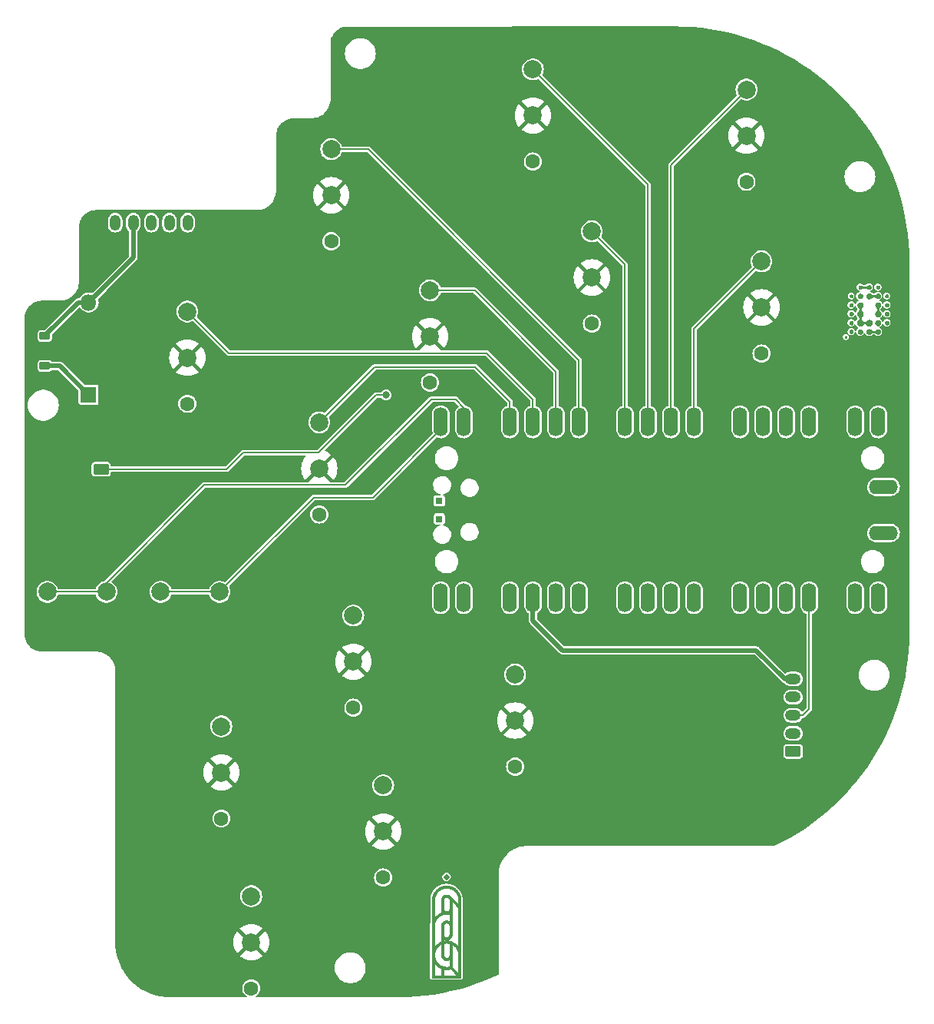
<source format=gbl>
G04 #@! TF.GenerationSoftware,KiCad,Pcbnew,7.0.8*
G04 #@! TF.CreationDate,2023-10-08T23:51:26-04:00*
G04 #@! TF.ProjectId,Mainboard-small-buttons,4d61696e-626f-4617-9264-2d736d616c6c,rev?*
G04 #@! TF.SameCoordinates,Original*
G04 #@! TF.FileFunction,Copper,L2,Bot*
G04 #@! TF.FilePolarity,Positive*
%FSLAX46Y46*%
G04 Gerber Fmt 4.6, Leading zero omitted, Abs format (unit mm)*
G04 Created by KiCad (PCBNEW 7.0.8) date 2023-10-08 23:51:26*
%MOMM*%
%LPD*%
G01*
G04 APERTURE LIST*
G04 Aperture macros list*
%AMRoundRect*
0 Rectangle with rounded corners*
0 $1 Rounding radius*
0 $2 $3 $4 $5 $6 $7 $8 $9 X,Y pos of 4 corners*
0 Add a 4 corners polygon primitive as box body*
4,1,4,$2,$3,$4,$5,$6,$7,$8,$9,$2,$3,0*
0 Add four circle primitives for the rounded corners*
1,1,$1+$1,$2,$3*
1,1,$1+$1,$4,$5*
1,1,$1+$1,$6,$7*
1,1,$1+$1,$8,$9*
0 Add four rect primitives between the rounded corners*
20,1,$1+$1,$2,$3,$4,$5,0*
20,1,$1+$1,$4,$5,$6,$7,0*
20,1,$1+$1,$6,$7,$8,$9,0*
20,1,$1+$1,$8,$9,$2,$3,0*%
G04 Aperture macros list end*
G04 #@! TA.AperFunction,EtchedComponent*
%ADD10C,0.010000*%
G04 #@! TD*
G04 #@! TA.AperFunction,ComponentPad*
%ADD11C,2.000000*%
G04 #@! TD*
G04 #@! TA.AperFunction,ComponentPad*
%ADD12C,1.600000*%
G04 #@! TD*
G04 #@! TA.AperFunction,ComponentPad*
%ADD13RoundRect,0.250000X0.350000X0.625000X-0.350000X0.625000X-0.350000X-0.625000X0.350000X-0.625000X0*%
G04 #@! TD*
G04 #@! TA.AperFunction,ComponentPad*
%ADD14O,1.200000X1.750000*%
G04 #@! TD*
G04 #@! TA.AperFunction,ComponentPad*
%ADD15O,1.600000X3.200000*%
G04 #@! TD*
G04 #@! TA.AperFunction,ComponentPad*
%ADD16O,3.200000X1.600000*%
G04 #@! TD*
G04 #@! TA.AperFunction,ComponentPad*
%ADD17R,0.800000X0.800000*%
G04 #@! TD*
G04 #@! TA.AperFunction,ComponentPad*
%ADD18R,1.800000X1.800000*%
G04 #@! TD*
G04 #@! TA.AperFunction,ComponentPad*
%ADD19O,1.800000X1.800000*%
G04 #@! TD*
G04 #@! TA.AperFunction,ComponentPad*
%ADD20RoundRect,0.250000X0.625000X-0.350000X0.625000X0.350000X-0.625000X0.350000X-0.625000X-0.350000X0*%
G04 #@! TD*
G04 #@! TA.AperFunction,ComponentPad*
%ADD21O,1.750000X1.200000*%
G04 #@! TD*
G04 #@! TA.AperFunction,SMDPad,CuDef*
%ADD22RoundRect,0.225000X0.375000X-0.225000X0.375000X0.225000X-0.375000X0.225000X-0.375000X-0.225000X0*%
G04 #@! TD*
G04 #@! TA.AperFunction,ViaPad*
%ADD23C,0.800000*%
G04 #@! TD*
G04 #@! TA.AperFunction,Conductor*
%ADD24C,0.500000*%
G04 #@! TD*
G04 #@! TA.AperFunction,Conductor*
%ADD25C,0.200000*%
G04 #@! TD*
G04 APERTURE END LIST*
D10*
X144381332Y-111796148D02*
X144391329Y-111799801D01*
X144404362Y-111807312D01*
X144420299Y-111818576D01*
X144439006Y-111833486D01*
X144460352Y-111851938D01*
X144484202Y-111873825D01*
X144510425Y-111899041D01*
X144518553Y-111907061D01*
X144547461Y-111936345D01*
X144574260Y-111964711D01*
X144598566Y-111991724D01*
X144619996Y-112016949D01*
X144638166Y-112039949D01*
X144652690Y-112060291D01*
X144657204Y-112067367D01*
X144662090Y-112076887D01*
X144664262Y-112085439D01*
X144663586Y-112093978D01*
X144659932Y-112103454D01*
X144653167Y-112114822D01*
X144643159Y-112129034D01*
X144636267Y-112138187D01*
X144620519Y-112157732D01*
X144602271Y-112178930D01*
X144582042Y-112201276D01*
X144560352Y-112224260D01*
X144537721Y-112247374D01*
X144514667Y-112270111D01*
X144491711Y-112291963D01*
X144469372Y-112312421D01*
X144448170Y-112330977D01*
X144428623Y-112347124D01*
X144411252Y-112360353D01*
X144396577Y-112370157D01*
X144388439Y-112374635D01*
X144381051Y-112377930D01*
X144376291Y-112379168D01*
X144369437Y-112377795D01*
X144358508Y-112372942D01*
X144344933Y-112364916D01*
X144329100Y-112354064D01*
X144311396Y-112340733D01*
X144292208Y-112325269D01*
X144271926Y-112308018D01*
X144250936Y-112289328D01*
X144229626Y-112269545D01*
X144208385Y-112249015D01*
X144187599Y-112228085D01*
X144167658Y-112207100D01*
X144148948Y-112186409D01*
X144131857Y-112166356D01*
X144116773Y-112147290D01*
X144107394Y-112134563D01*
X144097357Y-112119619D01*
X144090516Y-112107141D01*
X144086649Y-112096464D01*
X144085538Y-112086926D01*
X144086962Y-112077861D01*
X144090702Y-112068607D01*
X144093035Y-112064268D01*
X144101916Y-112050294D01*
X144114043Y-112033715D01*
X144128948Y-112015021D01*
X144146163Y-111994703D01*
X144165221Y-111973253D01*
X144185654Y-111951160D01*
X144206993Y-111928916D01*
X144228772Y-111907011D01*
X144250522Y-111885936D01*
X144271776Y-111866183D01*
X144292065Y-111848241D01*
X144310923Y-111832602D01*
X144327881Y-111819756D01*
X144342979Y-111809661D01*
X144358634Y-111801081D01*
X144371321Y-111796564D01*
X144381067Y-111796097D01*
X144381332Y-111796148D01*
G04 #@! TA.AperFunction,EtchedComponent*
G36*
X144381332Y-111796148D02*
G01*
X144391329Y-111799801D01*
X144404362Y-111807312D01*
X144420299Y-111818576D01*
X144439006Y-111833486D01*
X144460352Y-111851938D01*
X144484202Y-111873825D01*
X144510425Y-111899041D01*
X144518553Y-111907061D01*
X144547461Y-111936345D01*
X144574260Y-111964711D01*
X144598566Y-111991724D01*
X144619996Y-112016949D01*
X144638166Y-112039949D01*
X144652690Y-112060291D01*
X144657204Y-112067367D01*
X144662090Y-112076887D01*
X144664262Y-112085439D01*
X144663586Y-112093978D01*
X144659932Y-112103454D01*
X144653167Y-112114822D01*
X144643159Y-112129034D01*
X144636267Y-112138187D01*
X144620519Y-112157732D01*
X144602271Y-112178930D01*
X144582042Y-112201276D01*
X144560352Y-112224260D01*
X144537721Y-112247374D01*
X144514667Y-112270111D01*
X144491711Y-112291963D01*
X144469372Y-112312421D01*
X144448170Y-112330977D01*
X144428623Y-112347124D01*
X144411252Y-112360353D01*
X144396577Y-112370157D01*
X144388439Y-112374635D01*
X144381051Y-112377930D01*
X144376291Y-112379168D01*
X144369437Y-112377795D01*
X144358508Y-112372942D01*
X144344933Y-112364916D01*
X144329100Y-112354064D01*
X144311396Y-112340733D01*
X144292208Y-112325269D01*
X144271926Y-112308018D01*
X144250936Y-112289328D01*
X144229626Y-112269545D01*
X144208385Y-112249015D01*
X144187599Y-112228085D01*
X144167658Y-112207100D01*
X144148948Y-112186409D01*
X144131857Y-112166356D01*
X144116773Y-112147290D01*
X144107394Y-112134563D01*
X144097357Y-112119619D01*
X144090516Y-112107141D01*
X144086649Y-112096464D01*
X144085538Y-112086926D01*
X144086962Y-112077861D01*
X144090702Y-112068607D01*
X144093035Y-112064268D01*
X144101916Y-112050294D01*
X144114043Y-112033715D01*
X144128948Y-112015021D01*
X144146163Y-111994703D01*
X144165221Y-111973253D01*
X144185654Y-111951160D01*
X144206993Y-111928916D01*
X144228772Y-111907011D01*
X144250522Y-111885936D01*
X144271776Y-111866183D01*
X144292065Y-111848241D01*
X144310923Y-111832602D01*
X144327881Y-111819756D01*
X144342979Y-111809661D01*
X144358634Y-111801081D01*
X144371321Y-111796564D01*
X144381067Y-111796097D01*
X144381332Y-111796148D01*
G37*
G04 #@! TD.AperFunction*
X145959613Y-114722145D02*
X145959703Y-114748899D01*
X145959789Y-114777597D01*
X145959872Y-114808311D01*
X145959952Y-114841110D01*
X145960029Y-114876068D01*
X145960103Y-114913255D01*
X145960175Y-114952741D01*
X145960244Y-114994600D01*
X145960310Y-115038901D01*
X145960374Y-115085716D01*
X145960435Y-115135117D01*
X145960494Y-115187174D01*
X145960551Y-115241959D01*
X145960606Y-115299544D01*
X145960659Y-115359999D01*
X145960709Y-115423395D01*
X145960758Y-115489805D01*
X145960805Y-115559299D01*
X145960850Y-115631948D01*
X145960893Y-115707825D01*
X145960935Y-115786999D01*
X145960976Y-115869543D01*
X145961015Y-115955528D01*
X145961053Y-116045024D01*
X145961089Y-116138104D01*
X145961124Y-116234838D01*
X145961159Y-116335298D01*
X145961192Y-116439555D01*
X145961224Y-116547680D01*
X145961256Y-116659745D01*
X145961287Y-116775821D01*
X145961317Y-116895979D01*
X145961346Y-117020291D01*
X145961375Y-117148827D01*
X145961404Y-117281659D01*
X145961432Y-117418858D01*
X145961461Y-117560496D01*
X145961489Y-117706644D01*
X145961516Y-117857372D01*
X145961544Y-118012753D01*
X145961572Y-118172858D01*
X145961601Y-118337758D01*
X145961629Y-118507523D01*
X145961658Y-118682227D01*
X145961687Y-118861939D01*
X145961844Y-119822179D01*
X145962093Y-121360624D01*
X145962349Y-122944354D01*
X145962391Y-123204704D01*
X142784809Y-123204704D01*
X142784855Y-122948164D01*
X144047211Y-122948164D01*
X144503776Y-122947545D01*
X144529121Y-122947510D01*
X144583114Y-122947425D01*
X144638636Y-122947328D01*
X144695179Y-122947220D01*
X144752234Y-122947101D01*
X144809292Y-122946973D01*
X144865847Y-122946838D01*
X144921388Y-122946696D01*
X144975408Y-122946550D01*
X145027398Y-122946399D01*
X145076850Y-122946247D01*
X145123256Y-122946093D01*
X145166107Y-122945940D01*
X145204894Y-122945789D01*
X145239110Y-122945640D01*
X145517879Y-122944354D01*
X145149885Y-122576367D01*
X144781892Y-122208380D01*
X144739037Y-122218785D01*
X144726020Y-122221878D01*
X144675806Y-122232548D01*
X144623920Y-122241555D01*
X144569270Y-122249073D01*
X144510761Y-122255276D01*
X144509188Y-122255416D01*
X144494395Y-122256390D01*
X144475491Y-122257182D01*
X144453310Y-122257793D01*
X144428687Y-122258223D01*
X144402459Y-122258472D01*
X144375460Y-122258541D01*
X144348525Y-122258430D01*
X144322491Y-122258139D01*
X144298192Y-122257668D01*
X144276464Y-122257018D01*
X144258142Y-122256189D01*
X144244061Y-122255182D01*
X144242267Y-122255012D01*
X144220729Y-122252785D01*
X144197286Y-122250062D01*
X144172809Y-122246968D01*
X144148166Y-122243630D01*
X144124229Y-122240172D01*
X144101866Y-122236719D01*
X144081948Y-122233398D01*
X144065345Y-122230332D01*
X144052926Y-122227649D01*
X144047211Y-122226253D01*
X144047211Y-122948164D01*
X142784855Y-122948164D01*
X142784855Y-122945624D01*
X143043911Y-122945624D01*
X143788131Y-122945624D01*
X143788131Y-122146357D01*
X143755746Y-122132765D01*
X143738685Y-122125316D01*
X143716984Y-122115299D01*
X143693034Y-122103809D01*
X143667951Y-122091404D01*
X143642848Y-122078644D01*
X143618842Y-122066090D01*
X143597048Y-122054300D01*
X143578581Y-122043835D01*
X143572050Y-122039991D01*
X143507896Y-121999905D01*
X143444973Y-121956425D01*
X143384049Y-121910159D01*
X143325890Y-121861713D01*
X143271265Y-121811696D01*
X143220940Y-121760714D01*
X143211877Y-121750940D01*
X143178615Y-121713747D01*
X143146467Y-121675760D01*
X143116189Y-121637916D01*
X143088535Y-121601152D01*
X143064262Y-121566404D01*
X143058409Y-121557693D01*
X143052567Y-121549107D01*
X143048221Y-121542844D01*
X143046026Y-121539860D01*
X143045963Y-121540102D01*
X143045786Y-121544142D01*
X143045613Y-121552988D01*
X143045445Y-121566436D01*
X143045282Y-121584282D01*
X143045125Y-121606323D01*
X143044976Y-121632356D01*
X143044833Y-121662178D01*
X143044698Y-121695585D01*
X143044572Y-121732374D01*
X143044455Y-121772341D01*
X143044347Y-121815284D01*
X143044250Y-121860998D01*
X143044164Y-121909281D01*
X143044089Y-121959930D01*
X143044027Y-122012740D01*
X143043977Y-122067509D01*
X143043941Y-122124034D01*
X143043919Y-122182110D01*
X143043911Y-122241535D01*
X143043911Y-122945624D01*
X142784855Y-122945624D01*
X142785267Y-120650782D01*
X143045039Y-120650782D01*
X143045040Y-120677037D01*
X143045278Y-120703456D01*
X143045745Y-120729186D01*
X143046439Y-120753378D01*
X143047353Y-120775181D01*
X143048484Y-120793743D01*
X143049827Y-120808214D01*
X143060190Y-120880359D01*
X143076334Y-120961624D01*
X143096970Y-121040630D01*
X143122137Y-121117509D01*
X143151876Y-121192392D01*
X143186226Y-121265414D01*
X143207671Y-121305850D01*
X143249363Y-121376097D01*
X143295222Y-121443608D01*
X143345060Y-121508183D01*
X143398687Y-121569624D01*
X143455912Y-121627731D01*
X143516547Y-121682306D01*
X143580402Y-121733149D01*
X143647286Y-121780061D01*
X143717011Y-121822843D01*
X143722023Y-121825681D01*
X143742192Y-121836680D01*
X143764974Y-121848565D01*
X143789201Y-121860766D01*
X143813703Y-121872710D01*
X143837314Y-121883825D01*
X143858865Y-121893538D01*
X143877188Y-121901279D01*
X143927960Y-121920202D01*
X143991414Y-121940174D01*
X144057843Y-121957381D01*
X144126442Y-121971638D01*
X144196403Y-121982761D01*
X144266921Y-121990565D01*
X144280791Y-121991548D01*
X144299830Y-121992487D01*
X144321837Y-121993253D01*
X144346007Y-121993844D01*
X144371536Y-121994256D01*
X144397619Y-121994484D01*
X144423452Y-121994524D01*
X144448231Y-121994374D01*
X144471152Y-121994028D01*
X144491409Y-121993484D01*
X144508200Y-121992736D01*
X144520719Y-121991783D01*
X144537778Y-121989783D01*
X144563893Y-121986134D01*
X144592114Y-121981641D01*
X144620831Y-121976577D01*
X144648436Y-121971216D01*
X144673321Y-121965831D01*
X144703801Y-121958797D01*
X144705087Y-121159749D01*
X144694284Y-121167118D01*
X144673542Y-121180246D01*
X144642720Y-121196980D01*
X144609076Y-121212599D01*
X144573891Y-121226562D01*
X144538448Y-121238327D01*
X144504026Y-121247356D01*
X144497587Y-121248757D01*
X144443869Y-121257610D01*
X144390113Y-121261515D01*
X144336629Y-121260563D01*
X144283727Y-121254843D01*
X144231718Y-121244446D01*
X144180912Y-121229460D01*
X144131622Y-121209976D01*
X144084156Y-121186084D01*
X144038826Y-121157873D01*
X143995943Y-121125434D01*
X143955816Y-121088855D01*
X143925339Y-121056086D01*
X143891878Y-121013518D01*
X143862831Y-120968487D01*
X143838250Y-120921109D01*
X143818188Y-120871498D01*
X143802697Y-120819770D01*
X143791827Y-120766040D01*
X143785630Y-120710424D01*
X143785584Y-120709672D01*
X143785309Y-120702161D01*
X143785046Y-120689744D01*
X143784797Y-120672567D01*
X143784563Y-120650779D01*
X143784344Y-120624529D01*
X143784140Y-120593965D01*
X143783952Y-120559235D01*
X143783781Y-120520488D01*
X143783628Y-120477872D01*
X143783492Y-120431534D01*
X143783375Y-120381624D01*
X143783277Y-120328290D01*
X143783199Y-120271680D01*
X143783141Y-120211943D01*
X143783104Y-120149226D01*
X143783089Y-120083679D01*
X143783085Y-120055270D01*
X144043401Y-120055270D01*
X144043402Y-120083771D01*
X144043404Y-120150132D01*
X144043410Y-120211678D01*
X144043421Y-120268598D01*
X144043439Y-120321081D01*
X144043464Y-120369314D01*
X144043498Y-120413487D01*
X144043542Y-120453788D01*
X144043597Y-120490406D01*
X144043666Y-120523529D01*
X144043748Y-120553345D01*
X144043846Y-120580043D01*
X144043960Y-120603812D01*
X144044091Y-120624839D01*
X144044243Y-120643315D01*
X144044414Y-120659427D01*
X144044607Y-120673363D01*
X144044823Y-120685312D01*
X144045063Y-120695463D01*
X144045329Y-120704004D01*
X144045622Y-120711124D01*
X144045942Y-120717012D01*
X144046292Y-120721854D01*
X144046673Y-120725842D01*
X144047085Y-120729161D01*
X144047531Y-120732003D01*
X144048011Y-120734554D01*
X144049001Y-120739297D01*
X144060075Y-120779209D01*
X144075433Y-120816783D01*
X144094803Y-120851751D01*
X144117916Y-120883847D01*
X144144498Y-120912806D01*
X144174279Y-120938361D01*
X144206987Y-120960246D01*
X144242350Y-120978195D01*
X144280098Y-120991942D01*
X144319959Y-121001220D01*
X144330600Y-121002674D01*
X144349841Y-121004147D01*
X144371106Y-121004716D01*
X144392639Y-121004382D01*
X144412683Y-121003150D01*
X144429481Y-121001022D01*
X144467768Y-120991890D01*
X144505041Y-120978111D01*
X144540020Y-120960173D01*
X144572416Y-120938389D01*
X144601940Y-120913073D01*
X144628303Y-120884539D01*
X144651217Y-120853099D01*
X144670393Y-120819069D01*
X144685541Y-120782760D01*
X144696373Y-120744488D01*
X144702599Y-120704564D01*
X144702632Y-120704194D01*
X144702954Y-120697893D01*
X144703249Y-120687039D01*
X144703516Y-120671597D01*
X144703756Y-120651531D01*
X144703969Y-120626806D01*
X144704154Y-120597388D01*
X144704313Y-120563241D01*
X144704444Y-120524329D01*
X144704549Y-120480619D01*
X144704627Y-120432074D01*
X144704678Y-120378661D01*
X144704703Y-120320342D01*
X144964151Y-120320342D01*
X144964151Y-121159749D01*
X144964151Y-122024379D01*
X145086041Y-122146357D01*
X145334968Y-122395466D01*
X145705784Y-122766554D01*
X145705793Y-121694674D01*
X145705793Y-121687459D01*
X145705795Y-121598525D01*
X145705798Y-121514508D01*
X145705801Y-121435258D01*
X145705801Y-121360624D01*
X145705797Y-121290455D01*
X145705787Y-121224600D01*
X145705769Y-121162909D01*
X145705742Y-121105231D01*
X145705704Y-121051416D01*
X145705653Y-121001311D01*
X145705587Y-120954768D01*
X145705505Y-120911634D01*
X145705405Y-120871760D01*
X145705285Y-120834995D01*
X145705144Y-120801187D01*
X145704979Y-120770186D01*
X145704789Y-120741841D01*
X145704573Y-120716002D01*
X145704328Y-120692518D01*
X145704052Y-120671238D01*
X145703745Y-120652011D01*
X145703404Y-120634687D01*
X145703028Y-120619115D01*
X145702615Y-120605144D01*
X145702162Y-120592623D01*
X145701669Y-120581402D01*
X145701134Y-120571330D01*
X145700554Y-120562256D01*
X145699929Y-120554029D01*
X145699255Y-120546500D01*
X145698533Y-120539516D01*
X145697760Y-120532927D01*
X145696933Y-120526583D01*
X145696053Y-120520333D01*
X145695115Y-120514025D01*
X145694120Y-120507510D01*
X145693065Y-120500636D01*
X145691949Y-120493254D01*
X145683480Y-120442804D01*
X145668192Y-120371995D01*
X145649051Y-120302794D01*
X145625809Y-120234418D01*
X145598218Y-120166085D01*
X145566028Y-120097014D01*
X145537689Y-120042943D01*
X145495823Y-119972438D01*
X145449914Y-119905008D01*
X145399957Y-119840648D01*
X145345951Y-119779353D01*
X145287890Y-119721119D01*
X145225771Y-119665941D01*
X145224590Y-119664954D01*
X145188086Y-119635797D01*
X145148948Y-119606872D01*
X145108321Y-119578940D01*
X145067349Y-119552761D01*
X145027177Y-119529095D01*
X144988950Y-119508702D01*
X144964151Y-119496257D01*
X144964151Y-120320342D01*
X144704703Y-120320342D01*
X144704702Y-120257085D01*
X144704674Y-120188852D01*
X144704620Y-120115610D01*
X144704539Y-120037324D01*
X144703801Y-119398514D01*
X144666971Y-119390234D01*
X144660248Y-119388736D01*
X144622602Y-119380902D01*
X144586791Y-119374518D01*
X144551670Y-119369456D01*
X144516094Y-119365588D01*
X144478919Y-119362786D01*
X144439000Y-119360922D01*
X144395191Y-119359868D01*
X144364740Y-119359571D01*
X144330071Y-119359750D01*
X144298377Y-119360604D01*
X144268501Y-119362200D01*
X144239289Y-119364602D01*
X144209583Y-119367874D01*
X144178229Y-119372083D01*
X144167766Y-119373668D01*
X144148649Y-119376838D01*
X144127980Y-119380537D01*
X144107076Y-119384512D01*
X144087250Y-119388508D01*
X144069821Y-119392275D01*
X144056101Y-119395558D01*
X144043401Y-119398846D01*
X144043401Y-120055270D01*
X143783085Y-120055270D01*
X143783083Y-120045110D01*
X143783063Y-119991674D01*
X143783029Y-119939748D01*
X143782982Y-119889555D01*
X143782923Y-119841318D01*
X143782853Y-119795260D01*
X143782772Y-119751604D01*
X143782681Y-119710574D01*
X143782580Y-119672392D01*
X143782471Y-119637282D01*
X143782353Y-119605467D01*
X143782228Y-119577171D01*
X143782096Y-119552615D01*
X143781958Y-119532023D01*
X143781814Y-119515619D01*
X143781666Y-119503626D01*
X143781513Y-119496266D01*
X143781357Y-119493764D01*
X143781232Y-119493783D01*
X143777957Y-119495186D01*
X143771228Y-119498480D01*
X143761949Y-119503214D01*
X143751025Y-119508934D01*
X143736759Y-119516604D01*
X143666223Y-119557948D01*
X143598578Y-119603396D01*
X143533990Y-119652780D01*
X143472622Y-119705929D01*
X143414639Y-119762677D01*
X143360205Y-119822853D01*
X143309484Y-119886290D01*
X143262640Y-119952818D01*
X143219838Y-120022269D01*
X143181241Y-120094474D01*
X143170524Y-120116519D01*
X143143831Y-120175910D01*
X143120622Y-120234960D01*
X143100656Y-120294500D01*
X143083693Y-120355363D01*
X143069492Y-120418382D01*
X143057813Y-120484388D01*
X143048416Y-120554214D01*
X143047480Y-120564411D01*
X143046493Y-120581504D01*
X143045760Y-120602164D01*
X143045277Y-120625540D01*
X143045039Y-120650782D01*
X142785267Y-120650782D01*
X142785588Y-118859399D01*
X142785608Y-118745204D01*
X142785640Y-118568406D01*
X142785672Y-118396572D01*
X142785704Y-118229631D01*
X142785731Y-118087706D01*
X143044189Y-118087706D01*
X143044196Y-118165014D01*
X143044214Y-118246973D01*
X143044243Y-118333669D01*
X143044284Y-118425188D01*
X143044335Y-118521615D01*
X143044398Y-118623036D01*
X143045181Y-119818599D01*
X143057881Y-119799105D01*
X143066581Y-119786229D01*
X143078746Y-119769104D01*
X143092915Y-119749826D01*
X143108401Y-119729292D01*
X143124522Y-119708398D01*
X143140593Y-119688040D01*
X143155929Y-119669113D01*
X143169846Y-119652514D01*
X143173179Y-119648657D01*
X143188755Y-119631203D01*
X143206870Y-119611639D01*
X143226687Y-119590817D01*
X143247371Y-119569588D01*
X143268084Y-119548804D01*
X143287992Y-119529314D01*
X143306256Y-119511971D01*
X143322041Y-119497626D01*
X143369070Y-119457747D01*
X143441062Y-119402250D01*
X143515941Y-119350931D01*
X143593738Y-119303768D01*
X143598477Y-119301094D01*
X143619006Y-119289880D01*
X143642079Y-119277762D01*
X143666540Y-119265314D01*
X143691231Y-119253110D01*
X143714994Y-119241724D01*
X143736674Y-119231730D01*
X143755111Y-119223703D01*
X143781781Y-119212581D01*
X143782073Y-119022865D01*
X144044671Y-119022865D01*
X144044672Y-119024656D01*
X144044690Y-119051533D01*
X144044751Y-119073773D01*
X144044868Y-119091791D01*
X144045056Y-119106004D01*
X144045329Y-119116829D01*
X144045701Y-119124682D01*
X144046187Y-119129981D01*
X144046799Y-119133141D01*
X144047553Y-119134579D01*
X144048462Y-119134712D01*
X144051501Y-119133906D01*
X144059252Y-119132337D01*
X144070602Y-119130283D01*
X144084745Y-119127871D01*
X144100880Y-119125227D01*
X144118203Y-119122478D01*
X144135911Y-119119752D01*
X144153201Y-119117175D01*
X144169270Y-119114875D01*
X144183315Y-119112978D01*
X144194531Y-119111612D01*
X144198016Y-119111233D01*
X144214462Y-119109582D01*
X144233385Y-119107852D01*
X144252711Y-119106227D01*
X144270366Y-119104891D01*
X144271152Y-119104836D01*
X144288681Y-119103948D01*
X144310129Y-119103351D01*
X144334597Y-119103031D01*
X144361184Y-119102974D01*
X144388992Y-119103167D01*
X144417121Y-119103596D01*
X144444670Y-119104248D01*
X144470740Y-119105109D01*
X144494432Y-119106166D01*
X144514846Y-119107406D01*
X144531081Y-119108813D01*
X144611823Y-119119325D01*
X144700799Y-119135401D01*
X144787487Y-119155973D01*
X144872009Y-119181084D01*
X144954488Y-119210780D01*
X145035045Y-119245105D01*
X145113804Y-119284103D01*
X145190885Y-119327820D01*
X145266411Y-119376299D01*
X145273162Y-119380916D01*
X145344488Y-119432958D01*
X145413027Y-119488979D01*
X145478432Y-119548645D01*
X145540355Y-119611624D01*
X145598452Y-119677584D01*
X145652373Y-119746193D01*
X145658269Y-119754240D01*
X145668210Y-119768059D01*
X145678496Y-119782591D01*
X145687654Y-119795766D01*
X145705778Y-119822179D01*
X145705365Y-117656643D01*
X145704951Y-115491107D01*
X145334719Y-115120881D01*
X144964487Y-114750656D01*
X144964443Y-115329962D01*
X144964377Y-116194747D01*
X144964347Y-116599405D01*
X144964342Y-116657068D01*
X144964327Y-116784325D01*
X144964306Y-116906566D01*
X144964280Y-117023838D01*
X144964249Y-117136185D01*
X144964212Y-117243652D01*
X144964170Y-117346285D01*
X144964122Y-117444128D01*
X144964068Y-117537227D01*
X144964008Y-117625627D01*
X144963942Y-117709373D01*
X144963871Y-117788510D01*
X144963793Y-117863084D01*
X144963709Y-117933138D01*
X144963619Y-117998719D01*
X144963523Y-118059872D01*
X144963423Y-118115114D01*
X144963421Y-118116641D01*
X144963312Y-118169072D01*
X144963196Y-118217210D01*
X144963075Y-118261101D01*
X144962946Y-118300788D01*
X144962811Y-118336318D01*
X144962669Y-118367735D01*
X144962521Y-118395085D01*
X144962365Y-118418412D01*
X144962203Y-118437762D01*
X144962033Y-118453181D01*
X144961857Y-118464712D01*
X144961673Y-118472401D01*
X144961482Y-118476294D01*
X144960445Y-118485890D01*
X144956559Y-118513074D01*
X144951322Y-118541414D01*
X144945144Y-118568832D01*
X144938433Y-118593249D01*
X144923432Y-118636066D01*
X144901523Y-118684989D01*
X144875500Y-118731311D01*
X144845612Y-118774825D01*
X144812105Y-118815324D01*
X144775226Y-118852603D01*
X144735223Y-118886454D01*
X144692344Y-118916673D01*
X144646835Y-118943052D01*
X144598944Y-118965386D01*
X144548918Y-118983467D01*
X144497005Y-118997090D01*
X144443451Y-119006049D01*
X144430477Y-119007274D01*
X144410030Y-119008345D01*
X144387112Y-119008810D01*
X144363183Y-119008681D01*
X144339705Y-119007971D01*
X144318137Y-119006692D01*
X144299941Y-119004856D01*
X144251864Y-118996346D01*
X144203223Y-118983457D01*
X144155659Y-118966638D01*
X144110223Y-118946261D01*
X144067965Y-118922698D01*
X144062145Y-118919110D01*
X144054010Y-118914193D01*
X144048215Y-118910818D01*
X144045740Y-118909564D01*
X144045571Y-118910994D01*
X144045361Y-118916970D01*
X144045170Y-118927130D01*
X144045004Y-118940964D01*
X144044866Y-118957964D01*
X144044761Y-118977620D01*
X144044695Y-118999424D01*
X144044671Y-119022865D01*
X143782073Y-119022865D01*
X143782948Y-118453634D01*
X144043401Y-118453634D01*
X144049133Y-118479512D01*
X144051060Y-118487913D01*
X144059349Y-118518078D01*
X144069318Y-118545162D01*
X144081592Y-118570692D01*
X144096795Y-118596198D01*
X144108972Y-118613661D01*
X144134805Y-118644126D01*
X144164070Y-118671205D01*
X144196308Y-118694584D01*
X144231062Y-118713953D01*
X144267876Y-118728996D01*
X144306291Y-118739404D01*
X144325678Y-118742760D01*
X144366356Y-118746045D01*
X144407504Y-118744439D01*
X144448531Y-118737948D01*
X144476872Y-118730238D01*
X144512579Y-118716073D01*
X144546430Y-118697608D01*
X144578026Y-118675213D01*
X144606968Y-118649254D01*
X144632856Y-118620099D01*
X144655292Y-118588115D01*
X144673877Y-118553671D01*
X144688212Y-118517134D01*
X144689071Y-118514497D01*
X144690813Y-118509277D01*
X144692412Y-118504500D01*
X144693875Y-118499944D01*
X144695208Y-118495388D01*
X144696416Y-118490612D01*
X144697506Y-118485394D01*
X144698484Y-118479513D01*
X144699356Y-118472750D01*
X144700128Y-118464883D01*
X144700805Y-118455690D01*
X144701395Y-118444952D01*
X144701903Y-118432447D01*
X144702335Y-118417954D01*
X144702697Y-118401253D01*
X144702996Y-118382122D01*
X144703236Y-118360341D01*
X144703425Y-118335689D01*
X144703569Y-118307945D01*
X144703673Y-118276888D01*
X144703743Y-118242298D01*
X144703786Y-118203952D01*
X144703808Y-118161631D01*
X144703814Y-118115114D01*
X144703811Y-118064179D01*
X144703805Y-118008606D01*
X144703801Y-117948174D01*
X144703800Y-117889470D01*
X144703793Y-117834670D01*
X144703780Y-117784519D01*
X144703759Y-117738797D01*
X144703727Y-117697289D01*
X144703683Y-117659775D01*
X144703624Y-117626039D01*
X144703549Y-117595863D01*
X144703457Y-117569029D01*
X144703344Y-117545319D01*
X144703209Y-117524517D01*
X144703051Y-117506403D01*
X144702867Y-117490761D01*
X144702655Y-117477373D01*
X144702414Y-117466021D01*
X144702141Y-117456488D01*
X144701835Y-117448556D01*
X144701494Y-117442007D01*
X144701115Y-117436624D01*
X144700698Y-117432188D01*
X144700239Y-117428483D01*
X144699738Y-117425291D01*
X144699192Y-117422394D01*
X144695119Y-117404537D01*
X144682646Y-117365241D01*
X144665987Y-117328298D01*
X144645409Y-117293992D01*
X144621180Y-117262613D01*
X144593569Y-117234447D01*
X144562841Y-117209781D01*
X144529264Y-117188903D01*
X144493106Y-117172100D01*
X144454634Y-117159660D01*
X144450874Y-117158716D01*
X144411604Y-117151589D01*
X144372653Y-117149310D01*
X144334345Y-117151672D01*
X144297003Y-117158463D01*
X144260952Y-117169473D01*
X144226515Y-117184492D01*
X144194015Y-117203311D01*
X144163776Y-117225718D01*
X144136121Y-117251504D01*
X144111374Y-117280459D01*
X144089859Y-117312372D01*
X144071899Y-117347034D01*
X144057818Y-117384234D01*
X144047939Y-117423763D01*
X144047506Y-117426183D01*
X144047004Y-117429489D01*
X144046544Y-117433298D01*
X144046124Y-117437827D01*
X144045744Y-117443295D01*
X144045401Y-117449919D01*
X144045092Y-117457919D01*
X144044817Y-117467510D01*
X144044573Y-117478913D01*
X144044359Y-117492344D01*
X144044172Y-117508021D01*
X144044011Y-117526163D01*
X144043874Y-117546987D01*
X144043759Y-117570712D01*
X144043664Y-117597555D01*
X144043587Y-117627734D01*
X144043527Y-117661467D01*
X144043481Y-117698973D01*
X144043447Y-117740469D01*
X144043424Y-117786173D01*
X144043410Y-117836303D01*
X144043403Y-117891077D01*
X144043401Y-117950714D01*
X144043401Y-118453634D01*
X143782948Y-118453634D01*
X143783154Y-118320027D01*
X143783168Y-118310758D01*
X143783289Y-118230664D01*
X143783400Y-118155468D01*
X143783504Y-118085006D01*
X143783603Y-118019114D01*
X143783700Y-117957628D01*
X143783797Y-117900384D01*
X143783898Y-117847218D01*
X143784004Y-117797966D01*
X143784118Y-117752465D01*
X143784243Y-117710549D01*
X143784381Y-117672057D01*
X143784535Y-117636822D01*
X143784707Y-117604682D01*
X143784901Y-117575473D01*
X143785118Y-117549030D01*
X143785361Y-117525190D01*
X143785633Y-117503789D01*
X143785936Y-117484663D01*
X143786272Y-117467648D01*
X143786645Y-117452580D01*
X143787058Y-117439295D01*
X143787511Y-117427629D01*
X143788009Y-117417418D01*
X143788553Y-117408499D01*
X143789146Y-117400707D01*
X143789792Y-117393879D01*
X143790491Y-117387850D01*
X143791248Y-117382457D01*
X143792064Y-117377536D01*
X143792941Y-117372922D01*
X143793884Y-117368453D01*
X143794893Y-117363963D01*
X143795973Y-117359289D01*
X143797124Y-117354267D01*
X143798351Y-117348734D01*
X143804678Y-117323112D01*
X143818953Y-117279172D01*
X143837343Y-117235207D01*
X143859390Y-117192162D01*
X143884636Y-117150984D01*
X143912624Y-117112618D01*
X143921034Y-117102313D01*
X143957356Y-117062753D01*
X143997086Y-117026807D01*
X144039940Y-116994639D01*
X144085630Y-116966412D01*
X144133873Y-116942290D01*
X144184381Y-116922435D01*
X144236869Y-116907012D01*
X144291051Y-116896184D01*
X144294999Y-116895613D01*
X144315051Y-116893539D01*
X144338407Y-116892185D01*
X144363680Y-116891552D01*
X144389480Y-116891638D01*
X144414418Y-116892444D01*
X144437105Y-116893969D01*
X144456151Y-116896213D01*
X144497683Y-116904037D01*
X144551277Y-116918420D01*
X144602710Y-116937248D01*
X144651731Y-116960426D01*
X144698086Y-116987858D01*
X144705071Y-116992448D01*
X144705071Y-116194747D01*
X144677766Y-116188287D01*
X144651379Y-116182305D01*
X144603895Y-116172977D01*
X144556721Y-116165693D01*
X144508560Y-116160294D01*
X144458113Y-116156619D01*
X144404081Y-116154508D01*
X144335857Y-116154532D01*
X144254224Y-116159119D01*
X144173581Y-116168686D01*
X144093976Y-116183222D01*
X144015455Y-116202717D01*
X143938065Y-116227161D01*
X143861852Y-116256544D01*
X143786861Y-116290856D01*
X143755942Y-116306588D01*
X143694078Y-116341049D01*
X143635156Y-116378191D01*
X143577970Y-116418800D01*
X143521314Y-116463659D01*
X143512520Y-116471177D01*
X143496529Y-116485544D01*
X143478394Y-116502496D01*
X143458860Y-116521289D01*
X143438670Y-116541180D01*
X143418567Y-116561424D01*
X143399296Y-116581278D01*
X143381600Y-116599999D01*
X143366222Y-116616843D01*
X143353907Y-116631066D01*
X143343987Y-116643129D01*
X143293856Y-116708730D01*
X143248045Y-116776821D01*
X143206634Y-116847207D01*
X143169700Y-116919699D01*
X143137322Y-116994103D01*
X143109576Y-117070228D01*
X143086541Y-117147883D01*
X143068296Y-117226875D01*
X143054916Y-117307012D01*
X143046482Y-117388104D01*
X143046454Y-117388503D01*
X143046214Y-117393735D01*
X143045988Y-117401989D01*
X143045776Y-117413350D01*
X143045577Y-117427904D01*
X143045393Y-117445737D01*
X143045223Y-117466934D01*
X143045066Y-117491582D01*
X143044922Y-117519766D01*
X143044792Y-117551572D01*
X143044675Y-117587086D01*
X143044571Y-117626393D01*
X143044480Y-117669579D01*
X143044402Y-117716730D01*
X143044336Y-117767932D01*
X143044282Y-117823271D01*
X143044241Y-117882832D01*
X143044212Y-117946701D01*
X143044195Y-118014964D01*
X143044189Y-118087706D01*
X142785731Y-118087706D01*
X142785735Y-118067512D01*
X142785766Y-117910146D01*
X142785797Y-117757459D01*
X142785828Y-117609382D01*
X142785859Y-117465844D01*
X142785891Y-117326774D01*
X142785922Y-117192100D01*
X142785954Y-117061752D01*
X142785986Y-116935659D01*
X142786019Y-116813749D01*
X142786053Y-116695953D01*
X142786087Y-116582199D01*
X142786122Y-116472415D01*
X142786158Y-116366532D01*
X142786194Y-116264478D01*
X142786207Y-116230311D01*
X143044269Y-116230311D01*
X143044271Y-116276544D01*
X143044277Y-116319493D01*
X143044288Y-116358958D01*
X143044304Y-116394739D01*
X143044326Y-116426638D01*
X143044352Y-116454454D01*
X143044384Y-116477988D01*
X143044420Y-116497040D01*
X143044462Y-116511412D01*
X143044510Y-116520903D01*
X143045181Y-116615093D01*
X143065264Y-116586204D01*
X143067740Y-116582677D01*
X143078724Y-116567595D01*
X143092187Y-116549774D01*
X143107451Y-116530065D01*
X143123839Y-116509322D01*
X143140672Y-116488398D01*
X143157271Y-116468145D01*
X143172959Y-116449416D01*
X143187057Y-116433064D01*
X143187083Y-116433033D01*
X143197196Y-116421809D01*
X143209851Y-116408192D01*
X143223957Y-116393332D01*
X143238421Y-116378379D01*
X143252153Y-116364484D01*
X143289836Y-116328062D01*
X143357289Y-116268429D01*
X143427942Y-116212704D01*
X143501662Y-116160978D01*
X143578313Y-116113345D01*
X143657761Y-116069896D01*
X143739871Y-116030723D01*
X143781781Y-116012127D01*
X143783206Y-115294860D01*
X143783321Y-115238540D01*
X143783478Y-115166120D01*
X143783637Y-115098548D01*
X143783798Y-115035686D01*
X143783962Y-114977402D01*
X143784131Y-114923559D01*
X143784301Y-114874971D01*
X144045014Y-114874971D01*
X144045022Y-114927295D01*
X144045063Y-114984439D01*
X144045137Y-115046489D01*
X144045244Y-115113534D01*
X144046116Y-115606294D01*
X144051793Y-115631043D01*
X144056409Y-115649232D01*
X144069757Y-115688413D01*
X144087169Y-115724699D01*
X144108802Y-115758392D01*
X144134815Y-115789794D01*
X144138417Y-115793598D01*
X144167378Y-115820080D01*
X144199730Y-115843121D01*
X144234896Y-115862400D01*
X144272302Y-115877596D01*
X144311371Y-115888388D01*
X144320817Y-115890157D01*
X144347254Y-115893076D01*
X144376050Y-115893799D01*
X144405636Y-115892378D01*
X144434445Y-115888868D01*
X144460910Y-115883321D01*
X144489263Y-115874195D01*
X144523698Y-115858777D01*
X144556847Y-115839250D01*
X144587920Y-115816150D01*
X144616129Y-115790012D01*
X144640685Y-115761372D01*
X144648346Y-115750617D01*
X144663716Y-115725204D01*
X144677546Y-115697245D01*
X144689034Y-115668443D01*
X144697382Y-115640504D01*
X144698319Y-115636542D01*
X144699472Y-115631297D01*
X144700528Y-115625848D01*
X144701491Y-115619971D01*
X144702365Y-115613447D01*
X144703153Y-115606053D01*
X144703860Y-115597567D01*
X144704489Y-115587769D01*
X144705043Y-115576436D01*
X144705527Y-115563347D01*
X144705945Y-115548281D01*
X144706299Y-115531015D01*
X144706595Y-115511329D01*
X144706835Y-115489000D01*
X144707023Y-115463806D01*
X144707164Y-115435528D01*
X144707260Y-115403942D01*
X144707316Y-115368827D01*
X144707335Y-115329962D01*
X144707321Y-115287124D01*
X144707278Y-115240094D01*
X144707210Y-115188648D01*
X144707120Y-115132565D01*
X144707012Y-115071624D01*
X144706917Y-115019576D01*
X144706817Y-114965690D01*
X144706720Y-114916462D01*
X144706625Y-114871670D01*
X144706528Y-114831091D01*
X144706427Y-114794503D01*
X144706318Y-114761682D01*
X144706200Y-114732406D01*
X144706069Y-114706451D01*
X144705923Y-114683595D01*
X144705758Y-114663615D01*
X144705573Y-114646288D01*
X144705364Y-114631392D01*
X144705128Y-114618702D01*
X144704863Y-114607998D01*
X144704566Y-114599055D01*
X144704235Y-114591651D01*
X144703865Y-114585563D01*
X144703456Y-114580568D01*
X144703003Y-114576443D01*
X144702504Y-114572965D01*
X144701957Y-114569913D01*
X144701358Y-114567062D01*
X144700705Y-114564189D01*
X144689721Y-114524750D01*
X144675343Y-114488168D01*
X144657474Y-114454711D01*
X144635842Y-114423865D01*
X144610171Y-114395119D01*
X144587636Y-114374359D01*
X144555404Y-114350375D01*
X144520735Y-114330769D01*
X144483397Y-114315418D01*
X144443163Y-114304194D01*
X144423914Y-114301002D01*
X144401273Y-114298957D01*
X144376986Y-114298099D01*
X144352696Y-114298445D01*
X144330044Y-114300013D01*
X144310673Y-114302820D01*
X144278436Y-114310967D01*
X144240710Y-114325124D01*
X144205161Y-114343660D01*
X144172161Y-114366313D01*
X144142081Y-114392823D01*
X144115292Y-114422928D01*
X144092167Y-114456367D01*
X144079334Y-114479653D01*
X144064157Y-114515501D01*
X144053477Y-114553289D01*
X144047141Y-114593483D01*
X144046839Y-114597810D01*
X144046496Y-114606691D01*
X144046189Y-114619527D01*
X144045919Y-114636404D01*
X144045685Y-114657409D01*
X144045486Y-114682628D01*
X144045322Y-114712149D01*
X144045194Y-114746057D01*
X144045099Y-114784439D01*
X144045040Y-114827381D01*
X144045014Y-114874971D01*
X143784301Y-114874971D01*
X143784304Y-114874023D01*
X143784483Y-114828659D01*
X143784669Y-114787333D01*
X143784862Y-114749910D01*
X143785064Y-114716254D01*
X143785274Y-114686231D01*
X143785495Y-114659707D01*
X143785726Y-114636546D01*
X143785968Y-114616614D01*
X143786223Y-114599776D01*
X143786491Y-114585896D01*
X143786773Y-114574841D01*
X143787070Y-114566476D01*
X143787383Y-114560665D01*
X143787712Y-114557274D01*
X143795530Y-114513086D01*
X143805262Y-114472006D01*
X143817105Y-114433603D01*
X143831357Y-114396786D01*
X143838302Y-114381178D01*
X143863039Y-114333566D01*
X143891867Y-114288595D01*
X143924501Y-114246528D01*
X143960659Y-114207628D01*
X144000056Y-114172156D01*
X144042410Y-114140376D01*
X144087436Y-114112550D01*
X144134851Y-114088940D01*
X144184371Y-114069810D01*
X144188743Y-114068368D01*
X144226253Y-114057174D01*
X144261834Y-114048947D01*
X144297145Y-114043420D01*
X144333848Y-114040325D01*
X144373601Y-114039396D01*
X144383601Y-114039455D01*
X144412983Y-114040279D01*
X144439490Y-114042220D01*
X144464746Y-114045474D01*
X144490377Y-114050236D01*
X144518007Y-114056699D01*
X144520383Y-114057305D01*
X144571930Y-114073106D01*
X144621430Y-114093382D01*
X144668568Y-114117950D01*
X144713031Y-114146630D01*
X144754504Y-114179238D01*
X144792673Y-114215595D01*
X144792843Y-114215773D01*
X144797386Y-114220435D01*
X144805347Y-114228508D01*
X144816559Y-114239825D01*
X144830854Y-114254218D01*
X144848067Y-114271520D01*
X144868029Y-114291564D01*
X144890575Y-114314182D01*
X144915537Y-114339208D01*
X144942747Y-114366474D01*
X144972040Y-114395812D01*
X145003248Y-114427056D01*
X145036204Y-114460038D01*
X145070741Y-114494591D01*
X145106693Y-114530547D01*
X145143892Y-114567740D01*
X145182171Y-114606002D01*
X145221364Y-114645166D01*
X145261303Y-114685065D01*
X145702021Y-115125277D01*
X145702697Y-114843815D01*
X145702742Y-114824220D01*
X145702828Y-114780332D01*
X145702877Y-114741084D01*
X145702888Y-114706164D01*
X145702857Y-114675261D01*
X145702781Y-114648063D01*
X145702657Y-114624260D01*
X145702482Y-114603539D01*
X145702254Y-114585590D01*
X145701968Y-114570100D01*
X145701623Y-114556759D01*
X145701215Y-114545256D01*
X145700741Y-114535278D01*
X145700198Y-114526515D01*
X145699584Y-114518654D01*
X145699155Y-114513804D01*
X145689246Y-114431864D01*
X145674459Y-114351241D01*
X145654849Y-114272078D01*
X145630471Y-114194521D01*
X145601382Y-114118716D01*
X145567636Y-114044807D01*
X145529288Y-113972941D01*
X145486395Y-113903261D01*
X145439012Y-113835914D01*
X145420403Y-113811681D01*
X145367807Y-113748793D01*
X145311825Y-113689565D01*
X145252644Y-113634104D01*
X145190452Y-113582517D01*
X145125435Y-113534912D01*
X145057779Y-113491397D01*
X144987672Y-113452078D01*
X144915300Y-113417064D01*
X144840850Y-113386462D01*
X144764508Y-113360379D01*
X144686462Y-113338923D01*
X144606897Y-113322202D01*
X144526001Y-113310322D01*
X144459707Y-113304363D01*
X144379020Y-113301639D01*
X144298388Y-113303810D01*
X144218109Y-113310821D01*
X144138480Y-113322616D01*
X144059801Y-113339140D01*
X143982371Y-113360339D01*
X143906487Y-113386158D01*
X143832449Y-113416541D01*
X143760554Y-113451433D01*
X143740903Y-113461950D01*
X143669160Y-113503920D01*
X143600613Y-113549803D01*
X143535351Y-113599516D01*
X143473465Y-113652979D01*
X143415044Y-113710111D01*
X143360178Y-113770830D01*
X143308957Y-113835055D01*
X143261471Y-113902705D01*
X143226186Y-113959276D01*
X143186623Y-114031172D01*
X143151839Y-114104790D01*
X143121835Y-114180128D01*
X143096611Y-114257186D01*
X143076167Y-114335963D01*
X143060504Y-114416458D01*
X143059631Y-114421732D01*
X143058387Y-114429036D01*
X143057218Y-114435762D01*
X143056121Y-114442069D01*
X143055094Y-114448121D01*
X143054134Y-114454079D01*
X143053240Y-114460104D01*
X143052408Y-114466358D01*
X143051636Y-114473003D01*
X143050923Y-114480200D01*
X143050264Y-114488111D01*
X143049659Y-114496899D01*
X143049104Y-114506724D01*
X143048597Y-114517748D01*
X143048136Y-114530134D01*
X143047719Y-114544042D01*
X143047342Y-114559634D01*
X143047003Y-114577073D01*
X143046701Y-114596519D01*
X143046432Y-114618135D01*
X143046194Y-114642082D01*
X143045986Y-114668521D01*
X143045803Y-114697616D01*
X143045644Y-114729526D01*
X143045507Y-114764415D01*
X143045389Y-114802443D01*
X143045287Y-114843772D01*
X143045200Y-114888565D01*
X143045124Y-114936982D01*
X143045058Y-114989186D01*
X143044998Y-115045337D01*
X143044943Y-115105599D01*
X143044891Y-115170132D01*
X143044837Y-115239098D01*
X143044782Y-115312660D01*
X143044721Y-115390977D01*
X143044652Y-115474214D01*
X143044637Y-115491950D01*
X143044580Y-115562035D01*
X143044528Y-115631229D01*
X143044480Y-115699333D01*
X143044438Y-115766148D01*
X143044400Y-115831474D01*
X143044366Y-115895112D01*
X143044338Y-115956862D01*
X143044314Y-116016524D01*
X143044296Y-116073900D01*
X143044282Y-116128789D01*
X143044273Y-116180993D01*
X143044269Y-116230311D01*
X142786207Y-116230311D01*
X142786232Y-116166183D01*
X142786271Y-116071574D01*
X142786311Y-115980582D01*
X142786352Y-115893136D01*
X142786394Y-115809164D01*
X142786438Y-115728595D01*
X142786484Y-115651359D01*
X142786531Y-115577385D01*
X142786579Y-115506601D01*
X142786630Y-115438937D01*
X142786682Y-115374322D01*
X142786736Y-115312685D01*
X142786792Y-115253954D01*
X142786850Y-115198060D01*
X142786910Y-115144931D01*
X142786973Y-115094496D01*
X142787038Y-115046684D01*
X142787105Y-115001424D01*
X142787175Y-114958645D01*
X142787247Y-114918277D01*
X142787322Y-114880248D01*
X142787399Y-114844488D01*
X142787480Y-114810925D01*
X142787563Y-114779489D01*
X142787649Y-114750108D01*
X142787739Y-114722712D01*
X142787831Y-114697230D01*
X142787927Y-114673590D01*
X142788026Y-114651723D01*
X142788128Y-114631556D01*
X142788234Y-114613019D01*
X142788343Y-114596041D01*
X142788456Y-114580552D01*
X142788572Y-114566479D01*
X142788693Y-114553753D01*
X142788817Y-114542302D01*
X142788945Y-114532055D01*
X142789078Y-114522941D01*
X142789214Y-114514890D01*
X142789355Y-114507831D01*
X142789499Y-114501692D01*
X142789649Y-114496402D01*
X142789802Y-114491891D01*
X142789960Y-114488088D01*
X142790123Y-114484922D01*
X142790290Y-114482321D01*
X142790463Y-114480215D01*
X142790640Y-114478534D01*
X142798124Y-114421277D01*
X142807408Y-114361850D01*
X142817955Y-114305717D01*
X142829985Y-114251977D01*
X142843719Y-114199729D01*
X142859378Y-114148072D01*
X142877183Y-114096104D01*
X142897354Y-114042924D01*
X142903471Y-114027932D01*
X142915147Y-114000958D01*
X142928535Y-113971607D01*
X142943057Y-113941068D01*
X142958131Y-113910531D01*
X142973177Y-113881187D01*
X142987614Y-113854224D01*
X143000860Y-113830834D01*
X143025132Y-113790865D01*
X143074598Y-113716706D01*
X143127889Y-113645700D01*
X143184830Y-113577977D01*
X143245248Y-113513665D01*
X143308968Y-113452895D01*
X143375817Y-113395795D01*
X143445622Y-113342495D01*
X143518207Y-113293124D01*
X143593400Y-113247811D01*
X143671026Y-113206685D01*
X143750911Y-113169875D01*
X143832882Y-113137511D01*
X143916765Y-113109722D01*
X144002385Y-113086637D01*
X144073265Y-113071444D01*
X144155460Y-113057927D01*
X144240251Y-113048157D01*
X144246199Y-113047645D01*
X144270678Y-113046049D01*
X144298827Y-113044866D01*
X144329556Y-113044097D01*
X144361772Y-113043740D01*
X144394384Y-113043797D01*
X144426299Y-113044267D01*
X144456427Y-113045151D01*
X144483675Y-113046447D01*
X144506951Y-113048157D01*
X144584127Y-113056924D01*
X144673494Y-113071530D01*
X144760799Y-113090754D01*
X144846150Y-113114634D01*
X144929654Y-113143207D01*
X145011420Y-113176510D01*
X145091555Y-113214581D01*
X145170166Y-113257458D01*
X145247361Y-113305177D01*
X145292149Y-113335745D01*
X145360213Y-113387013D01*
X145425941Y-113442430D01*
X145488978Y-113501620D01*
X145548971Y-113564207D01*
X145605567Y-113629814D01*
X145658409Y-113698065D01*
X145707146Y-113768584D01*
X145751423Y-113840994D01*
X145753305Y-113844289D01*
X145793296Y-113918602D01*
X145828828Y-113993470D01*
X145860045Y-114069347D01*
X145887095Y-114146688D01*
X145910124Y-114225949D01*
X145929277Y-114307585D01*
X145944702Y-114392051D01*
X145956544Y-114479804D01*
X145956680Y-114481094D01*
X145956860Y-114483115D01*
X145957035Y-114485512D01*
X145957205Y-114488356D01*
X145957370Y-114491719D01*
X145957531Y-114495671D01*
X145957686Y-114500284D01*
X145957838Y-114505630D01*
X145957984Y-114511779D01*
X145958127Y-114518802D01*
X145958265Y-114526772D01*
X145958398Y-114535759D01*
X145958528Y-114545835D01*
X145958654Y-114557070D01*
X145958775Y-114569537D01*
X145958893Y-114583306D01*
X145959006Y-114598449D01*
X145959116Y-114615037D01*
X145959223Y-114633141D01*
X145959326Y-114652832D01*
X145959425Y-114674183D01*
X145959521Y-114697263D01*
X145959554Y-114706164D01*
X145959613Y-114722145D01*
G04 #@! TA.AperFunction,EtchedComponent*
G36*
X145959613Y-114722145D02*
G01*
X145959703Y-114748899D01*
X145959789Y-114777597D01*
X145959872Y-114808311D01*
X145959952Y-114841110D01*
X145960029Y-114876068D01*
X145960103Y-114913255D01*
X145960175Y-114952741D01*
X145960244Y-114994600D01*
X145960310Y-115038901D01*
X145960374Y-115085716D01*
X145960435Y-115135117D01*
X145960494Y-115187174D01*
X145960551Y-115241959D01*
X145960606Y-115299544D01*
X145960659Y-115359999D01*
X145960709Y-115423395D01*
X145960758Y-115489805D01*
X145960805Y-115559299D01*
X145960850Y-115631948D01*
X145960893Y-115707825D01*
X145960935Y-115786999D01*
X145960976Y-115869543D01*
X145961015Y-115955528D01*
X145961053Y-116045024D01*
X145961089Y-116138104D01*
X145961124Y-116234838D01*
X145961159Y-116335298D01*
X145961192Y-116439555D01*
X145961224Y-116547680D01*
X145961256Y-116659745D01*
X145961287Y-116775821D01*
X145961317Y-116895979D01*
X145961346Y-117020291D01*
X145961375Y-117148827D01*
X145961404Y-117281659D01*
X145961432Y-117418858D01*
X145961461Y-117560496D01*
X145961489Y-117706644D01*
X145961516Y-117857372D01*
X145961544Y-118012753D01*
X145961572Y-118172858D01*
X145961601Y-118337758D01*
X145961629Y-118507523D01*
X145961658Y-118682227D01*
X145961687Y-118861939D01*
X145961844Y-119822179D01*
X145962093Y-121360624D01*
X145962349Y-122944354D01*
X145962391Y-123204704D01*
X142784809Y-123204704D01*
X142784855Y-122948164D01*
X144047211Y-122948164D01*
X144503776Y-122947545D01*
X144529121Y-122947510D01*
X144583114Y-122947425D01*
X144638636Y-122947328D01*
X144695179Y-122947220D01*
X144752234Y-122947101D01*
X144809292Y-122946973D01*
X144865847Y-122946838D01*
X144921388Y-122946696D01*
X144975408Y-122946550D01*
X145027398Y-122946399D01*
X145076850Y-122946247D01*
X145123256Y-122946093D01*
X145166107Y-122945940D01*
X145204894Y-122945789D01*
X145239110Y-122945640D01*
X145517879Y-122944354D01*
X145149885Y-122576367D01*
X144781892Y-122208380D01*
X144739037Y-122218785D01*
X144726020Y-122221878D01*
X144675806Y-122232548D01*
X144623920Y-122241555D01*
X144569270Y-122249073D01*
X144510761Y-122255276D01*
X144509188Y-122255416D01*
X144494395Y-122256390D01*
X144475491Y-122257182D01*
X144453310Y-122257793D01*
X144428687Y-122258223D01*
X144402459Y-122258472D01*
X144375460Y-122258541D01*
X144348525Y-122258430D01*
X144322491Y-122258139D01*
X144298192Y-122257668D01*
X144276464Y-122257018D01*
X144258142Y-122256189D01*
X144244061Y-122255182D01*
X144242267Y-122255012D01*
X144220729Y-122252785D01*
X144197286Y-122250062D01*
X144172809Y-122246968D01*
X144148166Y-122243630D01*
X144124229Y-122240172D01*
X144101866Y-122236719D01*
X144081948Y-122233398D01*
X144065345Y-122230332D01*
X144052926Y-122227649D01*
X144047211Y-122226253D01*
X144047211Y-122948164D01*
X142784855Y-122948164D01*
X142784855Y-122945624D01*
X143043911Y-122945624D01*
X143788131Y-122945624D01*
X143788131Y-122146357D01*
X143755746Y-122132765D01*
X143738685Y-122125316D01*
X143716984Y-122115299D01*
X143693034Y-122103809D01*
X143667951Y-122091404D01*
X143642848Y-122078644D01*
X143618842Y-122066090D01*
X143597048Y-122054300D01*
X143578581Y-122043835D01*
X143572050Y-122039991D01*
X143507896Y-121999905D01*
X143444973Y-121956425D01*
X143384049Y-121910159D01*
X143325890Y-121861713D01*
X143271265Y-121811696D01*
X143220940Y-121760714D01*
X143211877Y-121750940D01*
X143178615Y-121713747D01*
X143146467Y-121675760D01*
X143116189Y-121637916D01*
X143088535Y-121601152D01*
X143064262Y-121566404D01*
X143058409Y-121557693D01*
X143052567Y-121549107D01*
X143048221Y-121542844D01*
X143046026Y-121539860D01*
X143045963Y-121540102D01*
X143045786Y-121544142D01*
X143045613Y-121552988D01*
X143045445Y-121566436D01*
X143045282Y-121584282D01*
X143045125Y-121606323D01*
X143044976Y-121632356D01*
X143044833Y-121662178D01*
X143044698Y-121695585D01*
X143044572Y-121732374D01*
X143044455Y-121772341D01*
X143044347Y-121815284D01*
X143044250Y-121860998D01*
X143044164Y-121909281D01*
X143044089Y-121959930D01*
X143044027Y-122012740D01*
X143043977Y-122067509D01*
X143043941Y-122124034D01*
X143043919Y-122182110D01*
X143043911Y-122241535D01*
X143043911Y-122945624D01*
X142784855Y-122945624D01*
X142785267Y-120650782D01*
X143045039Y-120650782D01*
X143045040Y-120677037D01*
X143045278Y-120703456D01*
X143045745Y-120729186D01*
X143046439Y-120753378D01*
X143047353Y-120775181D01*
X143048484Y-120793743D01*
X143049827Y-120808214D01*
X143060190Y-120880359D01*
X143076334Y-120961624D01*
X143096970Y-121040630D01*
X143122137Y-121117509D01*
X143151876Y-121192392D01*
X143186226Y-121265414D01*
X143207671Y-121305850D01*
X143249363Y-121376097D01*
X143295222Y-121443608D01*
X143345060Y-121508183D01*
X143398687Y-121569624D01*
X143455912Y-121627731D01*
X143516547Y-121682306D01*
X143580402Y-121733149D01*
X143647286Y-121780061D01*
X143717011Y-121822843D01*
X143722023Y-121825681D01*
X143742192Y-121836680D01*
X143764974Y-121848565D01*
X143789201Y-121860766D01*
X143813703Y-121872710D01*
X143837314Y-121883825D01*
X143858865Y-121893538D01*
X143877188Y-121901279D01*
X143927960Y-121920202D01*
X143991414Y-121940174D01*
X144057843Y-121957381D01*
X144126442Y-121971638D01*
X144196403Y-121982761D01*
X144266921Y-121990565D01*
X144280791Y-121991548D01*
X144299830Y-121992487D01*
X144321837Y-121993253D01*
X144346007Y-121993844D01*
X144371536Y-121994256D01*
X144397619Y-121994484D01*
X144423452Y-121994524D01*
X144448231Y-121994374D01*
X144471152Y-121994028D01*
X144491409Y-121993484D01*
X144508200Y-121992736D01*
X144520719Y-121991783D01*
X144537778Y-121989783D01*
X144563893Y-121986134D01*
X144592114Y-121981641D01*
X144620831Y-121976577D01*
X144648436Y-121971216D01*
X144673321Y-121965831D01*
X144703801Y-121958797D01*
X144705087Y-121159749D01*
X144694284Y-121167118D01*
X144673542Y-121180246D01*
X144642720Y-121196980D01*
X144609076Y-121212599D01*
X144573891Y-121226562D01*
X144538448Y-121238327D01*
X144504026Y-121247356D01*
X144497587Y-121248757D01*
X144443869Y-121257610D01*
X144390113Y-121261515D01*
X144336629Y-121260563D01*
X144283727Y-121254843D01*
X144231718Y-121244446D01*
X144180912Y-121229460D01*
X144131622Y-121209976D01*
X144084156Y-121186084D01*
X144038826Y-121157873D01*
X143995943Y-121125434D01*
X143955816Y-121088855D01*
X143925339Y-121056086D01*
X143891878Y-121013518D01*
X143862831Y-120968487D01*
X143838250Y-120921109D01*
X143818188Y-120871498D01*
X143802697Y-120819770D01*
X143791827Y-120766040D01*
X143785630Y-120710424D01*
X143785584Y-120709672D01*
X143785309Y-120702161D01*
X143785046Y-120689744D01*
X143784797Y-120672567D01*
X143784563Y-120650779D01*
X143784344Y-120624529D01*
X143784140Y-120593965D01*
X143783952Y-120559235D01*
X143783781Y-120520488D01*
X143783628Y-120477872D01*
X143783492Y-120431534D01*
X143783375Y-120381624D01*
X143783277Y-120328290D01*
X143783199Y-120271680D01*
X143783141Y-120211943D01*
X143783104Y-120149226D01*
X143783089Y-120083679D01*
X143783085Y-120055270D01*
X144043401Y-120055270D01*
X144043402Y-120083771D01*
X144043404Y-120150132D01*
X144043410Y-120211678D01*
X144043421Y-120268598D01*
X144043439Y-120321081D01*
X144043464Y-120369314D01*
X144043498Y-120413487D01*
X144043542Y-120453788D01*
X144043597Y-120490406D01*
X144043666Y-120523529D01*
X144043748Y-120553345D01*
X144043846Y-120580043D01*
X144043960Y-120603812D01*
X144044091Y-120624839D01*
X144044243Y-120643315D01*
X144044414Y-120659427D01*
X144044607Y-120673363D01*
X144044823Y-120685312D01*
X144045063Y-120695463D01*
X144045329Y-120704004D01*
X144045622Y-120711124D01*
X144045942Y-120717012D01*
X144046292Y-120721854D01*
X144046673Y-120725842D01*
X144047085Y-120729161D01*
X144047531Y-120732003D01*
X144048011Y-120734554D01*
X144049001Y-120739297D01*
X144060075Y-120779209D01*
X144075433Y-120816783D01*
X144094803Y-120851751D01*
X144117916Y-120883847D01*
X144144498Y-120912806D01*
X144174279Y-120938361D01*
X144206987Y-120960246D01*
X144242350Y-120978195D01*
X144280098Y-120991942D01*
X144319959Y-121001220D01*
X144330600Y-121002674D01*
X144349841Y-121004147D01*
X144371106Y-121004716D01*
X144392639Y-121004382D01*
X144412683Y-121003150D01*
X144429481Y-121001022D01*
X144467768Y-120991890D01*
X144505041Y-120978111D01*
X144540020Y-120960173D01*
X144572416Y-120938389D01*
X144601940Y-120913073D01*
X144628303Y-120884539D01*
X144651217Y-120853099D01*
X144670393Y-120819069D01*
X144685541Y-120782760D01*
X144696373Y-120744488D01*
X144702599Y-120704564D01*
X144702632Y-120704194D01*
X144702954Y-120697893D01*
X144703249Y-120687039D01*
X144703516Y-120671597D01*
X144703756Y-120651531D01*
X144703969Y-120626806D01*
X144704154Y-120597388D01*
X144704313Y-120563241D01*
X144704444Y-120524329D01*
X144704549Y-120480619D01*
X144704627Y-120432074D01*
X144704678Y-120378661D01*
X144704703Y-120320342D01*
X144964151Y-120320342D01*
X144964151Y-121159749D01*
X144964151Y-122024379D01*
X145086041Y-122146357D01*
X145334968Y-122395466D01*
X145705784Y-122766554D01*
X145705793Y-121694674D01*
X145705793Y-121687459D01*
X145705795Y-121598525D01*
X145705798Y-121514508D01*
X145705801Y-121435258D01*
X145705801Y-121360624D01*
X145705797Y-121290455D01*
X145705787Y-121224600D01*
X145705769Y-121162909D01*
X145705742Y-121105231D01*
X145705704Y-121051416D01*
X145705653Y-121001311D01*
X145705587Y-120954768D01*
X145705505Y-120911634D01*
X145705405Y-120871760D01*
X145705285Y-120834995D01*
X145705144Y-120801187D01*
X145704979Y-120770186D01*
X145704789Y-120741841D01*
X145704573Y-120716002D01*
X145704328Y-120692518D01*
X145704052Y-120671238D01*
X145703745Y-120652011D01*
X145703404Y-120634687D01*
X145703028Y-120619115D01*
X145702615Y-120605144D01*
X145702162Y-120592623D01*
X145701669Y-120581402D01*
X145701134Y-120571330D01*
X145700554Y-120562256D01*
X145699929Y-120554029D01*
X145699255Y-120546500D01*
X145698533Y-120539516D01*
X145697760Y-120532927D01*
X145696933Y-120526583D01*
X145696053Y-120520333D01*
X145695115Y-120514025D01*
X145694120Y-120507510D01*
X145693065Y-120500636D01*
X145691949Y-120493254D01*
X145683480Y-120442804D01*
X145668192Y-120371995D01*
X145649051Y-120302794D01*
X145625809Y-120234418D01*
X145598218Y-120166085D01*
X145566028Y-120097014D01*
X145537689Y-120042943D01*
X145495823Y-119972438D01*
X145449914Y-119905008D01*
X145399957Y-119840648D01*
X145345951Y-119779353D01*
X145287890Y-119721119D01*
X145225771Y-119665941D01*
X145224590Y-119664954D01*
X145188086Y-119635797D01*
X145148948Y-119606872D01*
X145108321Y-119578940D01*
X145067349Y-119552761D01*
X145027177Y-119529095D01*
X144988950Y-119508702D01*
X144964151Y-119496257D01*
X144964151Y-120320342D01*
X144704703Y-120320342D01*
X144704702Y-120257085D01*
X144704674Y-120188852D01*
X144704620Y-120115610D01*
X144704539Y-120037324D01*
X144703801Y-119398514D01*
X144666971Y-119390234D01*
X144660248Y-119388736D01*
X144622602Y-119380902D01*
X144586791Y-119374518D01*
X144551670Y-119369456D01*
X144516094Y-119365588D01*
X144478919Y-119362786D01*
X144439000Y-119360922D01*
X144395191Y-119359868D01*
X144364740Y-119359571D01*
X144330071Y-119359750D01*
X144298377Y-119360604D01*
X144268501Y-119362200D01*
X144239289Y-119364602D01*
X144209583Y-119367874D01*
X144178229Y-119372083D01*
X144167766Y-119373668D01*
X144148649Y-119376838D01*
X144127980Y-119380537D01*
X144107076Y-119384512D01*
X144087250Y-119388508D01*
X144069821Y-119392275D01*
X144056101Y-119395558D01*
X144043401Y-119398846D01*
X144043401Y-120055270D01*
X143783085Y-120055270D01*
X143783083Y-120045110D01*
X143783063Y-119991674D01*
X143783029Y-119939748D01*
X143782982Y-119889555D01*
X143782923Y-119841318D01*
X143782853Y-119795260D01*
X143782772Y-119751604D01*
X143782681Y-119710574D01*
X143782580Y-119672392D01*
X143782471Y-119637282D01*
X143782353Y-119605467D01*
X143782228Y-119577171D01*
X143782096Y-119552615D01*
X143781958Y-119532023D01*
X143781814Y-119515619D01*
X143781666Y-119503626D01*
X143781513Y-119496266D01*
X143781357Y-119493764D01*
X143781232Y-119493783D01*
X143777957Y-119495186D01*
X143771228Y-119498480D01*
X143761949Y-119503214D01*
X143751025Y-119508934D01*
X143736759Y-119516604D01*
X143666223Y-119557948D01*
X143598578Y-119603396D01*
X143533990Y-119652780D01*
X143472622Y-119705929D01*
X143414639Y-119762677D01*
X143360205Y-119822853D01*
X143309484Y-119886290D01*
X143262640Y-119952818D01*
X143219838Y-120022269D01*
X143181241Y-120094474D01*
X143170524Y-120116519D01*
X143143831Y-120175910D01*
X143120622Y-120234960D01*
X143100656Y-120294500D01*
X143083693Y-120355363D01*
X143069492Y-120418382D01*
X143057813Y-120484388D01*
X143048416Y-120554214D01*
X143047480Y-120564411D01*
X143046493Y-120581504D01*
X143045760Y-120602164D01*
X143045277Y-120625540D01*
X143045039Y-120650782D01*
X142785267Y-120650782D01*
X142785588Y-118859399D01*
X142785608Y-118745204D01*
X142785640Y-118568406D01*
X142785672Y-118396572D01*
X142785704Y-118229631D01*
X142785731Y-118087706D01*
X143044189Y-118087706D01*
X143044196Y-118165014D01*
X143044214Y-118246973D01*
X143044243Y-118333669D01*
X143044284Y-118425188D01*
X143044335Y-118521615D01*
X143044398Y-118623036D01*
X143045181Y-119818599D01*
X143057881Y-119799105D01*
X143066581Y-119786229D01*
X143078746Y-119769104D01*
X143092915Y-119749826D01*
X143108401Y-119729292D01*
X143124522Y-119708398D01*
X143140593Y-119688040D01*
X143155929Y-119669113D01*
X143169846Y-119652514D01*
X143173179Y-119648657D01*
X143188755Y-119631203D01*
X143206870Y-119611639D01*
X143226687Y-119590817D01*
X143247371Y-119569588D01*
X143268084Y-119548804D01*
X143287992Y-119529314D01*
X143306256Y-119511971D01*
X143322041Y-119497626D01*
X143369070Y-119457747D01*
X143441062Y-119402250D01*
X143515941Y-119350931D01*
X143593738Y-119303768D01*
X143598477Y-119301094D01*
X143619006Y-119289880D01*
X143642079Y-119277762D01*
X143666540Y-119265314D01*
X143691231Y-119253110D01*
X143714994Y-119241724D01*
X143736674Y-119231730D01*
X143755111Y-119223703D01*
X143781781Y-119212581D01*
X143782073Y-119022865D01*
X144044671Y-119022865D01*
X144044672Y-119024656D01*
X144044690Y-119051533D01*
X144044751Y-119073773D01*
X144044868Y-119091791D01*
X144045056Y-119106004D01*
X144045329Y-119116829D01*
X144045701Y-119124682D01*
X144046187Y-119129981D01*
X144046799Y-119133141D01*
X144047553Y-119134579D01*
X144048462Y-119134712D01*
X144051501Y-119133906D01*
X144059252Y-119132337D01*
X144070602Y-119130283D01*
X144084745Y-119127871D01*
X144100880Y-119125227D01*
X144118203Y-119122478D01*
X144135911Y-119119752D01*
X144153201Y-119117175D01*
X144169270Y-119114875D01*
X144183315Y-119112978D01*
X144194531Y-119111612D01*
X144198016Y-119111233D01*
X144214462Y-119109582D01*
X144233385Y-119107852D01*
X144252711Y-119106227D01*
X144270366Y-119104891D01*
X144271152Y-119104836D01*
X144288681Y-119103948D01*
X144310129Y-119103351D01*
X144334597Y-119103031D01*
X144361184Y-119102974D01*
X144388992Y-119103167D01*
X144417121Y-119103596D01*
X144444670Y-119104248D01*
X144470740Y-119105109D01*
X144494432Y-119106166D01*
X144514846Y-119107406D01*
X144531081Y-119108813D01*
X144611823Y-119119325D01*
X144700799Y-119135401D01*
X144787487Y-119155973D01*
X144872009Y-119181084D01*
X144954488Y-119210780D01*
X145035045Y-119245105D01*
X145113804Y-119284103D01*
X145190885Y-119327820D01*
X145266411Y-119376299D01*
X145273162Y-119380916D01*
X145344488Y-119432958D01*
X145413027Y-119488979D01*
X145478432Y-119548645D01*
X145540355Y-119611624D01*
X145598452Y-119677584D01*
X145652373Y-119746193D01*
X145658269Y-119754240D01*
X145668210Y-119768059D01*
X145678496Y-119782591D01*
X145687654Y-119795766D01*
X145705778Y-119822179D01*
X145705365Y-117656643D01*
X145704951Y-115491107D01*
X145334719Y-115120881D01*
X144964487Y-114750656D01*
X144964443Y-115329962D01*
X144964377Y-116194747D01*
X144964347Y-116599405D01*
X144964342Y-116657068D01*
X144964327Y-116784325D01*
X144964306Y-116906566D01*
X144964280Y-117023838D01*
X144964249Y-117136185D01*
X144964212Y-117243652D01*
X144964170Y-117346285D01*
X144964122Y-117444128D01*
X144964068Y-117537227D01*
X144964008Y-117625627D01*
X144963942Y-117709373D01*
X144963871Y-117788510D01*
X144963793Y-117863084D01*
X144963709Y-117933138D01*
X144963619Y-117998719D01*
X144963523Y-118059872D01*
X144963423Y-118115114D01*
X144963421Y-118116641D01*
X144963312Y-118169072D01*
X144963196Y-118217210D01*
X144963075Y-118261101D01*
X144962946Y-118300788D01*
X144962811Y-118336318D01*
X144962669Y-118367735D01*
X144962521Y-118395085D01*
X144962365Y-118418412D01*
X144962203Y-118437762D01*
X144962033Y-118453181D01*
X144961857Y-118464712D01*
X144961673Y-118472401D01*
X144961482Y-118476294D01*
X144960445Y-118485890D01*
X144956559Y-118513074D01*
X144951322Y-118541414D01*
X144945144Y-118568832D01*
X144938433Y-118593249D01*
X144923432Y-118636066D01*
X144901523Y-118684989D01*
X144875500Y-118731311D01*
X144845612Y-118774825D01*
X144812105Y-118815324D01*
X144775226Y-118852603D01*
X144735223Y-118886454D01*
X144692344Y-118916673D01*
X144646835Y-118943052D01*
X144598944Y-118965386D01*
X144548918Y-118983467D01*
X144497005Y-118997090D01*
X144443451Y-119006049D01*
X144430477Y-119007274D01*
X144410030Y-119008345D01*
X144387112Y-119008810D01*
X144363183Y-119008681D01*
X144339705Y-119007971D01*
X144318137Y-119006692D01*
X144299941Y-119004856D01*
X144251864Y-118996346D01*
X144203223Y-118983457D01*
X144155659Y-118966638D01*
X144110223Y-118946261D01*
X144067965Y-118922698D01*
X144062145Y-118919110D01*
X144054010Y-118914193D01*
X144048215Y-118910818D01*
X144045740Y-118909564D01*
X144045571Y-118910994D01*
X144045361Y-118916970D01*
X144045170Y-118927130D01*
X144045004Y-118940964D01*
X144044866Y-118957964D01*
X144044761Y-118977620D01*
X144044695Y-118999424D01*
X144044671Y-119022865D01*
X143782073Y-119022865D01*
X143782948Y-118453634D01*
X144043401Y-118453634D01*
X144049133Y-118479512D01*
X144051060Y-118487913D01*
X144059349Y-118518078D01*
X144069318Y-118545162D01*
X144081592Y-118570692D01*
X144096795Y-118596198D01*
X144108972Y-118613661D01*
X144134805Y-118644126D01*
X144164070Y-118671205D01*
X144196308Y-118694584D01*
X144231062Y-118713953D01*
X144267876Y-118728996D01*
X144306291Y-118739404D01*
X144325678Y-118742760D01*
X144366356Y-118746045D01*
X144407504Y-118744439D01*
X144448531Y-118737948D01*
X144476872Y-118730238D01*
X144512579Y-118716073D01*
X144546430Y-118697608D01*
X144578026Y-118675213D01*
X144606968Y-118649254D01*
X144632856Y-118620099D01*
X144655292Y-118588115D01*
X144673877Y-118553671D01*
X144688212Y-118517134D01*
X144689071Y-118514497D01*
X144690813Y-118509277D01*
X144692412Y-118504500D01*
X144693875Y-118499944D01*
X144695208Y-118495388D01*
X144696416Y-118490612D01*
X144697506Y-118485394D01*
X144698484Y-118479513D01*
X144699356Y-118472750D01*
X144700128Y-118464883D01*
X144700805Y-118455690D01*
X144701395Y-118444952D01*
X144701903Y-118432447D01*
X144702335Y-118417954D01*
X144702697Y-118401253D01*
X144702996Y-118382122D01*
X144703236Y-118360341D01*
X144703425Y-118335689D01*
X144703569Y-118307945D01*
X144703673Y-118276888D01*
X144703743Y-118242298D01*
X144703786Y-118203952D01*
X144703808Y-118161631D01*
X144703814Y-118115114D01*
X144703811Y-118064179D01*
X144703805Y-118008606D01*
X144703801Y-117948174D01*
X144703800Y-117889470D01*
X144703793Y-117834670D01*
X144703780Y-117784519D01*
X144703759Y-117738797D01*
X144703727Y-117697289D01*
X144703683Y-117659775D01*
X144703624Y-117626039D01*
X144703549Y-117595863D01*
X144703457Y-117569029D01*
X144703344Y-117545319D01*
X144703209Y-117524517D01*
X144703051Y-117506403D01*
X144702867Y-117490761D01*
X144702655Y-117477373D01*
X144702414Y-117466021D01*
X144702141Y-117456488D01*
X144701835Y-117448556D01*
X144701494Y-117442007D01*
X144701115Y-117436624D01*
X144700698Y-117432188D01*
X144700239Y-117428483D01*
X144699738Y-117425291D01*
X144699192Y-117422394D01*
X144695119Y-117404537D01*
X144682646Y-117365241D01*
X144665987Y-117328298D01*
X144645409Y-117293992D01*
X144621180Y-117262613D01*
X144593569Y-117234447D01*
X144562841Y-117209781D01*
X144529264Y-117188903D01*
X144493106Y-117172100D01*
X144454634Y-117159660D01*
X144450874Y-117158716D01*
X144411604Y-117151589D01*
X144372653Y-117149310D01*
X144334345Y-117151672D01*
X144297003Y-117158463D01*
X144260952Y-117169473D01*
X144226515Y-117184492D01*
X144194015Y-117203311D01*
X144163776Y-117225718D01*
X144136121Y-117251504D01*
X144111374Y-117280459D01*
X144089859Y-117312372D01*
X144071899Y-117347034D01*
X144057818Y-117384234D01*
X144047939Y-117423763D01*
X144047506Y-117426183D01*
X144047004Y-117429489D01*
X144046544Y-117433298D01*
X144046124Y-117437827D01*
X144045744Y-117443295D01*
X144045401Y-117449919D01*
X144045092Y-117457919D01*
X144044817Y-117467510D01*
X144044573Y-117478913D01*
X144044359Y-117492344D01*
X144044172Y-117508021D01*
X144044011Y-117526163D01*
X144043874Y-117546987D01*
X144043759Y-117570712D01*
X144043664Y-117597555D01*
X144043587Y-117627734D01*
X144043527Y-117661467D01*
X144043481Y-117698973D01*
X144043447Y-117740469D01*
X144043424Y-117786173D01*
X144043410Y-117836303D01*
X144043403Y-117891077D01*
X144043401Y-117950714D01*
X144043401Y-118453634D01*
X143782948Y-118453634D01*
X143783154Y-118320027D01*
X143783168Y-118310758D01*
X143783289Y-118230664D01*
X143783400Y-118155468D01*
X143783504Y-118085006D01*
X143783603Y-118019114D01*
X143783700Y-117957628D01*
X143783797Y-117900384D01*
X143783898Y-117847218D01*
X143784004Y-117797966D01*
X143784118Y-117752465D01*
X143784243Y-117710549D01*
X143784381Y-117672057D01*
X143784535Y-117636822D01*
X143784707Y-117604682D01*
X143784901Y-117575473D01*
X143785118Y-117549030D01*
X143785361Y-117525190D01*
X143785633Y-117503789D01*
X143785936Y-117484663D01*
X143786272Y-117467648D01*
X143786645Y-117452580D01*
X143787058Y-117439295D01*
X143787511Y-117427629D01*
X143788009Y-117417418D01*
X143788553Y-117408499D01*
X143789146Y-117400707D01*
X143789792Y-117393879D01*
X143790491Y-117387850D01*
X143791248Y-117382457D01*
X143792064Y-117377536D01*
X143792941Y-117372922D01*
X143793884Y-117368453D01*
X143794893Y-117363963D01*
X143795973Y-117359289D01*
X143797124Y-117354267D01*
X143798351Y-117348734D01*
X143804678Y-117323112D01*
X143818953Y-117279172D01*
X143837343Y-117235207D01*
X143859390Y-117192162D01*
X143884636Y-117150984D01*
X143912624Y-117112618D01*
X143921034Y-117102313D01*
X143957356Y-117062753D01*
X143997086Y-117026807D01*
X144039940Y-116994639D01*
X144085630Y-116966412D01*
X144133873Y-116942290D01*
X144184381Y-116922435D01*
X144236869Y-116907012D01*
X144291051Y-116896184D01*
X144294999Y-116895613D01*
X144315051Y-116893539D01*
X144338407Y-116892185D01*
X144363680Y-116891552D01*
X144389480Y-116891638D01*
X144414418Y-116892444D01*
X144437105Y-116893969D01*
X144456151Y-116896213D01*
X144497683Y-116904037D01*
X144551277Y-116918420D01*
X144602710Y-116937248D01*
X144651731Y-116960426D01*
X144698086Y-116987858D01*
X144705071Y-116992448D01*
X144705071Y-116194747D01*
X144677766Y-116188287D01*
X144651379Y-116182305D01*
X144603895Y-116172977D01*
X144556721Y-116165693D01*
X144508560Y-116160294D01*
X144458113Y-116156619D01*
X144404081Y-116154508D01*
X144335857Y-116154532D01*
X144254224Y-116159119D01*
X144173581Y-116168686D01*
X144093976Y-116183222D01*
X144015455Y-116202717D01*
X143938065Y-116227161D01*
X143861852Y-116256544D01*
X143786861Y-116290856D01*
X143755942Y-116306588D01*
X143694078Y-116341049D01*
X143635156Y-116378191D01*
X143577970Y-116418800D01*
X143521314Y-116463659D01*
X143512520Y-116471177D01*
X143496529Y-116485544D01*
X143478394Y-116502496D01*
X143458860Y-116521289D01*
X143438670Y-116541180D01*
X143418567Y-116561424D01*
X143399296Y-116581278D01*
X143381600Y-116599999D01*
X143366222Y-116616843D01*
X143353907Y-116631066D01*
X143343987Y-116643129D01*
X143293856Y-116708730D01*
X143248045Y-116776821D01*
X143206634Y-116847207D01*
X143169700Y-116919699D01*
X143137322Y-116994103D01*
X143109576Y-117070228D01*
X143086541Y-117147883D01*
X143068296Y-117226875D01*
X143054916Y-117307012D01*
X143046482Y-117388104D01*
X143046454Y-117388503D01*
X143046214Y-117393735D01*
X143045988Y-117401989D01*
X143045776Y-117413350D01*
X143045577Y-117427904D01*
X143045393Y-117445737D01*
X143045223Y-117466934D01*
X143045066Y-117491582D01*
X143044922Y-117519766D01*
X143044792Y-117551572D01*
X143044675Y-117587086D01*
X143044571Y-117626393D01*
X143044480Y-117669579D01*
X143044402Y-117716730D01*
X143044336Y-117767932D01*
X143044282Y-117823271D01*
X143044241Y-117882832D01*
X143044212Y-117946701D01*
X143044195Y-118014964D01*
X143044189Y-118087706D01*
X142785731Y-118087706D01*
X142785735Y-118067512D01*
X142785766Y-117910146D01*
X142785797Y-117757459D01*
X142785828Y-117609382D01*
X142785859Y-117465844D01*
X142785891Y-117326774D01*
X142785922Y-117192100D01*
X142785954Y-117061752D01*
X142785986Y-116935659D01*
X142786019Y-116813749D01*
X142786053Y-116695953D01*
X142786087Y-116582199D01*
X142786122Y-116472415D01*
X142786158Y-116366532D01*
X142786194Y-116264478D01*
X142786207Y-116230311D01*
X143044269Y-116230311D01*
X143044271Y-116276544D01*
X143044277Y-116319493D01*
X143044288Y-116358958D01*
X143044304Y-116394739D01*
X143044326Y-116426638D01*
X143044352Y-116454454D01*
X143044384Y-116477988D01*
X143044420Y-116497040D01*
X143044462Y-116511412D01*
X143044510Y-116520903D01*
X143045181Y-116615093D01*
X143065264Y-116586204D01*
X143067740Y-116582677D01*
X143078724Y-116567595D01*
X143092187Y-116549774D01*
X143107451Y-116530065D01*
X143123839Y-116509322D01*
X143140672Y-116488398D01*
X143157271Y-116468145D01*
X143172959Y-116449416D01*
X143187057Y-116433064D01*
X143187083Y-116433033D01*
X143197196Y-116421809D01*
X143209851Y-116408192D01*
X143223957Y-116393332D01*
X143238421Y-116378379D01*
X143252153Y-116364484D01*
X143289836Y-116328062D01*
X143357289Y-116268429D01*
X143427942Y-116212704D01*
X143501662Y-116160978D01*
X143578313Y-116113345D01*
X143657761Y-116069896D01*
X143739871Y-116030723D01*
X143781781Y-116012127D01*
X143783206Y-115294860D01*
X143783321Y-115238540D01*
X143783478Y-115166120D01*
X143783637Y-115098548D01*
X143783798Y-115035686D01*
X143783962Y-114977402D01*
X143784131Y-114923559D01*
X143784301Y-114874971D01*
X144045014Y-114874971D01*
X144045022Y-114927295D01*
X144045063Y-114984439D01*
X144045137Y-115046489D01*
X144045244Y-115113534D01*
X144046116Y-115606294D01*
X144051793Y-115631043D01*
X144056409Y-115649232D01*
X144069757Y-115688413D01*
X144087169Y-115724699D01*
X144108802Y-115758392D01*
X144134815Y-115789794D01*
X144138417Y-115793598D01*
X144167378Y-115820080D01*
X144199730Y-115843121D01*
X144234896Y-115862400D01*
X144272302Y-115877596D01*
X144311371Y-115888388D01*
X144320817Y-115890157D01*
X144347254Y-115893076D01*
X144376050Y-115893799D01*
X144405636Y-115892378D01*
X144434445Y-115888868D01*
X144460910Y-115883321D01*
X144489263Y-115874195D01*
X144523698Y-115858777D01*
X144556847Y-115839250D01*
X144587920Y-115816150D01*
X144616129Y-115790012D01*
X144640685Y-115761372D01*
X144648346Y-115750617D01*
X144663716Y-115725204D01*
X144677546Y-115697245D01*
X144689034Y-115668443D01*
X144697382Y-115640504D01*
X144698319Y-115636542D01*
X144699472Y-115631297D01*
X144700528Y-115625848D01*
X144701491Y-115619971D01*
X144702365Y-115613447D01*
X144703153Y-115606053D01*
X144703860Y-115597567D01*
X144704489Y-115587769D01*
X144705043Y-115576436D01*
X144705527Y-115563347D01*
X144705945Y-115548281D01*
X144706299Y-115531015D01*
X144706595Y-115511329D01*
X144706835Y-115489000D01*
X144707023Y-115463806D01*
X144707164Y-115435528D01*
X144707260Y-115403942D01*
X144707316Y-115368827D01*
X144707335Y-115329962D01*
X144707321Y-115287124D01*
X144707278Y-115240094D01*
X144707210Y-115188648D01*
X144707120Y-115132565D01*
X144707012Y-115071624D01*
X144706917Y-115019576D01*
X144706817Y-114965690D01*
X144706720Y-114916462D01*
X144706625Y-114871670D01*
X144706528Y-114831091D01*
X144706427Y-114794503D01*
X144706318Y-114761682D01*
X144706200Y-114732406D01*
X144706069Y-114706451D01*
X144705923Y-114683595D01*
X144705758Y-114663615D01*
X144705573Y-114646288D01*
X144705364Y-114631392D01*
X144705128Y-114618702D01*
X144704863Y-114607998D01*
X144704566Y-114599055D01*
X144704235Y-114591651D01*
X144703865Y-114585563D01*
X144703456Y-114580568D01*
X144703003Y-114576443D01*
X144702504Y-114572965D01*
X144701957Y-114569913D01*
X144701358Y-114567062D01*
X144700705Y-114564189D01*
X144689721Y-114524750D01*
X144675343Y-114488168D01*
X144657474Y-114454711D01*
X144635842Y-114423865D01*
X144610171Y-114395119D01*
X144587636Y-114374359D01*
X144555404Y-114350375D01*
X144520735Y-114330769D01*
X144483397Y-114315418D01*
X144443163Y-114304194D01*
X144423914Y-114301002D01*
X144401273Y-114298957D01*
X144376986Y-114298099D01*
X144352696Y-114298445D01*
X144330044Y-114300013D01*
X144310673Y-114302820D01*
X144278436Y-114310967D01*
X144240710Y-114325124D01*
X144205161Y-114343660D01*
X144172161Y-114366313D01*
X144142081Y-114392823D01*
X144115292Y-114422928D01*
X144092167Y-114456367D01*
X144079334Y-114479653D01*
X144064157Y-114515501D01*
X144053477Y-114553289D01*
X144047141Y-114593483D01*
X144046839Y-114597810D01*
X144046496Y-114606691D01*
X144046189Y-114619527D01*
X144045919Y-114636404D01*
X144045685Y-114657409D01*
X144045486Y-114682628D01*
X144045322Y-114712149D01*
X144045194Y-114746057D01*
X144045099Y-114784439D01*
X144045040Y-114827381D01*
X144045014Y-114874971D01*
X143784301Y-114874971D01*
X143784304Y-114874023D01*
X143784483Y-114828659D01*
X143784669Y-114787333D01*
X143784862Y-114749910D01*
X143785064Y-114716254D01*
X143785274Y-114686231D01*
X143785495Y-114659707D01*
X143785726Y-114636546D01*
X143785968Y-114616614D01*
X143786223Y-114599776D01*
X143786491Y-114585896D01*
X143786773Y-114574841D01*
X143787070Y-114566476D01*
X143787383Y-114560665D01*
X143787712Y-114557274D01*
X143795530Y-114513086D01*
X143805262Y-114472006D01*
X143817105Y-114433603D01*
X143831357Y-114396786D01*
X143838302Y-114381178D01*
X143863039Y-114333566D01*
X143891867Y-114288595D01*
X143924501Y-114246528D01*
X143960659Y-114207628D01*
X144000056Y-114172156D01*
X144042410Y-114140376D01*
X144087436Y-114112550D01*
X144134851Y-114088940D01*
X144184371Y-114069810D01*
X144188743Y-114068368D01*
X144226253Y-114057174D01*
X144261834Y-114048947D01*
X144297145Y-114043420D01*
X144333848Y-114040325D01*
X144373601Y-114039396D01*
X144383601Y-114039455D01*
X144412983Y-114040279D01*
X144439490Y-114042220D01*
X144464746Y-114045474D01*
X144490377Y-114050236D01*
X144518007Y-114056699D01*
X144520383Y-114057305D01*
X144571930Y-114073106D01*
X144621430Y-114093382D01*
X144668568Y-114117950D01*
X144713031Y-114146630D01*
X144754504Y-114179238D01*
X144792673Y-114215595D01*
X144792843Y-114215773D01*
X144797386Y-114220435D01*
X144805347Y-114228508D01*
X144816559Y-114239825D01*
X144830854Y-114254218D01*
X144848067Y-114271520D01*
X144868029Y-114291564D01*
X144890575Y-114314182D01*
X144915537Y-114339208D01*
X144942747Y-114366474D01*
X144972040Y-114395812D01*
X145003248Y-114427056D01*
X145036204Y-114460038D01*
X145070741Y-114494591D01*
X145106693Y-114530547D01*
X145143892Y-114567740D01*
X145182171Y-114606002D01*
X145221364Y-114645166D01*
X145261303Y-114685065D01*
X145702021Y-115125277D01*
X145702697Y-114843815D01*
X145702742Y-114824220D01*
X145702828Y-114780332D01*
X145702877Y-114741084D01*
X145702888Y-114706164D01*
X145702857Y-114675261D01*
X145702781Y-114648063D01*
X145702657Y-114624260D01*
X145702482Y-114603539D01*
X145702254Y-114585590D01*
X145701968Y-114570100D01*
X145701623Y-114556759D01*
X145701215Y-114545256D01*
X145700741Y-114535278D01*
X145700198Y-114526515D01*
X145699584Y-114518654D01*
X145699155Y-114513804D01*
X145689246Y-114431864D01*
X145674459Y-114351241D01*
X145654849Y-114272078D01*
X145630471Y-114194521D01*
X145601382Y-114118716D01*
X145567636Y-114044807D01*
X145529288Y-113972941D01*
X145486395Y-113903261D01*
X145439012Y-113835914D01*
X145420403Y-113811681D01*
X145367807Y-113748793D01*
X145311825Y-113689565D01*
X145252644Y-113634104D01*
X145190452Y-113582517D01*
X145125435Y-113534912D01*
X145057779Y-113491397D01*
X144987672Y-113452078D01*
X144915300Y-113417064D01*
X144840850Y-113386462D01*
X144764508Y-113360379D01*
X144686462Y-113338923D01*
X144606897Y-113322202D01*
X144526001Y-113310322D01*
X144459707Y-113304363D01*
X144379020Y-113301639D01*
X144298388Y-113303810D01*
X144218109Y-113310821D01*
X144138480Y-113322616D01*
X144059801Y-113339140D01*
X143982371Y-113360339D01*
X143906487Y-113386158D01*
X143832449Y-113416541D01*
X143760554Y-113451433D01*
X143740903Y-113461950D01*
X143669160Y-113503920D01*
X143600613Y-113549803D01*
X143535351Y-113599516D01*
X143473465Y-113652979D01*
X143415044Y-113710111D01*
X143360178Y-113770830D01*
X143308957Y-113835055D01*
X143261471Y-113902705D01*
X143226186Y-113959276D01*
X143186623Y-114031172D01*
X143151839Y-114104790D01*
X143121835Y-114180128D01*
X143096611Y-114257186D01*
X143076167Y-114335963D01*
X143060504Y-114416458D01*
X143059631Y-114421732D01*
X143058387Y-114429036D01*
X143057218Y-114435762D01*
X143056121Y-114442069D01*
X143055094Y-114448121D01*
X143054134Y-114454079D01*
X143053240Y-114460104D01*
X143052408Y-114466358D01*
X143051636Y-114473003D01*
X143050923Y-114480200D01*
X143050264Y-114488111D01*
X143049659Y-114496899D01*
X143049104Y-114506724D01*
X143048597Y-114517748D01*
X143048136Y-114530134D01*
X143047719Y-114544042D01*
X143047342Y-114559634D01*
X143047003Y-114577073D01*
X143046701Y-114596519D01*
X143046432Y-114618135D01*
X143046194Y-114642082D01*
X143045986Y-114668521D01*
X143045803Y-114697616D01*
X143045644Y-114729526D01*
X143045507Y-114764415D01*
X143045389Y-114802443D01*
X143045287Y-114843772D01*
X143045200Y-114888565D01*
X143045124Y-114936982D01*
X143045058Y-114989186D01*
X143044998Y-115045337D01*
X143044943Y-115105599D01*
X143044891Y-115170132D01*
X143044837Y-115239098D01*
X143044782Y-115312660D01*
X143044721Y-115390977D01*
X143044652Y-115474214D01*
X143044637Y-115491950D01*
X143044580Y-115562035D01*
X143044528Y-115631229D01*
X143044480Y-115699333D01*
X143044438Y-115766148D01*
X143044400Y-115831474D01*
X143044366Y-115895112D01*
X143044338Y-115956862D01*
X143044314Y-116016524D01*
X143044296Y-116073900D01*
X143044282Y-116128789D01*
X143044273Y-116180993D01*
X143044269Y-116230311D01*
X142786207Y-116230311D01*
X142786232Y-116166183D01*
X142786271Y-116071574D01*
X142786311Y-115980582D01*
X142786352Y-115893136D01*
X142786394Y-115809164D01*
X142786438Y-115728595D01*
X142786484Y-115651359D01*
X142786531Y-115577385D01*
X142786579Y-115506601D01*
X142786630Y-115438937D01*
X142786682Y-115374322D01*
X142786736Y-115312685D01*
X142786792Y-115253954D01*
X142786850Y-115198060D01*
X142786910Y-115144931D01*
X142786973Y-115094496D01*
X142787038Y-115046684D01*
X142787105Y-115001424D01*
X142787175Y-114958645D01*
X142787247Y-114918277D01*
X142787322Y-114880248D01*
X142787399Y-114844488D01*
X142787480Y-114810925D01*
X142787563Y-114779489D01*
X142787649Y-114750108D01*
X142787739Y-114722712D01*
X142787831Y-114697230D01*
X142787927Y-114673590D01*
X142788026Y-114651723D01*
X142788128Y-114631556D01*
X142788234Y-114613019D01*
X142788343Y-114596041D01*
X142788456Y-114580552D01*
X142788572Y-114566479D01*
X142788693Y-114553753D01*
X142788817Y-114542302D01*
X142788945Y-114532055D01*
X142789078Y-114522941D01*
X142789214Y-114514890D01*
X142789355Y-114507831D01*
X142789499Y-114501692D01*
X142789649Y-114496402D01*
X142789802Y-114491891D01*
X142789960Y-114488088D01*
X142790123Y-114484922D01*
X142790290Y-114482321D01*
X142790463Y-114480215D01*
X142790640Y-114478534D01*
X142798124Y-114421277D01*
X142807408Y-114361850D01*
X142817955Y-114305717D01*
X142829985Y-114251977D01*
X142843719Y-114199729D01*
X142859378Y-114148072D01*
X142877183Y-114096104D01*
X142897354Y-114042924D01*
X142903471Y-114027932D01*
X142915147Y-114000958D01*
X142928535Y-113971607D01*
X142943057Y-113941068D01*
X142958131Y-113910531D01*
X142973177Y-113881187D01*
X142987614Y-113854224D01*
X143000860Y-113830834D01*
X143025132Y-113790865D01*
X143074598Y-113716706D01*
X143127889Y-113645700D01*
X143184830Y-113577977D01*
X143245248Y-113513665D01*
X143308968Y-113452895D01*
X143375817Y-113395795D01*
X143445622Y-113342495D01*
X143518207Y-113293124D01*
X143593400Y-113247811D01*
X143671026Y-113206685D01*
X143750911Y-113169875D01*
X143832882Y-113137511D01*
X143916765Y-113109722D01*
X144002385Y-113086637D01*
X144073265Y-113071444D01*
X144155460Y-113057927D01*
X144240251Y-113048157D01*
X144246199Y-113047645D01*
X144270678Y-113046049D01*
X144298827Y-113044866D01*
X144329556Y-113044097D01*
X144361772Y-113043740D01*
X144394384Y-113043797D01*
X144426299Y-113044267D01*
X144456427Y-113045151D01*
X144483675Y-113046447D01*
X144506951Y-113048157D01*
X144584127Y-113056924D01*
X144673494Y-113071530D01*
X144760799Y-113090754D01*
X144846150Y-113114634D01*
X144929654Y-113143207D01*
X145011420Y-113176510D01*
X145091555Y-113214581D01*
X145170166Y-113257458D01*
X145247361Y-113305177D01*
X145292149Y-113335745D01*
X145360213Y-113387013D01*
X145425941Y-113442430D01*
X145488978Y-113501620D01*
X145548971Y-113564207D01*
X145605567Y-113629814D01*
X145658409Y-113698065D01*
X145707146Y-113768584D01*
X145751423Y-113840994D01*
X145753305Y-113844289D01*
X145793296Y-113918602D01*
X145828828Y-113993470D01*
X145860045Y-114069347D01*
X145887095Y-114146688D01*
X145910124Y-114225949D01*
X145929277Y-114307585D01*
X145944702Y-114392051D01*
X145956544Y-114479804D01*
X145956680Y-114481094D01*
X145956860Y-114483115D01*
X145957035Y-114485512D01*
X145957205Y-114488356D01*
X145957370Y-114491719D01*
X145957531Y-114495671D01*
X145957686Y-114500284D01*
X145957838Y-114505630D01*
X145957984Y-114511779D01*
X145958127Y-114518802D01*
X145958265Y-114526772D01*
X145958398Y-114535759D01*
X145958528Y-114545835D01*
X145958654Y-114557070D01*
X145958775Y-114569537D01*
X145958893Y-114583306D01*
X145959006Y-114598449D01*
X145959116Y-114615037D01*
X145959223Y-114633141D01*
X145959326Y-114652832D01*
X145959425Y-114674183D01*
X145959521Y-114697263D01*
X145959554Y-114706164D01*
X145959613Y-114722145D01*
G37*
G04 #@! TD.AperFunction*
X188458435Y-52479329D02*
X188480463Y-52487586D01*
X188491317Y-52493671D01*
X188509946Y-52508104D01*
X188525357Y-52525578D01*
X188537181Y-52545406D01*
X188545049Y-52566901D01*
X188548592Y-52589375D01*
X188547439Y-52612141D01*
X188542150Y-52632778D01*
X188532033Y-52654274D01*
X188518025Y-52673465D01*
X188500689Y-52689728D01*
X188480585Y-52702440D01*
X188458275Y-52710980D01*
X188443986Y-52713823D01*
X188421683Y-52714435D01*
X188400086Y-52710698D01*
X188379679Y-52703051D01*
X188360946Y-52691935D01*
X188344372Y-52677789D01*
X188330441Y-52661054D01*
X188319638Y-52642169D01*
X188312446Y-52621576D01*
X188309350Y-52599713D01*
X188310836Y-52577022D01*
X188315521Y-52558389D01*
X188325011Y-52537106D01*
X188337994Y-52518499D01*
X188353920Y-52502861D01*
X188372238Y-52490479D01*
X188392399Y-52481645D01*
X188413853Y-52476649D01*
X188436048Y-52475780D01*
X188458435Y-52479329D01*
G04 #@! TA.AperFunction,EtchedComponent*
G36*
X188458435Y-52479329D02*
G01*
X188480463Y-52487586D01*
X188491317Y-52493671D01*
X188509946Y-52508104D01*
X188525357Y-52525578D01*
X188537181Y-52545406D01*
X188545049Y-52566901D01*
X188548592Y-52589375D01*
X188547439Y-52612141D01*
X188542150Y-52632778D01*
X188532033Y-52654274D01*
X188518025Y-52673465D01*
X188500689Y-52689728D01*
X188480585Y-52702440D01*
X188458275Y-52710980D01*
X188443986Y-52713823D01*
X188421683Y-52714435D01*
X188400086Y-52710698D01*
X188379679Y-52703051D01*
X188360946Y-52691935D01*
X188344372Y-52677789D01*
X188330441Y-52661054D01*
X188319638Y-52642169D01*
X188312446Y-52621576D01*
X188309350Y-52599713D01*
X188310836Y-52577022D01*
X188315521Y-52558389D01*
X188325011Y-52537106D01*
X188337994Y-52518499D01*
X188353920Y-52502861D01*
X188372238Y-52490479D01*
X188392399Y-52481645D01*
X188413853Y-52476649D01*
X188436048Y-52475780D01*
X188458435Y-52479329D01*
G37*
G04 #@! TD.AperFunction*
X189044280Y-47900788D02*
X189070677Y-47905371D01*
X189096290Y-47914281D01*
X189120539Y-47927645D01*
X189126325Y-47931719D01*
X189146724Y-47949909D01*
X189163787Y-47971623D01*
X189177156Y-47996340D01*
X189186471Y-48023536D01*
X189187304Y-48027185D01*
X189189550Y-48044377D01*
X189190035Y-48064032D01*
X189188847Y-48084338D01*
X189186075Y-48103481D01*
X189181806Y-48119649D01*
X189170755Y-48143874D01*
X189155437Y-48166380D01*
X189136654Y-48186072D01*
X189115015Y-48202412D01*
X189091128Y-48214858D01*
X189065600Y-48222870D01*
X189039932Y-48226446D01*
X189012035Y-48226034D01*
X188985078Y-48221291D01*
X188959604Y-48212461D01*
X188936152Y-48199785D01*
X188915266Y-48183506D01*
X188897486Y-48163869D01*
X188883353Y-48141115D01*
X188875672Y-48123946D01*
X188868984Y-48102203D01*
X188865742Y-48079614D01*
X188865595Y-48054464D01*
X188866896Y-48038031D01*
X188870751Y-48016686D01*
X188877330Y-47997267D01*
X188887098Y-47978124D01*
X188901999Y-47957138D01*
X188920889Y-47938393D01*
X188942484Y-47923222D01*
X188966201Y-47911750D01*
X188991461Y-47904103D01*
X189017680Y-47900408D01*
X189044280Y-47900788D01*
G04 #@! TA.AperFunction,EtchedComponent*
G36*
X189044280Y-47900788D02*
G01*
X189070677Y-47905371D01*
X189096290Y-47914281D01*
X189120539Y-47927645D01*
X189126325Y-47931719D01*
X189146724Y-47949909D01*
X189163787Y-47971623D01*
X189177156Y-47996340D01*
X189186471Y-48023536D01*
X189187304Y-48027185D01*
X189189550Y-48044377D01*
X189190035Y-48064032D01*
X189188847Y-48084338D01*
X189186075Y-48103481D01*
X189181806Y-48119649D01*
X189170755Y-48143874D01*
X189155437Y-48166380D01*
X189136654Y-48186072D01*
X189115015Y-48202412D01*
X189091128Y-48214858D01*
X189065600Y-48222870D01*
X189039932Y-48226446D01*
X189012035Y-48226034D01*
X188985078Y-48221291D01*
X188959604Y-48212461D01*
X188936152Y-48199785D01*
X188915266Y-48183506D01*
X188897486Y-48163869D01*
X188883353Y-48141115D01*
X188875672Y-48123946D01*
X188868984Y-48102203D01*
X188865742Y-48079614D01*
X188865595Y-48054464D01*
X188866896Y-48038031D01*
X188870751Y-48016686D01*
X188877330Y-47997267D01*
X188887098Y-47978124D01*
X188901999Y-47957138D01*
X188920889Y-47938393D01*
X188942484Y-47923222D01*
X188966201Y-47911750D01*
X188991461Y-47904103D01*
X189017680Y-47900408D01*
X189044280Y-47900788D01*
G37*
G04 #@! TD.AperFunction*
X192955916Y-47895972D02*
X192982951Y-47899154D01*
X193008214Y-47906646D01*
X193032903Y-47918780D01*
X193039221Y-47922813D01*
X193053905Y-47934219D01*
X193068456Y-47947906D01*
X193081381Y-47962402D01*
X193091189Y-47976238D01*
X193091545Y-47976839D01*
X193104056Y-48002774D01*
X193111865Y-48029711D01*
X193115086Y-48057103D01*
X193113833Y-48084401D01*
X193108222Y-48111055D01*
X193098365Y-48136518D01*
X193084378Y-48160241D01*
X193066376Y-48181675D01*
X193044471Y-48200272D01*
X193036306Y-48205852D01*
X193021316Y-48214478D01*
X193005506Y-48221130D01*
X192986747Y-48226789D01*
X192962531Y-48231001D01*
X192935465Y-48231126D01*
X192908542Y-48226795D01*
X192882491Y-48218253D01*
X192858041Y-48205744D01*
X192835921Y-48189513D01*
X192816860Y-48169803D01*
X192801979Y-48148291D01*
X192789704Y-48122555D01*
X192782046Y-48095502D01*
X192779056Y-48067665D01*
X192780787Y-48039573D01*
X192787292Y-48011760D01*
X192798622Y-47984756D01*
X192808553Y-47969005D01*
X192822136Y-47952483D01*
X192837852Y-47936912D01*
X192854410Y-47923564D01*
X192870520Y-47913716D01*
X192888328Y-47905760D01*
X192907286Y-47899806D01*
X192926923Y-47896644D01*
X192949260Y-47895815D01*
X192955916Y-47895972D01*
G04 #@! TA.AperFunction,EtchedComponent*
G36*
X192955916Y-47895972D02*
G01*
X192982951Y-47899154D01*
X193008214Y-47906646D01*
X193032903Y-47918780D01*
X193039221Y-47922813D01*
X193053905Y-47934219D01*
X193068456Y-47947906D01*
X193081381Y-47962402D01*
X193091189Y-47976238D01*
X193091545Y-47976839D01*
X193104056Y-48002774D01*
X193111865Y-48029711D01*
X193115086Y-48057103D01*
X193113833Y-48084401D01*
X193108222Y-48111055D01*
X193098365Y-48136518D01*
X193084378Y-48160241D01*
X193066376Y-48181675D01*
X193044471Y-48200272D01*
X193036306Y-48205852D01*
X193021316Y-48214478D01*
X193005506Y-48221130D01*
X192986747Y-48226789D01*
X192962531Y-48231001D01*
X192935465Y-48231126D01*
X192908542Y-48226795D01*
X192882491Y-48218253D01*
X192858041Y-48205744D01*
X192835921Y-48189513D01*
X192816860Y-48169803D01*
X192801979Y-48148291D01*
X192789704Y-48122555D01*
X192782046Y-48095502D01*
X192779056Y-48067665D01*
X192780787Y-48039573D01*
X192787292Y-48011760D01*
X192798622Y-47984756D01*
X192808553Y-47969005D01*
X192822136Y-47952483D01*
X192837852Y-47936912D01*
X192854410Y-47923564D01*
X192870520Y-47913716D01*
X192888328Y-47905760D01*
X192907286Y-47899806D01*
X192926923Y-47896644D01*
X192949260Y-47895815D01*
X192955916Y-47895972D01*
G37*
G04 #@! TD.AperFunction*
X189066922Y-50811584D02*
X189095816Y-50819468D01*
X189123110Y-50831541D01*
X189148334Y-50847507D01*
X189171021Y-50867069D01*
X189190704Y-50889930D01*
X189206914Y-50915794D01*
X189219183Y-50944362D01*
X189221454Y-50951496D01*
X189227877Y-50981738D01*
X189229560Y-51012558D01*
X189226607Y-51043274D01*
X189219123Y-51073204D01*
X189207213Y-51101664D01*
X189190982Y-51127974D01*
X189179030Y-51142386D01*
X189159566Y-51160760D01*
X189137395Y-51177104D01*
X189113613Y-51190725D01*
X189089317Y-51200932D01*
X189065600Y-51207036D01*
X189061528Y-51207424D01*
X189053170Y-51207852D01*
X189042162Y-51208206D01*
X189029812Y-51208434D01*
X189015346Y-51208165D01*
X188984203Y-51204283D01*
X188955150Y-51195805D01*
X188928039Y-51182667D01*
X188902728Y-51164806D01*
X188879069Y-51142158D01*
X188878634Y-51141678D01*
X188867671Y-51127816D01*
X188856931Y-51111209D01*
X188847270Y-51093427D01*
X188839545Y-51076040D01*
X188834611Y-51060618D01*
X188832583Y-51051049D01*
X188828798Y-51018833D01*
X188829682Y-50987584D01*
X188834984Y-50957661D01*
X188844457Y-50929428D01*
X188857854Y-50903247D01*
X188874925Y-50879479D01*
X188895423Y-50858486D01*
X188919099Y-50840631D01*
X188945706Y-50826276D01*
X188974996Y-50815782D01*
X189006719Y-50809511D01*
X189036895Y-50808188D01*
X189066922Y-50811584D01*
G04 #@! TA.AperFunction,EtchedComponent*
G36*
X189066922Y-50811584D02*
G01*
X189095816Y-50819468D01*
X189123110Y-50831541D01*
X189148334Y-50847507D01*
X189171021Y-50867069D01*
X189190704Y-50889930D01*
X189206914Y-50915794D01*
X189219183Y-50944362D01*
X189221454Y-50951496D01*
X189227877Y-50981738D01*
X189229560Y-51012558D01*
X189226607Y-51043274D01*
X189219123Y-51073204D01*
X189207213Y-51101664D01*
X189190982Y-51127974D01*
X189179030Y-51142386D01*
X189159566Y-51160760D01*
X189137395Y-51177104D01*
X189113613Y-51190725D01*
X189089317Y-51200932D01*
X189065600Y-51207036D01*
X189061528Y-51207424D01*
X189053170Y-51207852D01*
X189042162Y-51208206D01*
X189029812Y-51208434D01*
X189015346Y-51208165D01*
X188984203Y-51204283D01*
X188955150Y-51195805D01*
X188928039Y-51182667D01*
X188902728Y-51164806D01*
X188879069Y-51142158D01*
X188878634Y-51141678D01*
X188867671Y-51127816D01*
X188856931Y-51111209D01*
X188847270Y-51093427D01*
X188839545Y-51076040D01*
X188834611Y-51060618D01*
X188832583Y-51051049D01*
X188828798Y-51018833D01*
X188829682Y-50987584D01*
X188834984Y-50957661D01*
X188844457Y-50929428D01*
X188857854Y-50903247D01*
X188874925Y-50879479D01*
X188895423Y-50858486D01*
X188919099Y-50840631D01*
X188945706Y-50826276D01*
X188974996Y-50815782D01*
X189006719Y-50809511D01*
X189036895Y-50808188D01*
X189066922Y-50811584D01*
G37*
G04 #@! TD.AperFunction*
X192988503Y-50808221D02*
X193007680Y-50811217D01*
X193011195Y-50812052D01*
X193033947Y-50819485D01*
X193056883Y-50830104D01*
X193078256Y-50843002D01*
X193096317Y-50857270D01*
X193113495Y-50874819D01*
X193132402Y-50899775D01*
X193146608Y-50926505D01*
X193156197Y-50955214D01*
X193161251Y-50986105D01*
X193161853Y-51019383D01*
X193160986Y-51033401D01*
X193158792Y-51051904D01*
X193155187Y-51068203D01*
X193149758Y-51084011D01*
X193142090Y-51101039D01*
X193128648Y-51124200D01*
X193109490Y-51148135D01*
X193086847Y-51168780D01*
X193061178Y-51185784D01*
X193032943Y-51198797D01*
X193002600Y-51207469D01*
X192994349Y-51208861D01*
X192975281Y-51210580D01*
X192954564Y-51210887D01*
X192934349Y-51209785D01*
X192916786Y-51207279D01*
X192908140Y-51205299D01*
X192878382Y-51195298D01*
X192851098Y-51181070D01*
X192826632Y-51162949D01*
X192805327Y-51141270D01*
X192787525Y-51116366D01*
X192773570Y-51088572D01*
X192763805Y-51058223D01*
X192761500Y-51046515D01*
X192759136Y-51024308D01*
X192758734Y-51000907D01*
X192760294Y-50978271D01*
X192763815Y-50958361D01*
X192772964Y-50930529D01*
X192787005Y-50902699D01*
X192804999Y-50877681D01*
X192826616Y-50855809D01*
X192851524Y-50837412D01*
X192879393Y-50822821D01*
X192909890Y-50812367D01*
X192923819Y-50809563D01*
X192944642Y-50807416D01*
X192966847Y-50806961D01*
X192988503Y-50808221D01*
G04 #@! TA.AperFunction,EtchedComponent*
G36*
X192988503Y-50808221D02*
G01*
X193007680Y-50811217D01*
X193011195Y-50812052D01*
X193033947Y-50819485D01*
X193056883Y-50830104D01*
X193078256Y-50843002D01*
X193096317Y-50857270D01*
X193113495Y-50874819D01*
X193132402Y-50899775D01*
X193146608Y-50926505D01*
X193156197Y-50955214D01*
X193161251Y-50986105D01*
X193161853Y-51019383D01*
X193160986Y-51033401D01*
X193158792Y-51051904D01*
X193155187Y-51068203D01*
X193149758Y-51084011D01*
X193142090Y-51101039D01*
X193128648Y-51124200D01*
X193109490Y-51148135D01*
X193086847Y-51168780D01*
X193061178Y-51185784D01*
X193032943Y-51198797D01*
X193002600Y-51207469D01*
X192994349Y-51208861D01*
X192975281Y-51210580D01*
X192954564Y-51210887D01*
X192934349Y-51209785D01*
X192916786Y-51207279D01*
X192908140Y-51205299D01*
X192878382Y-51195298D01*
X192851098Y-51181070D01*
X192826632Y-51162949D01*
X192805327Y-51141270D01*
X192787525Y-51116366D01*
X192773570Y-51088572D01*
X192763805Y-51058223D01*
X192761500Y-51046515D01*
X192759136Y-51024308D01*
X192758734Y-51000907D01*
X192760294Y-50978271D01*
X192763815Y-50958361D01*
X192772964Y-50930529D01*
X192787005Y-50902699D01*
X192804999Y-50877681D01*
X192826616Y-50855809D01*
X192851524Y-50837412D01*
X192879393Y-50822821D01*
X192909890Y-50812367D01*
X192923819Y-50809563D01*
X192944642Y-50807416D01*
X192966847Y-50806961D01*
X192988503Y-50808221D01*
G37*
G04 #@! TD.AperFunction*
X189062082Y-49813133D02*
X189084650Y-49818002D01*
X189107016Y-49825949D01*
X189135881Y-49840436D01*
X189161893Y-49858565D01*
X189184745Y-49879935D01*
X189204128Y-49904143D01*
X189219734Y-49930789D01*
X189231253Y-49959469D01*
X189238377Y-49989784D01*
X189240799Y-50021330D01*
X189240732Y-50026221D01*
X189240030Y-50040116D01*
X189238728Y-50053621D01*
X189237031Y-50064392D01*
X189235715Y-50070207D01*
X189225777Y-50101016D01*
X189211550Y-50129564D01*
X189193409Y-50155499D01*
X189171732Y-50178465D01*
X189146894Y-50198110D01*
X189119272Y-50214078D01*
X189089242Y-50226016D01*
X189057180Y-50233570D01*
X189049490Y-50234485D01*
X189031155Y-50235002D01*
X189010953Y-50233814D01*
X188990788Y-50231073D01*
X188972566Y-50226927D01*
X188959892Y-50222845D01*
X188930208Y-50209692D01*
X188903155Y-50192498D01*
X188879092Y-50171660D01*
X188858383Y-50147574D01*
X188841389Y-50120635D01*
X188828471Y-50091240D01*
X188819992Y-50059786D01*
X188819073Y-50054275D01*
X188817286Y-50032957D01*
X188817607Y-50009891D01*
X188819937Y-49987242D01*
X188824179Y-49967174D01*
X188834696Y-49938336D01*
X188850064Y-49909911D01*
X188869348Y-49884239D01*
X188892164Y-49861696D01*
X188918128Y-49842656D01*
X188946859Y-49827496D01*
X188977970Y-49816591D01*
X188987635Y-49814364D01*
X189011628Y-49811289D01*
X189037092Y-49810887D01*
X189062082Y-49813133D01*
G04 #@! TA.AperFunction,EtchedComponent*
G36*
X189062082Y-49813133D02*
G01*
X189084650Y-49818002D01*
X189107016Y-49825949D01*
X189135881Y-49840436D01*
X189161893Y-49858565D01*
X189184745Y-49879935D01*
X189204128Y-49904143D01*
X189219734Y-49930789D01*
X189231253Y-49959469D01*
X189238377Y-49989784D01*
X189240799Y-50021330D01*
X189240732Y-50026221D01*
X189240030Y-50040116D01*
X189238728Y-50053621D01*
X189237031Y-50064392D01*
X189235715Y-50070207D01*
X189225777Y-50101016D01*
X189211550Y-50129564D01*
X189193409Y-50155499D01*
X189171732Y-50178465D01*
X189146894Y-50198110D01*
X189119272Y-50214078D01*
X189089242Y-50226016D01*
X189057180Y-50233570D01*
X189049490Y-50234485D01*
X189031155Y-50235002D01*
X189010953Y-50233814D01*
X188990788Y-50231073D01*
X188972566Y-50226927D01*
X188959892Y-50222845D01*
X188930208Y-50209692D01*
X188903155Y-50192498D01*
X188879092Y-50171660D01*
X188858383Y-50147574D01*
X188841389Y-50120635D01*
X188828471Y-50091240D01*
X188819992Y-50059786D01*
X188819073Y-50054275D01*
X188817286Y-50032957D01*
X188817607Y-50009891D01*
X188819937Y-49987242D01*
X188824179Y-49967174D01*
X188834696Y-49938336D01*
X188850064Y-49909911D01*
X188869348Y-49884239D01*
X188892164Y-49861696D01*
X188918128Y-49842656D01*
X188946859Y-49827496D01*
X188977970Y-49816591D01*
X188987635Y-49814364D01*
X189011628Y-49811289D01*
X189037092Y-49810887D01*
X189062082Y-49813133D01*
G37*
G04 #@! TD.AperFunction*
X189059844Y-48852245D02*
X189079427Y-48856261D01*
X189097793Y-48862470D01*
X189126515Y-48876277D01*
X189152432Y-48894059D01*
X189175189Y-48915463D01*
X189194432Y-48940133D01*
X189209806Y-48967715D01*
X189220957Y-48997853D01*
X189224419Y-49013873D01*
X189226716Y-49036054D01*
X189226904Y-49059364D01*
X189224985Y-49081887D01*
X189220957Y-49101706D01*
X189220365Y-49103740D01*
X189209381Y-49132478D01*
X189194217Y-49159530D01*
X189175486Y-49183955D01*
X189153802Y-49204813D01*
X189148299Y-49209089D01*
X189127313Y-49222502D01*
X189103508Y-49234086D01*
X189078567Y-49243099D01*
X189054170Y-49248798D01*
X189053439Y-49248906D01*
X189044201Y-49249500D01*
X189031668Y-49249407D01*
X189017393Y-49248725D01*
X189002932Y-49247552D01*
X188989839Y-49245986D01*
X188979668Y-49244124D01*
X188965680Y-49240040D01*
X188940218Y-49229212D01*
X188915573Y-49214600D01*
X188892955Y-49196968D01*
X188873571Y-49177080D01*
X188868887Y-49171102D01*
X188857961Y-49154514D01*
X188847671Y-49135567D01*
X188838975Y-49116122D01*
X188832833Y-49098040D01*
X188831369Y-49091710D01*
X188829009Y-49074200D01*
X188828125Y-49054320D01*
X188828693Y-49033810D01*
X188830693Y-49014408D01*
X188834101Y-48997853D01*
X188840592Y-48978564D01*
X188854348Y-48950187D01*
X188872117Y-48924496D01*
X188893513Y-48901877D01*
X188918145Y-48882720D01*
X188945629Y-48867411D01*
X188975574Y-48856339D01*
X188992150Y-48852780D01*
X189014325Y-48850506D01*
X189037517Y-48850327D01*
X189059844Y-48852245D01*
G04 #@! TA.AperFunction,EtchedComponent*
G36*
X189059844Y-48852245D02*
G01*
X189079427Y-48856261D01*
X189097793Y-48862470D01*
X189126515Y-48876277D01*
X189152432Y-48894059D01*
X189175189Y-48915463D01*
X189194432Y-48940133D01*
X189209806Y-48967715D01*
X189220957Y-48997853D01*
X189224419Y-49013873D01*
X189226716Y-49036054D01*
X189226904Y-49059364D01*
X189224985Y-49081887D01*
X189220957Y-49101706D01*
X189220365Y-49103740D01*
X189209381Y-49132478D01*
X189194217Y-49159530D01*
X189175486Y-49183955D01*
X189153802Y-49204813D01*
X189148299Y-49209089D01*
X189127313Y-49222502D01*
X189103508Y-49234086D01*
X189078567Y-49243099D01*
X189054170Y-49248798D01*
X189053439Y-49248906D01*
X189044201Y-49249500D01*
X189031668Y-49249407D01*
X189017393Y-49248725D01*
X189002932Y-49247552D01*
X188989839Y-49245986D01*
X188979668Y-49244124D01*
X188965680Y-49240040D01*
X188940218Y-49229212D01*
X188915573Y-49214600D01*
X188892955Y-49196968D01*
X188873571Y-49177080D01*
X188868887Y-49171102D01*
X188857961Y-49154514D01*
X188847671Y-49135567D01*
X188838975Y-49116122D01*
X188832833Y-49098040D01*
X188831369Y-49091710D01*
X188829009Y-49074200D01*
X188828125Y-49054320D01*
X188828693Y-49033810D01*
X188830693Y-49014408D01*
X188834101Y-48997853D01*
X188840592Y-48978564D01*
X188854348Y-48950187D01*
X188872117Y-48924496D01*
X188893513Y-48901877D01*
X188918145Y-48882720D01*
X188945629Y-48867411D01*
X188975574Y-48856339D01*
X188992150Y-48852780D01*
X189014325Y-48850506D01*
X189037517Y-48850327D01*
X189059844Y-48852245D01*
G37*
G04 #@! TD.AperFunction*
X190039401Y-47816616D02*
X190062495Y-47819539D01*
X190082741Y-47824124D01*
X190105741Y-47832114D01*
X190137552Y-47847487D01*
X190166557Y-47866835D01*
X190192445Y-47889827D01*
X190214902Y-47916130D01*
X190233617Y-47945410D01*
X190248278Y-47977335D01*
X190258573Y-48011574D01*
X190259837Y-48017924D01*
X190262201Y-48037549D01*
X190263087Y-48059519D01*
X190262520Y-48082024D01*
X190260524Y-48103257D01*
X190257122Y-48121410D01*
X190249801Y-48145329D01*
X190235675Y-48177364D01*
X190217097Y-48207097D01*
X190193900Y-48234826D01*
X190168327Y-48258177D01*
X190139669Y-48277870D01*
X190108725Y-48293383D01*
X190076076Y-48304425D01*
X190042301Y-48310706D01*
X190025537Y-48311998D01*
X189991308Y-48311053D01*
X189958105Y-48305433D01*
X189926297Y-48295394D01*
X189896253Y-48281195D01*
X189868340Y-48263093D01*
X189842928Y-48241346D01*
X189820386Y-48216211D01*
X189801081Y-48187945D01*
X189785383Y-48156806D01*
X189773661Y-48123051D01*
X189771923Y-48115513D01*
X189769480Y-48098233D01*
X189768144Y-48078294D01*
X189767914Y-48057200D01*
X189768787Y-48036455D01*
X189770762Y-48017563D01*
X189773835Y-48002030D01*
X189779254Y-47985495D01*
X189787087Y-47966519D01*
X189796364Y-47947326D01*
X189806249Y-47929645D01*
X189815903Y-47915202D01*
X189820887Y-47908827D01*
X189845014Y-47882934D01*
X189872425Y-47860737D01*
X189902701Y-47842496D01*
X189935426Y-47828473D01*
X189970181Y-47818928D01*
X189971490Y-47818670D01*
X189992053Y-47816096D01*
X190015305Y-47815440D01*
X190039401Y-47816616D01*
G04 #@! TA.AperFunction,EtchedComponent*
G36*
X190039401Y-47816616D02*
G01*
X190062495Y-47819539D01*
X190082741Y-47824124D01*
X190105741Y-47832114D01*
X190137552Y-47847487D01*
X190166557Y-47866835D01*
X190192445Y-47889827D01*
X190214902Y-47916130D01*
X190233617Y-47945410D01*
X190248278Y-47977335D01*
X190258573Y-48011574D01*
X190259837Y-48017924D01*
X190262201Y-48037549D01*
X190263087Y-48059519D01*
X190262520Y-48082024D01*
X190260524Y-48103257D01*
X190257122Y-48121410D01*
X190249801Y-48145329D01*
X190235675Y-48177364D01*
X190217097Y-48207097D01*
X190193900Y-48234826D01*
X190168327Y-48258177D01*
X190139669Y-48277870D01*
X190108725Y-48293383D01*
X190076076Y-48304425D01*
X190042301Y-48310706D01*
X190025537Y-48311998D01*
X189991308Y-48311053D01*
X189958105Y-48305433D01*
X189926297Y-48295394D01*
X189896253Y-48281195D01*
X189868340Y-48263093D01*
X189842928Y-48241346D01*
X189820386Y-48216211D01*
X189801081Y-48187945D01*
X189785383Y-48156806D01*
X189773661Y-48123051D01*
X189771923Y-48115513D01*
X189769480Y-48098233D01*
X189768144Y-48078294D01*
X189767914Y-48057200D01*
X189768787Y-48036455D01*
X189770762Y-48017563D01*
X189773835Y-48002030D01*
X189779254Y-47985495D01*
X189787087Y-47966519D01*
X189796364Y-47947326D01*
X189806249Y-47929645D01*
X189815903Y-47915202D01*
X189820887Y-47908827D01*
X189845014Y-47882934D01*
X189872425Y-47860737D01*
X189902701Y-47842496D01*
X189935426Y-47828473D01*
X189970181Y-47818928D01*
X189971490Y-47818670D01*
X189992053Y-47816096D01*
X190015305Y-47815440D01*
X190039401Y-47816616D01*
G37*
G04 #@! TD.AperFunction*
X192018427Y-50719537D02*
X192053334Y-50727253D01*
X192087332Y-50739383D01*
X192120018Y-50755925D01*
X192150990Y-50776879D01*
X192179847Y-50802246D01*
X192180332Y-50802731D01*
X192206407Y-50832193D01*
X192227882Y-50863735D01*
X192244702Y-50897229D01*
X192256811Y-50932544D01*
X192264156Y-50969551D01*
X192266682Y-51008120D01*
X192266488Y-51021950D01*
X192264525Y-51047896D01*
X192260188Y-51072326D01*
X192253151Y-51097390D01*
X192250431Y-51105362D01*
X192235343Y-51140297D01*
X192216156Y-51172591D01*
X192193223Y-51201965D01*
X192166897Y-51228136D01*
X192137533Y-51250823D01*
X192105484Y-51269747D01*
X192071103Y-51284625D01*
X192034744Y-51295177D01*
X191996760Y-51301122D01*
X191994258Y-51301314D01*
X191981226Y-51301608D01*
X191965404Y-51301158D01*
X191948580Y-51300073D01*
X191932539Y-51298461D01*
X191919068Y-51296428D01*
X191907248Y-51293908D01*
X191871823Y-51282999D01*
X191838183Y-51267577D01*
X191806722Y-51247950D01*
X191777835Y-51224428D01*
X191751917Y-51197317D01*
X191729361Y-51166927D01*
X191710563Y-51133565D01*
X191699807Y-51108988D01*
X191690807Y-51081275D01*
X191685197Y-51052849D01*
X191682509Y-51021843D01*
X191682227Y-51007164D01*
X191684811Y-50968576D01*
X191692213Y-50931497D01*
X191704360Y-50896115D01*
X191721178Y-50862618D01*
X191742593Y-50831196D01*
X191768531Y-50802036D01*
X191782389Y-50789098D01*
X191812403Y-50765919D01*
X191844323Y-50747154D01*
X191877745Y-50732803D01*
X191912269Y-50722866D01*
X191947492Y-50717343D01*
X191983012Y-50716233D01*
X192018427Y-50719537D01*
G04 #@! TA.AperFunction,EtchedComponent*
G36*
X192018427Y-50719537D02*
G01*
X192053334Y-50727253D01*
X192087332Y-50739383D01*
X192120018Y-50755925D01*
X192150990Y-50776879D01*
X192179847Y-50802246D01*
X192180332Y-50802731D01*
X192206407Y-50832193D01*
X192227882Y-50863735D01*
X192244702Y-50897229D01*
X192256811Y-50932544D01*
X192264156Y-50969551D01*
X192266682Y-51008120D01*
X192266488Y-51021950D01*
X192264525Y-51047896D01*
X192260188Y-51072326D01*
X192253151Y-51097390D01*
X192250431Y-51105362D01*
X192235343Y-51140297D01*
X192216156Y-51172591D01*
X192193223Y-51201965D01*
X192166897Y-51228136D01*
X192137533Y-51250823D01*
X192105484Y-51269747D01*
X192071103Y-51284625D01*
X192034744Y-51295177D01*
X191996760Y-51301122D01*
X191994258Y-51301314D01*
X191981226Y-51301608D01*
X191965404Y-51301158D01*
X191948580Y-51300073D01*
X191932539Y-51298461D01*
X191919068Y-51296428D01*
X191907248Y-51293908D01*
X191871823Y-51282999D01*
X191838183Y-51267577D01*
X191806722Y-51247950D01*
X191777835Y-51224428D01*
X191751917Y-51197317D01*
X191729361Y-51166927D01*
X191710563Y-51133565D01*
X191699807Y-51108988D01*
X191690807Y-51081275D01*
X191685197Y-51052849D01*
X191682509Y-51021843D01*
X191682227Y-51007164D01*
X191684811Y-50968576D01*
X191692213Y-50931497D01*
X191704360Y-50896115D01*
X191721178Y-50862618D01*
X191742593Y-50831196D01*
X191768531Y-50802036D01*
X191782389Y-50789098D01*
X191812403Y-50765919D01*
X191844323Y-50747154D01*
X191877745Y-50732803D01*
X191912269Y-50722866D01*
X191947492Y-50717343D01*
X191983012Y-50716233D01*
X192018427Y-50719537D01*
G37*
G04 #@! TD.AperFunction*
X192001864Y-46900790D02*
X192012552Y-46902629D01*
X192042697Y-46911039D01*
X192070322Y-46923660D01*
X192095116Y-46940217D01*
X192116768Y-46960434D01*
X192134967Y-46984036D01*
X192149401Y-47010748D01*
X192159758Y-47040295D01*
X192162859Y-47055791D01*
X192164889Y-47077220D01*
X192165040Y-47099772D01*
X192163312Y-47121498D01*
X192159707Y-47140451D01*
X192150935Y-47166327D01*
X192136969Y-47193716D01*
X192119215Y-47217905D01*
X192097928Y-47238650D01*
X192073362Y-47255709D01*
X192045775Y-47268838D01*
X192015420Y-47277795D01*
X192006941Y-47279369D01*
X191979914Y-47281640D01*
X191951804Y-47280357D01*
X191924311Y-47275667D01*
X191899132Y-47267718D01*
X191884973Y-47261167D01*
X191860406Y-47245693D01*
X191838234Y-47226285D01*
X191818992Y-47203527D01*
X191803212Y-47177999D01*
X191791428Y-47150283D01*
X191791249Y-47149746D01*
X191788779Y-47141885D01*
X191787039Y-47134743D01*
X191785899Y-47127160D01*
X191785232Y-47117976D01*
X191784910Y-47106033D01*
X191784806Y-47090170D01*
X191784799Y-47080310D01*
X191784912Y-47067356D01*
X191785309Y-47057606D01*
X191786137Y-47049893D01*
X191787540Y-47043046D01*
X191789665Y-47035897D01*
X191792659Y-47027276D01*
X191795768Y-47018909D01*
X191803734Y-47000842D01*
X191812974Y-46985085D01*
X191824524Y-46970013D01*
X191839421Y-46954000D01*
X191844154Y-46949294D01*
X191854281Y-46939874D01*
X191863417Y-46932700D01*
X191873167Y-46926590D01*
X191885141Y-46920360D01*
X191913531Y-46908580D01*
X191942578Y-46901205D01*
X191971832Y-46898640D01*
X192001864Y-46900790D01*
G04 #@! TA.AperFunction,EtchedComponent*
G36*
X192001864Y-46900790D02*
G01*
X192012552Y-46902629D01*
X192042697Y-46911039D01*
X192070322Y-46923660D01*
X192095116Y-46940217D01*
X192116768Y-46960434D01*
X192134967Y-46984036D01*
X192149401Y-47010748D01*
X192159758Y-47040295D01*
X192162859Y-47055791D01*
X192164889Y-47077220D01*
X192165040Y-47099772D01*
X192163312Y-47121498D01*
X192159707Y-47140451D01*
X192150935Y-47166327D01*
X192136969Y-47193716D01*
X192119215Y-47217905D01*
X192097928Y-47238650D01*
X192073362Y-47255709D01*
X192045775Y-47268838D01*
X192015420Y-47277795D01*
X192006941Y-47279369D01*
X191979914Y-47281640D01*
X191951804Y-47280357D01*
X191924311Y-47275667D01*
X191899132Y-47267718D01*
X191884973Y-47261167D01*
X191860406Y-47245693D01*
X191838234Y-47226285D01*
X191818992Y-47203527D01*
X191803212Y-47177999D01*
X191791428Y-47150283D01*
X191791249Y-47149746D01*
X191788779Y-47141885D01*
X191787039Y-47134743D01*
X191785899Y-47127160D01*
X191785232Y-47117976D01*
X191784910Y-47106033D01*
X191784806Y-47090170D01*
X191784799Y-47080310D01*
X191784912Y-47067356D01*
X191785309Y-47057606D01*
X191786137Y-47049893D01*
X191787540Y-47043046D01*
X191789665Y-47035897D01*
X191792659Y-47027276D01*
X191795768Y-47018909D01*
X191803734Y-47000842D01*
X191812974Y-46985085D01*
X191824524Y-46970013D01*
X191839421Y-46954000D01*
X191844154Y-46949294D01*
X191854281Y-46939874D01*
X191863417Y-46932700D01*
X191873167Y-46926590D01*
X191885141Y-46920360D01*
X191913531Y-46908580D01*
X191942578Y-46901205D01*
X191971832Y-46898640D01*
X192001864Y-46900790D01*
G37*
G04 #@! TD.AperFunction*
X189070088Y-51791386D02*
X189099671Y-51800236D01*
X189127830Y-51813830D01*
X189143536Y-51824597D01*
X189160132Y-51838916D01*
X189175814Y-51855164D01*
X189189327Y-51872036D01*
X189199417Y-51888230D01*
X189202085Y-51893476D01*
X189210239Y-51911168D01*
X189215893Y-51927231D01*
X189219444Y-51943322D01*
X189221285Y-51961096D01*
X189221810Y-51982210D01*
X189221219Y-52004002D01*
X189219181Y-52022680D01*
X189215359Y-52039321D01*
X189209411Y-52055397D01*
X189200998Y-52072380D01*
X189194065Y-52084227D01*
X189175071Y-52109873D01*
X189152788Y-52131692D01*
X189127409Y-52149538D01*
X189099129Y-52163263D01*
X189068140Y-52172722D01*
X189058954Y-52174222D01*
X189043377Y-52175345D01*
X189025790Y-52175454D01*
X189007893Y-52174598D01*
X188991387Y-52172824D01*
X188977970Y-52170180D01*
X188953421Y-52161659D01*
X188926612Y-52147615D01*
X188902351Y-52129615D01*
X188881057Y-52108093D01*
X188863153Y-52083486D01*
X188849060Y-52056227D01*
X188839197Y-52026754D01*
X188837320Y-52018741D01*
X188835656Y-52009265D01*
X188834830Y-51999644D01*
X188834720Y-51988239D01*
X188835204Y-51973414D01*
X188835227Y-51972897D01*
X188836565Y-51953391D01*
X188838982Y-51937086D01*
X188842954Y-51922178D01*
X188848960Y-51906865D01*
X188857476Y-51889344D01*
X188863613Y-51878374D01*
X188870781Y-51867926D01*
X188879709Y-51857307D01*
X188891526Y-51845050D01*
X188900781Y-51836125D01*
X188915964Y-51823127D01*
X188930717Y-51813033D01*
X188946458Y-51804928D01*
X188964607Y-51797895D01*
X188978002Y-51793811D01*
X189008734Y-51788123D01*
X189039602Y-51787332D01*
X189070088Y-51791386D01*
G04 #@! TA.AperFunction,EtchedComponent*
G36*
X189070088Y-51791386D02*
G01*
X189099671Y-51800236D01*
X189127830Y-51813830D01*
X189143536Y-51824597D01*
X189160132Y-51838916D01*
X189175814Y-51855164D01*
X189189327Y-51872036D01*
X189199417Y-51888230D01*
X189202085Y-51893476D01*
X189210239Y-51911168D01*
X189215893Y-51927231D01*
X189219444Y-51943322D01*
X189221285Y-51961096D01*
X189221810Y-51982210D01*
X189221219Y-52004002D01*
X189219181Y-52022680D01*
X189215359Y-52039321D01*
X189209411Y-52055397D01*
X189200998Y-52072380D01*
X189194065Y-52084227D01*
X189175071Y-52109873D01*
X189152788Y-52131692D01*
X189127409Y-52149538D01*
X189099129Y-52163263D01*
X189068140Y-52172722D01*
X189058954Y-52174222D01*
X189043377Y-52175345D01*
X189025790Y-52175454D01*
X189007893Y-52174598D01*
X188991387Y-52172824D01*
X188977970Y-52170180D01*
X188953421Y-52161659D01*
X188926612Y-52147615D01*
X188902351Y-52129615D01*
X188881057Y-52108093D01*
X188863153Y-52083486D01*
X188849060Y-52056227D01*
X188839197Y-52026754D01*
X188837320Y-52018741D01*
X188835656Y-52009265D01*
X188834830Y-51999644D01*
X188834720Y-51988239D01*
X188835204Y-51973414D01*
X188835227Y-51972897D01*
X188836565Y-51953391D01*
X188838982Y-51937086D01*
X188842954Y-51922178D01*
X188848960Y-51906865D01*
X188857476Y-51889344D01*
X188863613Y-51878374D01*
X188870781Y-51867926D01*
X188879709Y-51857307D01*
X188891526Y-51845050D01*
X188900781Y-51836125D01*
X188915964Y-51823127D01*
X188930717Y-51813033D01*
X188946458Y-51804928D01*
X188964607Y-51797895D01*
X188978002Y-51793811D01*
X189008734Y-51788123D01*
X189039602Y-51787332D01*
X189070088Y-51791386D01*
G37*
G04 #@! TD.AperFunction*
X192976255Y-48850687D02*
X192993982Y-48851776D01*
X193009200Y-48854036D01*
X193023276Y-48857756D01*
X193037577Y-48863229D01*
X193053471Y-48870745D01*
X193055458Y-48871761D01*
X193081198Y-48887883D01*
X193103914Y-48907709D01*
X193123316Y-48930685D01*
X193139112Y-48956258D01*
X193151010Y-48983876D01*
X193158719Y-49012985D01*
X193161946Y-49043032D01*
X193160399Y-49073463D01*
X193160107Y-49075595D01*
X193153173Y-49107409D01*
X193141903Y-49136930D01*
X193126595Y-49163834D01*
X193107545Y-49187801D01*
X193085051Y-49208507D01*
X193059409Y-49225629D01*
X193030916Y-49238845D01*
X192999870Y-49247832D01*
X192999330Y-49247938D01*
X192992027Y-49248740D01*
X192981178Y-49249274D01*
X192968158Y-49249493D01*
X192954340Y-49249351D01*
X192953478Y-49249330D01*
X192932629Y-49248245D01*
X192915066Y-49245918D01*
X192899125Y-49241935D01*
X192883138Y-49235886D01*
X192865440Y-49227357D01*
X192856410Y-49222358D01*
X192831249Y-49204651D01*
X192809156Y-49183173D01*
X192790485Y-49158371D01*
X192775592Y-49130691D01*
X192764830Y-49100580D01*
X192764796Y-49100458D01*
X192762182Y-49086753D01*
X192760614Y-49069703D01*
X192760092Y-49050918D01*
X192760617Y-49032008D01*
X192762189Y-49014582D01*
X192764809Y-49000250D01*
X192768326Y-48988065D01*
X192780372Y-48958576D01*
X192796570Y-48931776D01*
X192816636Y-48907973D01*
X192840285Y-48887472D01*
X192867231Y-48870582D01*
X192897190Y-48857609D01*
X192899719Y-48856737D01*
X192907388Y-48854282D01*
X192914339Y-48852572D01*
X192921731Y-48851472D01*
X192930724Y-48850844D01*
X192942477Y-48850554D01*
X192958150Y-48850465D01*
X192976255Y-48850687D01*
G04 #@! TA.AperFunction,EtchedComponent*
G36*
X192976255Y-48850687D02*
G01*
X192993982Y-48851776D01*
X193009200Y-48854036D01*
X193023276Y-48857756D01*
X193037577Y-48863229D01*
X193053471Y-48870745D01*
X193055458Y-48871761D01*
X193081198Y-48887883D01*
X193103914Y-48907709D01*
X193123316Y-48930685D01*
X193139112Y-48956258D01*
X193151010Y-48983876D01*
X193158719Y-49012985D01*
X193161946Y-49043032D01*
X193160399Y-49073463D01*
X193160107Y-49075595D01*
X193153173Y-49107409D01*
X193141903Y-49136930D01*
X193126595Y-49163834D01*
X193107545Y-49187801D01*
X193085051Y-49208507D01*
X193059409Y-49225629D01*
X193030916Y-49238845D01*
X192999870Y-49247832D01*
X192999330Y-49247938D01*
X192992027Y-49248740D01*
X192981178Y-49249274D01*
X192968158Y-49249493D01*
X192954340Y-49249351D01*
X192953478Y-49249330D01*
X192932629Y-49248245D01*
X192915066Y-49245918D01*
X192899125Y-49241935D01*
X192883138Y-49235886D01*
X192865440Y-49227357D01*
X192856410Y-49222358D01*
X192831249Y-49204651D01*
X192809156Y-49183173D01*
X192790485Y-49158371D01*
X192775592Y-49130691D01*
X192764830Y-49100580D01*
X192764796Y-49100458D01*
X192762182Y-49086753D01*
X192760614Y-49069703D01*
X192760092Y-49050918D01*
X192760617Y-49032008D01*
X192762189Y-49014582D01*
X192764809Y-49000250D01*
X192768326Y-48988065D01*
X192780372Y-48958576D01*
X192796570Y-48931776D01*
X192816636Y-48907973D01*
X192840285Y-48887472D01*
X192867231Y-48870582D01*
X192897190Y-48857609D01*
X192899719Y-48856737D01*
X192907388Y-48854282D01*
X192914339Y-48852572D01*
X192921731Y-48851472D01*
X192930724Y-48850844D01*
X192942477Y-48850554D01*
X192958150Y-48850465D01*
X192976255Y-48850687D01*
G37*
G04 #@! TD.AperFunction*
X190051107Y-51745621D02*
X190072400Y-51749572D01*
X190081422Y-51752051D01*
X190115767Y-51764621D01*
X190147401Y-51781352D01*
X190176063Y-51802034D01*
X190201493Y-51826458D01*
X190223429Y-51854413D01*
X190241611Y-51885690D01*
X190248716Y-51900781D01*
X190255702Y-51918274D01*
X190260579Y-51934985D01*
X190263665Y-51952363D01*
X190265283Y-51971854D01*
X190265750Y-51994910D01*
X190265728Y-52003407D01*
X190265496Y-52018057D01*
X190264911Y-52029494D01*
X190263856Y-52038979D01*
X190262211Y-52047774D01*
X190259857Y-52057140D01*
X190258967Y-52060323D01*
X190246656Y-52094487D01*
X190230170Y-52125982D01*
X190209796Y-52154539D01*
X190185822Y-52179890D01*
X190158536Y-52201765D01*
X190128228Y-52219896D01*
X190095183Y-52234014D01*
X190059692Y-52243850D01*
X190048092Y-52245575D01*
X190030324Y-52246673D01*
X190010513Y-52246627D01*
X189990263Y-52245494D01*
X189971181Y-52243329D01*
X189954871Y-52240189D01*
X189940305Y-52235876D01*
X189918177Y-52227344D01*
X189896229Y-52216843D01*
X189876644Y-52205345D01*
X189875933Y-52204873D01*
X189854401Y-52188261D01*
X189833435Y-52167921D01*
X189814118Y-52145126D01*
X189797531Y-52121147D01*
X189784756Y-52097258D01*
X189780678Y-52087640D01*
X189770170Y-52054940D01*
X189764417Y-52021912D01*
X189763223Y-51988949D01*
X189766390Y-51956444D01*
X189773722Y-51924790D01*
X189785023Y-51894381D01*
X189800096Y-51865609D01*
X189818744Y-51838869D01*
X189840770Y-51814552D01*
X189865979Y-51793053D01*
X189894173Y-51774764D01*
X189925155Y-51760080D01*
X189958729Y-51749392D01*
X189977814Y-51745858D01*
X190001956Y-51743762D01*
X190027007Y-51743684D01*
X190051107Y-51745621D01*
G04 #@! TA.AperFunction,EtchedComponent*
G36*
X190051107Y-51745621D02*
G01*
X190072400Y-51749572D01*
X190081422Y-51752051D01*
X190115767Y-51764621D01*
X190147401Y-51781352D01*
X190176063Y-51802034D01*
X190201493Y-51826458D01*
X190223429Y-51854413D01*
X190241611Y-51885690D01*
X190248716Y-51900781D01*
X190255702Y-51918274D01*
X190260579Y-51934985D01*
X190263665Y-51952363D01*
X190265283Y-51971854D01*
X190265750Y-51994910D01*
X190265728Y-52003407D01*
X190265496Y-52018057D01*
X190264911Y-52029494D01*
X190263856Y-52038979D01*
X190262211Y-52047774D01*
X190259857Y-52057140D01*
X190258967Y-52060323D01*
X190246656Y-52094487D01*
X190230170Y-52125982D01*
X190209796Y-52154539D01*
X190185822Y-52179890D01*
X190158536Y-52201765D01*
X190128228Y-52219896D01*
X190095183Y-52234014D01*
X190059692Y-52243850D01*
X190048092Y-52245575D01*
X190030324Y-52246673D01*
X190010513Y-52246627D01*
X189990263Y-52245494D01*
X189971181Y-52243329D01*
X189954871Y-52240189D01*
X189940305Y-52235876D01*
X189918177Y-52227344D01*
X189896229Y-52216843D01*
X189876644Y-52205345D01*
X189875933Y-52204873D01*
X189854401Y-52188261D01*
X189833435Y-52167921D01*
X189814118Y-52145126D01*
X189797531Y-52121147D01*
X189784756Y-52097258D01*
X189780678Y-52087640D01*
X189770170Y-52054940D01*
X189764417Y-52021912D01*
X189763223Y-51988949D01*
X189766390Y-51956444D01*
X189773722Y-51924790D01*
X189785023Y-51894381D01*
X189800096Y-51865609D01*
X189818744Y-51838869D01*
X189840770Y-51814552D01*
X189865979Y-51793053D01*
X189894173Y-51774764D01*
X189925155Y-51760080D01*
X189958729Y-51749392D01*
X189977814Y-51745858D01*
X190001956Y-51743762D01*
X190027007Y-51743684D01*
X190051107Y-51745621D01*
G37*
G04 #@! TD.AperFunction*
X192988909Y-49810869D02*
X193008531Y-49814092D01*
X193014605Y-49815593D01*
X193044595Y-49825959D01*
X193072706Y-49840566D01*
X193098378Y-49858965D01*
X193121052Y-49880703D01*
X193140169Y-49905330D01*
X193155169Y-49932394D01*
X193159096Y-49941584D01*
X193169054Y-49972877D01*
X193174144Y-50004571D01*
X193174452Y-50036216D01*
X193170067Y-50067360D01*
X193161075Y-50097554D01*
X193147566Y-50126346D01*
X193129626Y-50153286D01*
X193107344Y-50177922D01*
X193103389Y-50181634D01*
X193082989Y-50198480D01*
X193061793Y-50211835D01*
X193038420Y-50222464D01*
X193011490Y-50231136D01*
X193010531Y-50231395D01*
X193002328Y-50233302D01*
X192993961Y-50234536D01*
X192984203Y-50235183D01*
X192971828Y-50235328D01*
X192955610Y-50235058D01*
X192948654Y-50234873D01*
X192934441Y-50234307D01*
X192923485Y-50233448D01*
X192914490Y-50232127D01*
X192906158Y-50230175D01*
X192897190Y-50227422D01*
X192885832Y-50223366D01*
X192855373Y-50209103D01*
X192828160Y-50191049D01*
X192804376Y-50169365D01*
X192784206Y-50144209D01*
X192767834Y-50115741D01*
X192763896Y-50107310D01*
X192757008Y-50090670D01*
X192752273Y-50075331D01*
X192749352Y-50059715D01*
X192747906Y-50042241D01*
X192747597Y-50021330D01*
X192747626Y-50017433D01*
X192747910Y-50002986D01*
X192748571Y-49991821D01*
X192749788Y-49982477D01*
X192751736Y-49973490D01*
X192754592Y-49963399D01*
X192760107Y-49947220D01*
X192774232Y-49916921D01*
X192792246Y-49889814D01*
X192813976Y-49866077D01*
X192839249Y-49845882D01*
X192867892Y-49829407D01*
X192899730Y-49816825D01*
X192904018Y-49815573D01*
X192922858Y-49811841D01*
X192944401Y-49809785D01*
X192966975Y-49809447D01*
X192988909Y-49810869D01*
G04 #@! TA.AperFunction,EtchedComponent*
G36*
X192988909Y-49810869D02*
G01*
X193008531Y-49814092D01*
X193014605Y-49815593D01*
X193044595Y-49825959D01*
X193072706Y-49840566D01*
X193098378Y-49858965D01*
X193121052Y-49880703D01*
X193140169Y-49905330D01*
X193155169Y-49932394D01*
X193159096Y-49941584D01*
X193169054Y-49972877D01*
X193174144Y-50004571D01*
X193174452Y-50036216D01*
X193170067Y-50067360D01*
X193161075Y-50097554D01*
X193147566Y-50126346D01*
X193129626Y-50153286D01*
X193107344Y-50177922D01*
X193103389Y-50181634D01*
X193082989Y-50198480D01*
X193061793Y-50211835D01*
X193038420Y-50222464D01*
X193011490Y-50231136D01*
X193010531Y-50231395D01*
X193002328Y-50233302D01*
X192993961Y-50234536D01*
X192984203Y-50235183D01*
X192971828Y-50235328D01*
X192955610Y-50235058D01*
X192948654Y-50234873D01*
X192934441Y-50234307D01*
X192923485Y-50233448D01*
X192914490Y-50232127D01*
X192906158Y-50230175D01*
X192897190Y-50227422D01*
X192885832Y-50223366D01*
X192855373Y-50209103D01*
X192828160Y-50191049D01*
X192804376Y-50169365D01*
X192784206Y-50144209D01*
X192767834Y-50115741D01*
X192763896Y-50107310D01*
X192757008Y-50090670D01*
X192752273Y-50075331D01*
X192749352Y-50059715D01*
X192747906Y-50042241D01*
X192747597Y-50021330D01*
X192747626Y-50017433D01*
X192747910Y-50002986D01*
X192748571Y-49991821D01*
X192749788Y-49982477D01*
X192751736Y-49973490D01*
X192754592Y-49963399D01*
X192760107Y-49947220D01*
X192774232Y-49916921D01*
X192792246Y-49889814D01*
X192813976Y-49866077D01*
X192839249Y-49845882D01*
X192867892Y-49829407D01*
X192899730Y-49816825D01*
X192904018Y-49815573D01*
X192922858Y-49811841D01*
X192944401Y-49809785D01*
X192966975Y-49809447D01*
X192988909Y-49810869D01*
G37*
G04 #@! TD.AperFunction*
X191006805Y-51710995D02*
X191043302Y-51715956D01*
X191078935Y-51725498D01*
X191113070Y-51739419D01*
X191145074Y-51757518D01*
X191174313Y-51779594D01*
X191178353Y-51783025D01*
X191190858Y-51793085D01*
X191205744Y-51804484D01*
X191221755Y-51816303D01*
X191237635Y-51827624D01*
X191252125Y-51837530D01*
X191263970Y-51845101D01*
X191276789Y-51852560D01*
X191319530Y-51873741D01*
X191364061Y-51890480D01*
X191409899Y-51902693D01*
X191456563Y-51910292D01*
X191503569Y-51913191D01*
X191550435Y-51911304D01*
X191596679Y-51904545D01*
X191605084Y-51902742D01*
X191635883Y-51894455D01*
X191667401Y-51883584D01*
X191698673Y-51870590D01*
X191728733Y-51855933D01*
X191756613Y-51840075D01*
X191781350Y-51823476D01*
X191801975Y-51806597D01*
X191818231Y-51792812D01*
X191847817Y-51772922D01*
X191880017Y-51757144D01*
X191914210Y-51745816D01*
X191920053Y-51744362D01*
X191932091Y-51741828D01*
X191943629Y-51740271D01*
X191956524Y-51739481D01*
X191972630Y-51739249D01*
X191991211Y-51739787D01*
X192026426Y-51744222D01*
X192059452Y-51753203D01*
X192090494Y-51766811D01*
X192119754Y-51785125D01*
X192147437Y-51808227D01*
X192155090Y-51815764D01*
X192178320Y-51843026D01*
X192197223Y-51872566D01*
X192211698Y-51903972D01*
X192221641Y-51936835D01*
X192226950Y-51970743D01*
X192227522Y-52005285D01*
X192223255Y-52040052D01*
X192214045Y-52074632D01*
X192210497Y-52084342D01*
X192195699Y-52115551D01*
X192176765Y-52144418D01*
X192154155Y-52170518D01*
X192128329Y-52193425D01*
X192099748Y-52212716D01*
X192068871Y-52227966D01*
X192036160Y-52238749D01*
X192026286Y-52241037D01*
X191990934Y-52246054D01*
X191956081Y-52246072D01*
X191921940Y-52241146D01*
X191888724Y-52231338D01*
X191856647Y-52216703D01*
X191825920Y-52197301D01*
X191796758Y-52173191D01*
X191790416Y-52167441D01*
X191773885Y-52154077D01*
X191755642Y-52141713D01*
X191734605Y-52129653D01*
X191709689Y-52117200D01*
X191683081Y-52105627D01*
X191637726Y-52090255D01*
X191591026Y-52079593D01*
X191543382Y-52073663D01*
X191495193Y-52072486D01*
X191446860Y-52076085D01*
X191398782Y-52084482D01*
X191351361Y-52097697D01*
X191325065Y-52107428D01*
X191289427Y-52123912D01*
X191253982Y-52144259D01*
X191218167Y-52168800D01*
X191181420Y-52197865D01*
X191176367Y-52202066D01*
X191150250Y-52222101D01*
X191125216Y-52238182D01*
X191100283Y-52250819D01*
X191074471Y-52260521D01*
X191046800Y-52267797D01*
X191034780Y-52269907D01*
X191011908Y-52272069D01*
X190986960Y-52272573D01*
X190961626Y-52271461D01*
X190937595Y-52268776D01*
X190916556Y-52264559D01*
X190888590Y-52255658D01*
X190854432Y-52240122D01*
X190822634Y-52220183D01*
X190793611Y-52196073D01*
X190780756Y-52183215D01*
X190763744Y-52163270D01*
X190749094Y-52141720D01*
X190735535Y-52116830D01*
X190724095Y-52091025D01*
X190715372Y-52063964D01*
X190709915Y-52035891D01*
X190707286Y-52005070D01*
X190707042Y-51986810D01*
X190710048Y-51948733D01*
X190717869Y-51912273D01*
X190730499Y-51877447D01*
X190747932Y-51844273D01*
X190770163Y-51812769D01*
X190772093Y-51810394D01*
X190796635Y-51784504D01*
X190824632Y-51761991D01*
X190855529Y-51743151D01*
X190888770Y-51728280D01*
X190923801Y-51717672D01*
X190960066Y-51711625D01*
X190970078Y-51710814D01*
X191006805Y-51710995D01*
G04 #@! TA.AperFunction,EtchedComponent*
G36*
X191006805Y-51710995D02*
G01*
X191043302Y-51715956D01*
X191078935Y-51725498D01*
X191113070Y-51739419D01*
X191145074Y-51757518D01*
X191174313Y-51779594D01*
X191178353Y-51783025D01*
X191190858Y-51793085D01*
X191205744Y-51804484D01*
X191221755Y-51816303D01*
X191237635Y-51827624D01*
X191252125Y-51837530D01*
X191263970Y-51845101D01*
X191276789Y-51852560D01*
X191319530Y-51873741D01*
X191364061Y-51890480D01*
X191409899Y-51902693D01*
X191456563Y-51910292D01*
X191503569Y-51913191D01*
X191550435Y-51911304D01*
X191596679Y-51904545D01*
X191605084Y-51902742D01*
X191635883Y-51894455D01*
X191667401Y-51883584D01*
X191698673Y-51870590D01*
X191728733Y-51855933D01*
X191756613Y-51840075D01*
X191781350Y-51823476D01*
X191801975Y-51806597D01*
X191818231Y-51792812D01*
X191847817Y-51772922D01*
X191880017Y-51757144D01*
X191914210Y-51745816D01*
X191920053Y-51744362D01*
X191932091Y-51741828D01*
X191943629Y-51740271D01*
X191956524Y-51739481D01*
X191972630Y-51739249D01*
X191991211Y-51739787D01*
X192026426Y-51744222D01*
X192059452Y-51753203D01*
X192090494Y-51766811D01*
X192119754Y-51785125D01*
X192147437Y-51808227D01*
X192155090Y-51815764D01*
X192178320Y-51843026D01*
X192197223Y-51872566D01*
X192211698Y-51903972D01*
X192221641Y-51936835D01*
X192226950Y-51970743D01*
X192227522Y-52005285D01*
X192223255Y-52040052D01*
X192214045Y-52074632D01*
X192210497Y-52084342D01*
X192195699Y-52115551D01*
X192176765Y-52144418D01*
X192154155Y-52170518D01*
X192128329Y-52193425D01*
X192099748Y-52212716D01*
X192068871Y-52227966D01*
X192036160Y-52238749D01*
X192026286Y-52241037D01*
X191990934Y-52246054D01*
X191956081Y-52246072D01*
X191921940Y-52241146D01*
X191888724Y-52231338D01*
X191856647Y-52216703D01*
X191825920Y-52197301D01*
X191796758Y-52173191D01*
X191790416Y-52167441D01*
X191773885Y-52154077D01*
X191755642Y-52141713D01*
X191734605Y-52129653D01*
X191709689Y-52117200D01*
X191683081Y-52105627D01*
X191637726Y-52090255D01*
X191591026Y-52079593D01*
X191543382Y-52073663D01*
X191495193Y-52072486D01*
X191446860Y-52076085D01*
X191398782Y-52084482D01*
X191351361Y-52097697D01*
X191325065Y-52107428D01*
X191289427Y-52123912D01*
X191253982Y-52144259D01*
X191218167Y-52168800D01*
X191181420Y-52197865D01*
X191176367Y-52202066D01*
X191150250Y-52222101D01*
X191125216Y-52238182D01*
X191100283Y-52250819D01*
X191074471Y-52260521D01*
X191046800Y-52267797D01*
X191034780Y-52269907D01*
X191011908Y-52272069D01*
X190986960Y-52272573D01*
X190961626Y-52271461D01*
X190937595Y-52268776D01*
X190916556Y-52264559D01*
X190888590Y-52255658D01*
X190854432Y-52240122D01*
X190822634Y-52220183D01*
X190793611Y-52196073D01*
X190780756Y-52183215D01*
X190763744Y-52163270D01*
X190749094Y-52141720D01*
X190735535Y-52116830D01*
X190724095Y-52091025D01*
X190715372Y-52063964D01*
X190709915Y-52035891D01*
X190707286Y-52005070D01*
X190707042Y-51986810D01*
X190710048Y-51948733D01*
X190717869Y-51912273D01*
X190730499Y-51877447D01*
X190747932Y-51844273D01*
X190770163Y-51812769D01*
X190772093Y-51810394D01*
X190796635Y-51784504D01*
X190824632Y-51761991D01*
X190855529Y-51743151D01*
X190888770Y-51728280D01*
X190923801Y-51717672D01*
X190960066Y-51711625D01*
X190970078Y-51710814D01*
X191006805Y-51710995D01*
G37*
G04 #@! TD.AperFunction*
X191025993Y-46876536D02*
X191039657Y-46879335D01*
X191071475Y-46889310D01*
X191100689Y-46903516D01*
X191127030Y-46921716D01*
X191150231Y-46943671D01*
X191170027Y-46969145D01*
X191186149Y-46997900D01*
X191198330Y-47029699D01*
X191200702Y-47037836D01*
X191202678Y-47046064D01*
X191203973Y-47054261D01*
X191204728Y-47063704D01*
X191205084Y-47075671D01*
X191205184Y-47091440D01*
X191205073Y-47103875D01*
X191204069Y-47124228D01*
X191201780Y-47141682D01*
X191197916Y-47157615D01*
X191192185Y-47173407D01*
X191184296Y-47190438D01*
X191175882Y-47205810D01*
X191156868Y-47232904D01*
X191134468Y-47256296D01*
X191108887Y-47275839D01*
X191080332Y-47291388D01*
X191049008Y-47302798D01*
X191015122Y-47309923D01*
X191006736Y-47310772D01*
X190988872Y-47311166D01*
X190969274Y-47310194D01*
X190949940Y-47307982D01*
X190932865Y-47304660D01*
X190912943Y-47298355D01*
X190887760Y-47287020D01*
X190863496Y-47272613D01*
X190841526Y-47255973D01*
X190823229Y-47237938D01*
X190821770Y-47236368D01*
X190812143Y-47228582D01*
X190798303Y-47220182D01*
X190780897Y-47211421D01*
X190760569Y-47202551D01*
X190737964Y-47193824D01*
X190713727Y-47185492D01*
X190688504Y-47177808D01*
X190662940Y-47171023D01*
X190637680Y-47165391D01*
X190616034Y-47161293D01*
X190591611Y-47157394D01*
X190568083Y-47154596D01*
X190543962Y-47152760D01*
X190517764Y-47151747D01*
X190488000Y-47151420D01*
X190472722Y-47151510D01*
X190423456Y-47153448D01*
X190377279Y-47158029D01*
X190333134Y-47165419D01*
X190289961Y-47175784D01*
X190246700Y-47189292D01*
X190241587Y-47191114D01*
X190223085Y-47198360D01*
X190203138Y-47207002D01*
X190182999Y-47216437D01*
X190163920Y-47226063D01*
X190147153Y-47235280D01*
X190133950Y-47243484D01*
X190114833Y-47255588D01*
X190090899Y-47267680D01*
X190067162Y-47275852D01*
X190042480Y-47280475D01*
X190015712Y-47281922D01*
X189985940Y-47279987D01*
X189955953Y-47273557D01*
X189928217Y-47262590D01*
X189902654Y-47247054D01*
X189879186Y-47226918D01*
X189874498Y-47222169D01*
X189865442Y-47212301D01*
X189858467Y-47203157D01*
X189852294Y-47192942D01*
X189845643Y-47179864D01*
X189843345Y-47174972D01*
X189832194Y-47144716D01*
X189826102Y-47114021D01*
X189825072Y-47082891D01*
X189829103Y-47051333D01*
X189836760Y-47024506D01*
X189849309Y-46997326D01*
X189865854Y-46972700D01*
X189885998Y-46951050D01*
X189909341Y-46932801D01*
X189935485Y-46918373D01*
X189964032Y-46908191D01*
X189964297Y-46908121D01*
X189981578Y-46904820D01*
X190001610Y-46903012D01*
X190022500Y-46902723D01*
X190042356Y-46903981D01*
X190059284Y-46906813D01*
X190074442Y-46911073D01*
X190099033Y-46920584D01*
X190120172Y-46932269D01*
X190130802Y-46938767D01*
X190145025Y-46946653D01*
X190161673Y-46955341D01*
X190179606Y-46964265D01*
X190197687Y-46972858D01*
X190214777Y-46980553D01*
X190229736Y-46986784D01*
X190257075Y-46996752D01*
X190307946Y-47011649D01*
X190361035Y-47022858D01*
X190415378Y-47030230D01*
X190470011Y-47033612D01*
X190523967Y-47032854D01*
X190525487Y-47032772D01*
X190548331Y-47031324D01*
X190568056Y-47029575D01*
X190586511Y-47027299D01*
X190605544Y-47024269D01*
X190627004Y-47020260D01*
X190638953Y-47017773D01*
X190665218Y-47011414D01*
X190691709Y-47003888D01*
X190717773Y-46995455D01*
X190742758Y-46986375D01*
X190766011Y-46976905D01*
X190786877Y-46967304D01*
X190804704Y-46957833D01*
X190818839Y-46948750D01*
X190828629Y-46940313D01*
X190849676Y-46920828D01*
X190874894Y-46903761D01*
X190902728Y-46890261D01*
X190932468Y-46880559D01*
X190963400Y-46874883D01*
X190994812Y-46873466D01*
X191025993Y-46876536D01*
G04 #@! TA.AperFunction,EtchedComponent*
G36*
X191025993Y-46876536D02*
G01*
X191039657Y-46879335D01*
X191071475Y-46889310D01*
X191100689Y-46903516D01*
X191127030Y-46921716D01*
X191150231Y-46943671D01*
X191170027Y-46969145D01*
X191186149Y-46997900D01*
X191198330Y-47029699D01*
X191200702Y-47037836D01*
X191202678Y-47046064D01*
X191203973Y-47054261D01*
X191204728Y-47063704D01*
X191205084Y-47075671D01*
X191205184Y-47091440D01*
X191205073Y-47103875D01*
X191204069Y-47124228D01*
X191201780Y-47141682D01*
X191197916Y-47157615D01*
X191192185Y-47173407D01*
X191184296Y-47190438D01*
X191175882Y-47205810D01*
X191156868Y-47232904D01*
X191134468Y-47256296D01*
X191108887Y-47275839D01*
X191080332Y-47291388D01*
X191049008Y-47302798D01*
X191015122Y-47309923D01*
X191006736Y-47310772D01*
X190988872Y-47311166D01*
X190969274Y-47310194D01*
X190949940Y-47307982D01*
X190932865Y-47304660D01*
X190912943Y-47298355D01*
X190887760Y-47287020D01*
X190863496Y-47272613D01*
X190841526Y-47255973D01*
X190823229Y-47237938D01*
X190821770Y-47236368D01*
X190812143Y-47228582D01*
X190798303Y-47220182D01*
X190780897Y-47211421D01*
X190760569Y-47202551D01*
X190737964Y-47193824D01*
X190713727Y-47185492D01*
X190688504Y-47177808D01*
X190662940Y-47171023D01*
X190637680Y-47165391D01*
X190616034Y-47161293D01*
X190591611Y-47157394D01*
X190568083Y-47154596D01*
X190543962Y-47152760D01*
X190517764Y-47151747D01*
X190488000Y-47151420D01*
X190472722Y-47151510D01*
X190423456Y-47153448D01*
X190377279Y-47158029D01*
X190333134Y-47165419D01*
X190289961Y-47175784D01*
X190246700Y-47189292D01*
X190241587Y-47191114D01*
X190223085Y-47198360D01*
X190203138Y-47207002D01*
X190182999Y-47216437D01*
X190163920Y-47226063D01*
X190147153Y-47235280D01*
X190133950Y-47243484D01*
X190114833Y-47255588D01*
X190090899Y-47267680D01*
X190067162Y-47275852D01*
X190042480Y-47280475D01*
X190015712Y-47281922D01*
X189985940Y-47279987D01*
X189955953Y-47273557D01*
X189928217Y-47262590D01*
X189902654Y-47247054D01*
X189879186Y-47226918D01*
X189874498Y-47222169D01*
X189865442Y-47212301D01*
X189858467Y-47203157D01*
X189852294Y-47192942D01*
X189845643Y-47179864D01*
X189843345Y-47174972D01*
X189832194Y-47144716D01*
X189826102Y-47114021D01*
X189825072Y-47082891D01*
X189829103Y-47051333D01*
X189836760Y-47024506D01*
X189849309Y-46997326D01*
X189865854Y-46972700D01*
X189885998Y-46951050D01*
X189909341Y-46932801D01*
X189935485Y-46918373D01*
X189964032Y-46908191D01*
X189964297Y-46908121D01*
X189981578Y-46904820D01*
X190001610Y-46903012D01*
X190022500Y-46902723D01*
X190042356Y-46903981D01*
X190059284Y-46906813D01*
X190074442Y-46911073D01*
X190099033Y-46920584D01*
X190120172Y-46932269D01*
X190130802Y-46938767D01*
X190145025Y-46946653D01*
X190161673Y-46955341D01*
X190179606Y-46964265D01*
X190197687Y-46972858D01*
X190214777Y-46980553D01*
X190229736Y-46986784D01*
X190257075Y-46996752D01*
X190307946Y-47011649D01*
X190361035Y-47022858D01*
X190415378Y-47030230D01*
X190470011Y-47033612D01*
X190523967Y-47032854D01*
X190525487Y-47032772D01*
X190548331Y-47031324D01*
X190568056Y-47029575D01*
X190586511Y-47027299D01*
X190605544Y-47024269D01*
X190627004Y-47020260D01*
X190638953Y-47017773D01*
X190665218Y-47011414D01*
X190691709Y-47003888D01*
X190717773Y-46995455D01*
X190742758Y-46986375D01*
X190766011Y-46976905D01*
X190786877Y-46967304D01*
X190804704Y-46957833D01*
X190818839Y-46948750D01*
X190828629Y-46940313D01*
X190849676Y-46920828D01*
X190874894Y-46903761D01*
X190902728Y-46890261D01*
X190932468Y-46880559D01*
X190963400Y-46874883D01*
X190994812Y-46873466D01*
X191025993Y-46876536D01*
G37*
G04 #@! TD.AperFunction*
X191975597Y-48757684D02*
X192013693Y-48760379D01*
X192050572Y-48767941D01*
X192085933Y-48780244D01*
X192119477Y-48797162D01*
X192150904Y-48818569D01*
X192179913Y-48844339D01*
X192194975Y-48860634D01*
X192217761Y-48890750D01*
X192236110Y-48922653D01*
X192250048Y-48955952D01*
X192259599Y-48990256D01*
X192264788Y-49025173D01*
X192265639Y-49060313D01*
X192262179Y-49095283D01*
X192254431Y-49129692D01*
X192242421Y-49163149D01*
X192226172Y-49195262D01*
X192205712Y-49225641D01*
X192181063Y-49253894D01*
X192152251Y-49279629D01*
X192146005Y-49284956D01*
X192130795Y-49301144D01*
X192115864Y-49321304D01*
X192101623Y-49344657D01*
X192088484Y-49370425D01*
X192076860Y-49397829D01*
X192067162Y-49426090D01*
X192059801Y-49454431D01*
X192059592Y-49455419D01*
X192056536Y-49474899D01*
X192054616Y-49497500D01*
X192053846Y-49521612D01*
X192054242Y-49545623D01*
X192055818Y-49567921D01*
X192058590Y-49586897D01*
X192063031Y-49606419D01*
X192073955Y-49642341D01*
X192087903Y-49676510D01*
X192104526Y-49708293D01*
X192123474Y-49737058D01*
X192144397Y-49762172D01*
X192166946Y-49783001D01*
X192170003Y-49785465D01*
X192197761Y-49811375D01*
X192222096Y-49840715D01*
X192242694Y-49872927D01*
X192259241Y-49907457D01*
X192271423Y-49943749D01*
X192278927Y-49981246D01*
X192279834Y-49989868D01*
X192280712Y-50008510D01*
X192280611Y-50029184D01*
X192279595Y-50050123D01*
X192277730Y-50069563D01*
X192275080Y-50085739D01*
X192270232Y-50105182D01*
X192257264Y-50142128D01*
X192240095Y-50176649D01*
X192219025Y-50208454D01*
X192194353Y-50237253D01*
X192166378Y-50262756D01*
X192135401Y-50284672D01*
X192101719Y-50302712D01*
X192065632Y-50316584D01*
X192027439Y-50325998D01*
X192023750Y-50326612D01*
X192005642Y-50328565D01*
X191984756Y-50329483D01*
X191962866Y-50329364D01*
X191941746Y-50328209D01*
X191923170Y-50326017D01*
X191911388Y-50323865D01*
X191874274Y-50313816D01*
X191839067Y-50299312D01*
X191806114Y-50280669D01*
X191775760Y-50258203D01*
X191748351Y-50232228D01*
X191724230Y-50203059D01*
X191703745Y-50171013D01*
X191687241Y-50136403D01*
X191675062Y-50099546D01*
X191672477Y-50087969D01*
X191669207Y-50065841D01*
X191667260Y-50041535D01*
X191666705Y-50016768D01*
X191667608Y-49993259D01*
X191670039Y-49972725D01*
X191676254Y-49944600D01*
X191687924Y-49908993D01*
X191703250Y-49875335D01*
X191721759Y-49844800D01*
X191722710Y-49843484D01*
X191728799Y-49835950D01*
X191737627Y-49825909D01*
X191748441Y-49814178D01*
X191760493Y-49801575D01*
X191773030Y-49788920D01*
X191797582Y-49763397D01*
X191818728Y-49738512D01*
X191836486Y-49713918D01*
X191851471Y-49688675D01*
X191864298Y-49661847D01*
X191875582Y-49632495D01*
X191883379Y-49607411D01*
X191889289Y-49580708D01*
X191892570Y-49553418D01*
X191893560Y-49523490D01*
X191892705Y-49497137D01*
X191888967Y-49465069D01*
X191881958Y-49434274D01*
X191871355Y-49403398D01*
X191856829Y-49371090D01*
X191846548Y-49351749D01*
X191833550Y-49330281D01*
X191819891Y-49310427D01*
X191806313Y-49293261D01*
X191793560Y-49279854D01*
X191790787Y-49277281D01*
X191767438Y-49254455D01*
X191747995Y-49232956D01*
X191731872Y-49211952D01*
X191718483Y-49190610D01*
X191707242Y-49168098D01*
X191697562Y-49143584D01*
X191689404Y-49115083D01*
X191683770Y-49080717D01*
X191682035Y-49045439D01*
X191684254Y-49010560D01*
X191690484Y-48977390D01*
X191692975Y-48968563D01*
X191703495Y-48940170D01*
X191717545Y-48911634D01*
X191734352Y-48884257D01*
X191753145Y-48859339D01*
X191773150Y-48838181D01*
X191797033Y-48818107D01*
X191829216Y-48796663D01*
X191863284Y-48779782D01*
X191898947Y-48767580D01*
X191935916Y-48760174D01*
X191973901Y-48757679D01*
X191975597Y-48757684D01*
G04 #@! TA.AperFunction,EtchedComponent*
G36*
X191975597Y-48757684D02*
G01*
X192013693Y-48760379D01*
X192050572Y-48767941D01*
X192085933Y-48780244D01*
X192119477Y-48797162D01*
X192150904Y-48818569D01*
X192179913Y-48844339D01*
X192194975Y-48860634D01*
X192217761Y-48890750D01*
X192236110Y-48922653D01*
X192250048Y-48955952D01*
X192259599Y-48990256D01*
X192264788Y-49025173D01*
X192265639Y-49060313D01*
X192262179Y-49095283D01*
X192254431Y-49129692D01*
X192242421Y-49163149D01*
X192226172Y-49195262D01*
X192205712Y-49225641D01*
X192181063Y-49253894D01*
X192152251Y-49279629D01*
X192146005Y-49284956D01*
X192130795Y-49301144D01*
X192115864Y-49321304D01*
X192101623Y-49344657D01*
X192088484Y-49370425D01*
X192076860Y-49397829D01*
X192067162Y-49426090D01*
X192059801Y-49454431D01*
X192059592Y-49455419D01*
X192056536Y-49474899D01*
X192054616Y-49497500D01*
X192053846Y-49521612D01*
X192054242Y-49545623D01*
X192055818Y-49567921D01*
X192058590Y-49586897D01*
X192063031Y-49606419D01*
X192073955Y-49642341D01*
X192087903Y-49676510D01*
X192104526Y-49708293D01*
X192123474Y-49737058D01*
X192144397Y-49762172D01*
X192166946Y-49783001D01*
X192170003Y-49785465D01*
X192197761Y-49811375D01*
X192222096Y-49840715D01*
X192242694Y-49872927D01*
X192259241Y-49907457D01*
X192271423Y-49943749D01*
X192278927Y-49981246D01*
X192279834Y-49989868D01*
X192280712Y-50008510D01*
X192280611Y-50029184D01*
X192279595Y-50050123D01*
X192277730Y-50069563D01*
X192275080Y-50085739D01*
X192270232Y-50105182D01*
X192257264Y-50142128D01*
X192240095Y-50176649D01*
X192219025Y-50208454D01*
X192194353Y-50237253D01*
X192166378Y-50262756D01*
X192135401Y-50284672D01*
X192101719Y-50302712D01*
X192065632Y-50316584D01*
X192027439Y-50325998D01*
X192023750Y-50326612D01*
X192005642Y-50328565D01*
X191984756Y-50329483D01*
X191962866Y-50329364D01*
X191941746Y-50328209D01*
X191923170Y-50326017D01*
X191911388Y-50323865D01*
X191874274Y-50313816D01*
X191839067Y-50299312D01*
X191806114Y-50280669D01*
X191775760Y-50258203D01*
X191748351Y-50232228D01*
X191724230Y-50203059D01*
X191703745Y-50171013D01*
X191687241Y-50136403D01*
X191675062Y-50099546D01*
X191672477Y-50087969D01*
X191669207Y-50065841D01*
X191667260Y-50041535D01*
X191666705Y-50016768D01*
X191667608Y-49993259D01*
X191670039Y-49972725D01*
X191676254Y-49944600D01*
X191687924Y-49908993D01*
X191703250Y-49875335D01*
X191721759Y-49844800D01*
X191722710Y-49843484D01*
X191728799Y-49835950D01*
X191737627Y-49825909D01*
X191748441Y-49814178D01*
X191760493Y-49801575D01*
X191773030Y-49788920D01*
X191797582Y-49763397D01*
X191818728Y-49738512D01*
X191836486Y-49713918D01*
X191851471Y-49688675D01*
X191864298Y-49661847D01*
X191875582Y-49632495D01*
X191883379Y-49607411D01*
X191889289Y-49580708D01*
X191892570Y-49553418D01*
X191893560Y-49523490D01*
X191892705Y-49497137D01*
X191888967Y-49465069D01*
X191881958Y-49434274D01*
X191871355Y-49403398D01*
X191856829Y-49371090D01*
X191846548Y-49351749D01*
X191833550Y-49330281D01*
X191819891Y-49310427D01*
X191806313Y-49293261D01*
X191793560Y-49279854D01*
X191790787Y-49277281D01*
X191767438Y-49254455D01*
X191747995Y-49232956D01*
X191731872Y-49211952D01*
X191718483Y-49190610D01*
X191707242Y-49168098D01*
X191697562Y-49143584D01*
X191689404Y-49115083D01*
X191683770Y-49080717D01*
X191682035Y-49045439D01*
X191684254Y-49010560D01*
X191690484Y-48977390D01*
X191692975Y-48968563D01*
X191703495Y-48940170D01*
X191717545Y-48911634D01*
X191734352Y-48884257D01*
X191753145Y-48859339D01*
X191773150Y-48838181D01*
X191797033Y-48818107D01*
X191829216Y-48796663D01*
X191863284Y-48779782D01*
X191898947Y-48767580D01*
X191935916Y-48760174D01*
X191973901Y-48757679D01*
X191975597Y-48757684D01*
G37*
G04 #@! TD.AperFunction*
X191018047Y-47785142D02*
X191042990Y-47789140D01*
X191064291Y-47794099D01*
X191095670Y-47804951D01*
X191125426Y-47819903D01*
X191154168Y-47839281D01*
X191182509Y-47863409D01*
X191206647Y-47884016D01*
X191238260Y-47906429D01*
X191272837Y-47926754D01*
X191309287Y-47944357D01*
X191346520Y-47958605D01*
X191389192Y-47970551D01*
X191436691Y-47979056D01*
X191484936Y-47982969D01*
X191533376Y-47982327D01*
X191581455Y-47977163D01*
X191628620Y-47967515D01*
X191674319Y-47953416D01*
X191717996Y-47934903D01*
X191718445Y-47934683D01*
X191731915Y-47927688D01*
X191746524Y-47919434D01*
X191761332Y-47910521D01*
X191775397Y-47901549D01*
X191787778Y-47893117D01*
X191797533Y-47885826D01*
X191803720Y-47880276D01*
X191810461Y-47873618D01*
X191825575Y-47861599D01*
X191843898Y-47849709D01*
X191864290Y-47838600D01*
X191885611Y-47828924D01*
X191906720Y-47821335D01*
X191911378Y-47819930D01*
X191919408Y-47817739D01*
X191926894Y-47816202D01*
X191934962Y-47815200D01*
X191944736Y-47814615D01*
X191957341Y-47814326D01*
X191973900Y-47814215D01*
X191975244Y-47814211D01*
X191991866Y-47814243D01*
X192004585Y-47814512D01*
X192014500Y-47815113D01*
X192022710Y-47816144D01*
X192030311Y-47817700D01*
X192038404Y-47819878D01*
X192058089Y-47826420D01*
X192090766Y-47841327D01*
X192120775Y-47860308D01*
X192147788Y-47883028D01*
X192171475Y-47909150D01*
X192191507Y-47938338D01*
X192207555Y-47970257D01*
X192219289Y-48004570D01*
X192221033Y-48012026D01*
X192222484Y-48021322D01*
X192223415Y-48032393D01*
X192223914Y-48046339D01*
X192224068Y-48064260D01*
X192224027Y-48077067D01*
X192223765Y-48090644D01*
X192223164Y-48101195D01*
X192222113Y-48109896D01*
X192220503Y-48117920D01*
X192218222Y-48126443D01*
X192214973Y-48136703D01*
X192205697Y-48160365D01*
X192194373Y-48183672D01*
X192182095Y-48204261D01*
X192180384Y-48206735D01*
X192169655Y-48220312D01*
X192156259Y-48234974D01*
X192141549Y-48249381D01*
X192126878Y-48262193D01*
X192113600Y-48272072D01*
X192102828Y-48278801D01*
X192070867Y-48295007D01*
X192037788Y-48306477D01*
X192003968Y-48313154D01*
X191969787Y-48314981D01*
X191935623Y-48311901D01*
X191901855Y-48303858D01*
X191899838Y-48303215D01*
X191881004Y-48296449D01*
X191863693Y-48288561D01*
X191846695Y-48278870D01*
X191828800Y-48266694D01*
X191808800Y-48251350D01*
X191795102Y-48240791D01*
X191753807Y-48213215D01*
X191709890Y-48189792D01*
X191663861Y-48170744D01*
X191616228Y-48156291D01*
X191567500Y-48146653D01*
X191563141Y-48146060D01*
X191539414Y-48143957D01*
X191512769Y-48143130D01*
X191484783Y-48143529D01*
X191457037Y-48145104D01*
X191431107Y-48147808D01*
X191408574Y-48151591D01*
X191396491Y-48154322D01*
X191349854Y-48168020D01*
X191304241Y-48186369D01*
X191260328Y-48209033D01*
X191218788Y-48235673D01*
X191180297Y-48265951D01*
X191169509Y-48275129D01*
X191158626Y-48284018D01*
X191148987Y-48291540D01*
X191141862Y-48296683D01*
X191119243Y-48310017D01*
X191089475Y-48323676D01*
X191058366Y-48334249D01*
X191027750Y-48341022D01*
X191018637Y-48342089D01*
X191000272Y-48342892D01*
X190979728Y-48342509D01*
X190958718Y-48341034D01*
X190938956Y-48338564D01*
X190922153Y-48335191D01*
X190899134Y-48328296D01*
X190864189Y-48313725D01*
X190832014Y-48295069D01*
X190802873Y-48272575D01*
X190777031Y-48246489D01*
X190754755Y-48217058D01*
X190736309Y-48184529D01*
X190721958Y-48149147D01*
X190721921Y-48149036D01*
X190715373Y-48125983D01*
X190711278Y-48102970D01*
X190709437Y-48078408D01*
X190709651Y-48050707D01*
X190709744Y-48048466D01*
X190711169Y-48027662D01*
X190713623Y-48009763D01*
X190717365Y-47992838D01*
X190721149Y-47979717D01*
X190734478Y-47945590D01*
X190751990Y-47913855D01*
X190773321Y-47884824D01*
X190798105Y-47858809D01*
X190825976Y-47836121D01*
X190856568Y-47817074D01*
X190889515Y-47801979D01*
X190924452Y-47791149D01*
X190961012Y-47784896D01*
X190972977Y-47783878D01*
X190995428Y-47783425D01*
X191018047Y-47785142D01*
G04 #@! TA.AperFunction,EtchedComponent*
G36*
X191018047Y-47785142D02*
G01*
X191042990Y-47789140D01*
X191064291Y-47794099D01*
X191095670Y-47804951D01*
X191125426Y-47819903D01*
X191154168Y-47839281D01*
X191182509Y-47863409D01*
X191206647Y-47884016D01*
X191238260Y-47906429D01*
X191272837Y-47926754D01*
X191309287Y-47944357D01*
X191346520Y-47958605D01*
X191389192Y-47970551D01*
X191436691Y-47979056D01*
X191484936Y-47982969D01*
X191533376Y-47982327D01*
X191581455Y-47977163D01*
X191628620Y-47967515D01*
X191674319Y-47953416D01*
X191717996Y-47934903D01*
X191718445Y-47934683D01*
X191731915Y-47927688D01*
X191746524Y-47919434D01*
X191761332Y-47910521D01*
X191775397Y-47901549D01*
X191787778Y-47893117D01*
X191797533Y-47885826D01*
X191803720Y-47880276D01*
X191810461Y-47873618D01*
X191825575Y-47861599D01*
X191843898Y-47849709D01*
X191864290Y-47838600D01*
X191885611Y-47828924D01*
X191906720Y-47821335D01*
X191911378Y-47819930D01*
X191919408Y-47817739D01*
X191926894Y-47816202D01*
X191934962Y-47815200D01*
X191944736Y-47814615D01*
X191957341Y-47814326D01*
X191973900Y-47814215D01*
X191975244Y-47814211D01*
X191991866Y-47814243D01*
X192004585Y-47814512D01*
X192014500Y-47815113D01*
X192022710Y-47816144D01*
X192030311Y-47817700D01*
X192038404Y-47819878D01*
X192058089Y-47826420D01*
X192090766Y-47841327D01*
X192120775Y-47860308D01*
X192147788Y-47883028D01*
X192171475Y-47909150D01*
X192191507Y-47938338D01*
X192207555Y-47970257D01*
X192219289Y-48004570D01*
X192221033Y-48012026D01*
X192222484Y-48021322D01*
X192223415Y-48032393D01*
X192223914Y-48046339D01*
X192224068Y-48064260D01*
X192224027Y-48077067D01*
X192223765Y-48090644D01*
X192223164Y-48101195D01*
X192222113Y-48109896D01*
X192220503Y-48117920D01*
X192218222Y-48126443D01*
X192214973Y-48136703D01*
X192205697Y-48160365D01*
X192194373Y-48183672D01*
X192182095Y-48204261D01*
X192180384Y-48206735D01*
X192169655Y-48220312D01*
X192156259Y-48234974D01*
X192141549Y-48249381D01*
X192126878Y-48262193D01*
X192113600Y-48272072D01*
X192102828Y-48278801D01*
X192070867Y-48295007D01*
X192037788Y-48306477D01*
X192003968Y-48313154D01*
X191969787Y-48314981D01*
X191935623Y-48311901D01*
X191901855Y-48303858D01*
X191899838Y-48303215D01*
X191881004Y-48296449D01*
X191863693Y-48288561D01*
X191846695Y-48278870D01*
X191828800Y-48266694D01*
X191808800Y-48251350D01*
X191795102Y-48240791D01*
X191753807Y-48213215D01*
X191709890Y-48189792D01*
X191663861Y-48170744D01*
X191616228Y-48156291D01*
X191567500Y-48146653D01*
X191563141Y-48146060D01*
X191539414Y-48143957D01*
X191512769Y-48143130D01*
X191484783Y-48143529D01*
X191457037Y-48145104D01*
X191431107Y-48147808D01*
X191408574Y-48151591D01*
X191396491Y-48154322D01*
X191349854Y-48168020D01*
X191304241Y-48186369D01*
X191260328Y-48209033D01*
X191218788Y-48235673D01*
X191180297Y-48265951D01*
X191169509Y-48275129D01*
X191158626Y-48284018D01*
X191148987Y-48291540D01*
X191141862Y-48296683D01*
X191119243Y-48310017D01*
X191089475Y-48323676D01*
X191058366Y-48334249D01*
X191027750Y-48341022D01*
X191018637Y-48342089D01*
X191000272Y-48342892D01*
X190979728Y-48342509D01*
X190958718Y-48341034D01*
X190938956Y-48338564D01*
X190922153Y-48335191D01*
X190899134Y-48328296D01*
X190864189Y-48313725D01*
X190832014Y-48295069D01*
X190802873Y-48272575D01*
X190777031Y-48246489D01*
X190754755Y-48217058D01*
X190736309Y-48184529D01*
X190721958Y-48149147D01*
X190721921Y-48149036D01*
X190715373Y-48125983D01*
X190711278Y-48102970D01*
X190709437Y-48078408D01*
X190709651Y-48050707D01*
X190709744Y-48048466D01*
X190711169Y-48027662D01*
X190713623Y-48009763D01*
X190717365Y-47992838D01*
X190721149Y-47979717D01*
X190734478Y-47945590D01*
X190751990Y-47913855D01*
X190773321Y-47884824D01*
X190798105Y-47858809D01*
X190825976Y-47836121D01*
X190856568Y-47817074D01*
X190889515Y-47801979D01*
X190924452Y-47791149D01*
X190961012Y-47784896D01*
X190972977Y-47783878D01*
X190995428Y-47783425D01*
X191018047Y-47785142D01*
G37*
G04 #@! TD.AperFunction*
X190067924Y-48763362D02*
X190104088Y-48772641D01*
X190139590Y-48786953D01*
X190150516Y-48792448D01*
X190183650Y-48812712D01*
X190213422Y-48836645D01*
X190239613Y-48863959D01*
X190262001Y-48894368D01*
X190280365Y-48927583D01*
X190294485Y-48963316D01*
X190304140Y-49001281D01*
X190305698Y-49011499D01*
X190307321Y-49033143D01*
X190307377Y-49056894D01*
X190305940Y-49081007D01*
X190303087Y-49103741D01*
X190298891Y-49123351D01*
X190291537Y-49146709D01*
X190281923Y-49170188D01*
X190270138Y-49192452D01*
X190255711Y-49214207D01*
X190238172Y-49236157D01*
X190217048Y-49259007D01*
X190191870Y-49283460D01*
X190187252Y-49288013D01*
X190177208Y-49299119D01*
X190167027Y-49311651D01*
X190158328Y-49323669D01*
X190152374Y-49332872D01*
X190131778Y-49370319D01*
X190115942Y-49409112D01*
X190104866Y-49448916D01*
X190098548Y-49489396D01*
X190096985Y-49530217D01*
X190100177Y-49571044D01*
X190108121Y-49611543D01*
X190120815Y-49651377D01*
X190138259Y-49690212D01*
X190160450Y-49727714D01*
X190162191Y-49730297D01*
X190168379Y-49739058D01*
X190174861Y-49747434D01*
X190182217Y-49756055D01*
X190191027Y-49765554D01*
X190201870Y-49776561D01*
X190215325Y-49789707D01*
X190231973Y-49805625D01*
X190252080Y-49826733D01*
X190274625Y-49856581D01*
X190293001Y-49888692D01*
X190307146Y-49922617D01*
X190316998Y-49957909D01*
X190322497Y-49994123D01*
X190323581Y-50030809D01*
X190320187Y-50067522D01*
X190312256Y-50103815D01*
X190299724Y-50139239D01*
X190282532Y-50173349D01*
X190263953Y-50201288D01*
X190240993Y-50228885D01*
X190215849Y-50253062D01*
X190192767Y-50274521D01*
X190166122Y-50304968D01*
X190143653Y-50337726D01*
X190125468Y-50372430D01*
X190111676Y-50408716D01*
X190102384Y-50446218D01*
X190097703Y-50484571D01*
X190097739Y-50523411D01*
X190102602Y-50562372D01*
X190112400Y-50601091D01*
X190117869Y-50616712D01*
X190132073Y-50648807D01*
X190149539Y-50679442D01*
X190169668Y-50707731D01*
X190191862Y-50732786D01*
X190215522Y-50753722D01*
X190222971Y-50759648D01*
X190245530Y-50779904D01*
X190266961Y-50802400D01*
X190285410Y-50825240D01*
X190304691Y-50848503D01*
X190330305Y-50872691D01*
X190358934Y-50893780D01*
X190389672Y-50911113D01*
X190421613Y-50924032D01*
X190438371Y-50928895D01*
X190473715Y-50935381D01*
X190509111Y-50936912D01*
X190544234Y-50933553D01*
X190578761Y-50925370D01*
X190612369Y-50912429D01*
X190644733Y-50894794D01*
X190675531Y-50872532D01*
X190689069Y-50860932D01*
X190701166Y-50849106D01*
X190711972Y-50836518D01*
X190723104Y-50821430D01*
X190737023Y-50803303D01*
X190762078Y-50776993D01*
X190790803Y-50753206D01*
X190822551Y-50732348D01*
X190856680Y-50714824D01*
X190892543Y-50701042D01*
X190929498Y-50691406D01*
X190933128Y-50690739D01*
X190950363Y-50688611D01*
X190970464Y-50687399D01*
X190991859Y-50687100D01*
X191012974Y-50687711D01*
X191032235Y-50689229D01*
X191048070Y-50691651D01*
X191079682Y-50699684D01*
X191117209Y-50713357D01*
X191152054Y-50731114D01*
X191184715Y-50753215D01*
X191215688Y-50779922D01*
X191242280Y-50808217D01*
X191266483Y-50840661D01*
X191286175Y-50875334D01*
X191301479Y-50912454D01*
X191312517Y-50952240D01*
X191314381Y-50963030D01*
X191316233Y-50981178D01*
X191317245Y-51001734D01*
X191317413Y-51023214D01*
X191316732Y-51044136D01*
X191315200Y-51063017D01*
X191312813Y-51078374D01*
X191307689Y-51099207D01*
X191294354Y-51138292D01*
X191276821Y-51174977D01*
X191255325Y-51208953D01*
X191230103Y-51239912D01*
X191201389Y-51267547D01*
X191169420Y-51291548D01*
X191134430Y-51311609D01*
X191124708Y-51316289D01*
X191096995Y-51328025D01*
X191070525Y-51336517D01*
X191043732Y-51342209D01*
X191015050Y-51345547D01*
X191010028Y-51345897D01*
X190968607Y-51346103D01*
X190928607Y-51341455D01*
X190890146Y-51332006D01*
X190853345Y-51317811D01*
X190818320Y-51298922D01*
X190785190Y-51275394D01*
X190754075Y-51247279D01*
X190725092Y-51214631D01*
X190703579Y-51190312D01*
X190676561Y-51165309D01*
X190647306Y-51143278D01*
X190616742Y-51124912D01*
X190585802Y-51110902D01*
X190581835Y-51109458D01*
X190551621Y-51101297D01*
X190519629Y-51097183D01*
X190487011Y-51097128D01*
X190454917Y-51101142D01*
X190424500Y-51109239D01*
X190421486Y-51110310D01*
X190390407Y-51123994D01*
X190359813Y-51142126D01*
X190330465Y-51164143D01*
X190303125Y-51189478D01*
X190278552Y-51217568D01*
X190256115Y-51243543D01*
X190225987Y-51271556D01*
X190193000Y-51295398D01*
X190157292Y-51314983D01*
X190119002Y-51330226D01*
X190078269Y-51341041D01*
X190073481Y-51341949D01*
X190051942Y-51344741D01*
X190027989Y-51346165D01*
X190003444Y-51346205D01*
X189980130Y-51344846D01*
X189959868Y-51342071D01*
X189935987Y-51336601D01*
X189897011Y-51323665D01*
X189860321Y-51306340D01*
X189826213Y-51284853D01*
X189794985Y-51259427D01*
X189766934Y-51230288D01*
X189742358Y-51197660D01*
X189721554Y-51161769D01*
X189708477Y-51132119D01*
X189696990Y-51095064D01*
X189690159Y-51056352D01*
X189687900Y-51015625D01*
X189687909Y-51012938D01*
X189690023Y-50975701D01*
X189696052Y-50940738D01*
X189706275Y-50906838D01*
X189720975Y-50872787D01*
X189728048Y-50859138D01*
X189738646Y-50841186D01*
X189750567Y-50823969D01*
X189764392Y-50806778D01*
X189780703Y-50788904D01*
X189800082Y-50769638D01*
X189823112Y-50748270D01*
X189840609Y-50731178D01*
X189865739Y-50701762D01*
X189888053Y-50669541D01*
X189906805Y-50635631D01*
X189921252Y-50601148D01*
X189923782Y-50593588D01*
X189932951Y-50556683D01*
X189937282Y-50518948D01*
X189936776Y-50480977D01*
X189931433Y-50443367D01*
X189921252Y-50406711D01*
X189919338Y-50401425D01*
X189908427Y-50375827D01*
X189894994Y-50350139D01*
X189879710Y-50325382D01*
X189863244Y-50302576D01*
X189846266Y-50282742D01*
X189829447Y-50266899D01*
X189808051Y-50248013D01*
X189780458Y-50218406D01*
X189757418Y-50186604D01*
X189738966Y-50152677D01*
X189725138Y-50116694D01*
X189715971Y-50078725D01*
X189711500Y-50038839D01*
X189711285Y-50034044D01*
X189712065Y-49996378D01*
X189717427Y-49960112D01*
X189727520Y-49924532D01*
X189742490Y-49888923D01*
X189746936Y-49880104D01*
X189759570Y-49858218D01*
X189774134Y-49837561D01*
X189791498Y-49816967D01*
X189812536Y-49795270D01*
X189841889Y-49764405D01*
X189867674Y-49732211D01*
X189889229Y-49699091D01*
X189906979Y-49664389D01*
X189921352Y-49627447D01*
X189931044Y-49591697D01*
X189936720Y-49552726D01*
X189937621Y-49513437D01*
X189933851Y-49474201D01*
X189925514Y-49435388D01*
X189912711Y-49397366D01*
X189895547Y-49360507D01*
X189874125Y-49325180D01*
X189848548Y-49291754D01*
X189818920Y-49260600D01*
X189805787Y-49247412D01*
X189781545Y-49218059D01*
X189761568Y-49186454D01*
X189745969Y-49152995D01*
X189734859Y-49118082D01*
X189728352Y-49082113D01*
X189726559Y-49045486D01*
X189729593Y-49008601D01*
X189737566Y-48971855D01*
X189739302Y-48966044D01*
X189752579Y-48931532D01*
X189770143Y-48899023D01*
X189791577Y-48868932D01*
X189816466Y-48841668D01*
X189844392Y-48817647D01*
X189874940Y-48797279D01*
X189907692Y-48780977D01*
X189942233Y-48769155D01*
X189956047Y-48765783D01*
X189993844Y-48759928D01*
X190031156Y-48759123D01*
X190067924Y-48763362D01*
G04 #@! TA.AperFunction,EtchedComponent*
G36*
X190067924Y-48763362D02*
G01*
X190104088Y-48772641D01*
X190139590Y-48786953D01*
X190150516Y-48792448D01*
X190183650Y-48812712D01*
X190213422Y-48836645D01*
X190239613Y-48863959D01*
X190262001Y-48894368D01*
X190280365Y-48927583D01*
X190294485Y-48963316D01*
X190304140Y-49001281D01*
X190305698Y-49011499D01*
X190307321Y-49033143D01*
X190307377Y-49056894D01*
X190305940Y-49081007D01*
X190303087Y-49103741D01*
X190298891Y-49123351D01*
X190291537Y-49146709D01*
X190281923Y-49170188D01*
X190270138Y-49192452D01*
X190255711Y-49214207D01*
X190238172Y-49236157D01*
X190217048Y-49259007D01*
X190191870Y-49283460D01*
X190187252Y-49288013D01*
X190177208Y-49299119D01*
X190167027Y-49311651D01*
X190158328Y-49323669D01*
X190152374Y-49332872D01*
X190131778Y-49370319D01*
X190115942Y-49409112D01*
X190104866Y-49448916D01*
X190098548Y-49489396D01*
X190096985Y-49530217D01*
X190100177Y-49571044D01*
X190108121Y-49611543D01*
X190120815Y-49651377D01*
X190138259Y-49690212D01*
X190160450Y-49727714D01*
X190162191Y-49730297D01*
X190168379Y-49739058D01*
X190174861Y-49747434D01*
X190182217Y-49756055D01*
X190191027Y-49765554D01*
X190201870Y-49776561D01*
X190215325Y-49789707D01*
X190231973Y-49805625D01*
X190252080Y-49826733D01*
X190274625Y-49856581D01*
X190293001Y-49888692D01*
X190307146Y-49922617D01*
X190316998Y-49957909D01*
X190322497Y-49994123D01*
X190323581Y-50030809D01*
X190320187Y-50067522D01*
X190312256Y-50103815D01*
X190299724Y-50139239D01*
X190282532Y-50173349D01*
X190263953Y-50201288D01*
X190240993Y-50228885D01*
X190215849Y-50253062D01*
X190192767Y-50274521D01*
X190166122Y-50304968D01*
X190143653Y-50337726D01*
X190125468Y-50372430D01*
X190111676Y-50408716D01*
X190102384Y-50446218D01*
X190097703Y-50484571D01*
X190097739Y-50523411D01*
X190102602Y-50562372D01*
X190112400Y-50601091D01*
X190117869Y-50616712D01*
X190132073Y-50648807D01*
X190149539Y-50679442D01*
X190169668Y-50707731D01*
X190191862Y-50732786D01*
X190215522Y-50753722D01*
X190222971Y-50759648D01*
X190245530Y-50779904D01*
X190266961Y-50802400D01*
X190285410Y-50825240D01*
X190304691Y-50848503D01*
X190330305Y-50872691D01*
X190358934Y-50893780D01*
X190389672Y-50911113D01*
X190421613Y-50924032D01*
X190438371Y-50928895D01*
X190473715Y-50935381D01*
X190509111Y-50936912D01*
X190544234Y-50933553D01*
X190578761Y-50925370D01*
X190612369Y-50912429D01*
X190644733Y-50894794D01*
X190675531Y-50872532D01*
X190689069Y-50860932D01*
X190701166Y-50849106D01*
X190711972Y-50836518D01*
X190723104Y-50821430D01*
X190737023Y-50803303D01*
X190762078Y-50776993D01*
X190790803Y-50753206D01*
X190822551Y-50732348D01*
X190856680Y-50714824D01*
X190892543Y-50701042D01*
X190929498Y-50691406D01*
X190933128Y-50690739D01*
X190950363Y-50688611D01*
X190970464Y-50687399D01*
X190991859Y-50687100D01*
X191012974Y-50687711D01*
X191032235Y-50689229D01*
X191048070Y-50691651D01*
X191079682Y-50699684D01*
X191117209Y-50713357D01*
X191152054Y-50731114D01*
X191184715Y-50753215D01*
X191215688Y-50779922D01*
X191242280Y-50808217D01*
X191266483Y-50840661D01*
X191286175Y-50875334D01*
X191301479Y-50912454D01*
X191312517Y-50952240D01*
X191314381Y-50963030D01*
X191316233Y-50981178D01*
X191317245Y-51001734D01*
X191317413Y-51023214D01*
X191316732Y-51044136D01*
X191315200Y-51063017D01*
X191312813Y-51078374D01*
X191307689Y-51099207D01*
X191294354Y-51138292D01*
X191276821Y-51174977D01*
X191255325Y-51208953D01*
X191230103Y-51239912D01*
X191201389Y-51267547D01*
X191169420Y-51291548D01*
X191134430Y-51311609D01*
X191124708Y-51316289D01*
X191096995Y-51328025D01*
X191070525Y-51336517D01*
X191043732Y-51342209D01*
X191015050Y-51345547D01*
X191010028Y-51345897D01*
X190968607Y-51346103D01*
X190928607Y-51341455D01*
X190890146Y-51332006D01*
X190853345Y-51317811D01*
X190818320Y-51298922D01*
X190785190Y-51275394D01*
X190754075Y-51247279D01*
X190725092Y-51214631D01*
X190703579Y-51190312D01*
X190676561Y-51165309D01*
X190647306Y-51143278D01*
X190616742Y-51124912D01*
X190585802Y-51110902D01*
X190581835Y-51109458D01*
X190551621Y-51101297D01*
X190519629Y-51097183D01*
X190487011Y-51097128D01*
X190454917Y-51101142D01*
X190424500Y-51109239D01*
X190421486Y-51110310D01*
X190390407Y-51123994D01*
X190359813Y-51142126D01*
X190330465Y-51164143D01*
X190303125Y-51189478D01*
X190278552Y-51217568D01*
X190256115Y-51243543D01*
X190225987Y-51271556D01*
X190193000Y-51295398D01*
X190157292Y-51314983D01*
X190119002Y-51330226D01*
X190078269Y-51341041D01*
X190073481Y-51341949D01*
X190051942Y-51344741D01*
X190027989Y-51346165D01*
X190003444Y-51346205D01*
X189980130Y-51344846D01*
X189959868Y-51342071D01*
X189935987Y-51336601D01*
X189897011Y-51323665D01*
X189860321Y-51306340D01*
X189826213Y-51284853D01*
X189794985Y-51259427D01*
X189766934Y-51230288D01*
X189742358Y-51197660D01*
X189721554Y-51161769D01*
X189708477Y-51132119D01*
X189696990Y-51095064D01*
X189690159Y-51056352D01*
X189687900Y-51015625D01*
X189687909Y-51012938D01*
X189690023Y-50975701D01*
X189696052Y-50940738D01*
X189706275Y-50906838D01*
X189720975Y-50872787D01*
X189728048Y-50859138D01*
X189738646Y-50841186D01*
X189750567Y-50823969D01*
X189764392Y-50806778D01*
X189780703Y-50788904D01*
X189800082Y-50769638D01*
X189823112Y-50748270D01*
X189840609Y-50731178D01*
X189865739Y-50701762D01*
X189888053Y-50669541D01*
X189906805Y-50635631D01*
X189921252Y-50601148D01*
X189923782Y-50593588D01*
X189932951Y-50556683D01*
X189937282Y-50518948D01*
X189936776Y-50480977D01*
X189931433Y-50443367D01*
X189921252Y-50406711D01*
X189919338Y-50401425D01*
X189908427Y-50375827D01*
X189894994Y-50350139D01*
X189879710Y-50325382D01*
X189863244Y-50302576D01*
X189846266Y-50282742D01*
X189829447Y-50266899D01*
X189808051Y-50248013D01*
X189780458Y-50218406D01*
X189757418Y-50186604D01*
X189738966Y-50152677D01*
X189725138Y-50116694D01*
X189715971Y-50078725D01*
X189711500Y-50038839D01*
X189711285Y-50034044D01*
X189712065Y-49996378D01*
X189717427Y-49960112D01*
X189727520Y-49924532D01*
X189742490Y-49888923D01*
X189746936Y-49880104D01*
X189759570Y-49858218D01*
X189774134Y-49837561D01*
X189791498Y-49816967D01*
X189812536Y-49795270D01*
X189841889Y-49764405D01*
X189867674Y-49732211D01*
X189889229Y-49699091D01*
X189906979Y-49664389D01*
X189921352Y-49627447D01*
X189931044Y-49591697D01*
X189936720Y-49552726D01*
X189937621Y-49513437D01*
X189933851Y-49474201D01*
X189925514Y-49435388D01*
X189912711Y-49397366D01*
X189895547Y-49360507D01*
X189874125Y-49325180D01*
X189848548Y-49291754D01*
X189818920Y-49260600D01*
X189805787Y-49247412D01*
X189781545Y-49218059D01*
X189761568Y-49186454D01*
X189745969Y-49152995D01*
X189734859Y-49118082D01*
X189728352Y-49082113D01*
X189726559Y-49045486D01*
X189729593Y-49008601D01*
X189737566Y-48971855D01*
X189739302Y-48966044D01*
X189752579Y-48931532D01*
X189770143Y-48899023D01*
X189791577Y-48868932D01*
X189816466Y-48841668D01*
X189844392Y-48817647D01*
X189874940Y-48797279D01*
X189907692Y-48780977D01*
X189942233Y-48769155D01*
X189956047Y-48765783D01*
X189993844Y-48759928D01*
X190031156Y-48759123D01*
X190067924Y-48763362D01*
G37*
G04 #@! TD.AperFunction*
D11*
X151957706Y-89774723D03*
X151957706Y-94854723D03*
D12*
X151957706Y-99934723D03*
D11*
X142562747Y-47432843D03*
X142562747Y-52512843D03*
D12*
X142562747Y-57592843D03*
D11*
X179128254Y-44233775D03*
X179128254Y-49313775D03*
D12*
X179128254Y-54393775D03*
D11*
X100353557Y-76156331D03*
X106853557Y-76156331D03*
X100353557Y-80656331D03*
X106853557Y-80656331D03*
X153918524Y-23080300D03*
X153918524Y-28160300D03*
D12*
X153918524Y-33240300D03*
D11*
X137402862Y-101987687D03*
X137402862Y-107067687D03*
D12*
X137402862Y-112147687D03*
D11*
X160416907Y-40934460D03*
X160416907Y-46014460D03*
D12*
X160416907Y-51094460D03*
D11*
X122848017Y-114200652D03*
X122848017Y-119280652D03*
D12*
X122848017Y-124360652D03*
D11*
X131664795Y-31868954D03*
X131664795Y-36948954D03*
D12*
X131664795Y-42028954D03*
D11*
X130349783Y-61987687D03*
X130349783Y-67067687D03*
D12*
X130349783Y-72147687D03*
D13*
X117830600Y-39979600D03*
D14*
X115830600Y-39979600D03*
X113830600Y-39979600D03*
X111830600Y-39979600D03*
X109830600Y-39979600D03*
X107830600Y-39979600D03*
D11*
X112853557Y-76156331D03*
X119353557Y-76156331D03*
X112853557Y-80656331D03*
X119353557Y-80656331D03*
X115794938Y-49774723D03*
X115794938Y-54854723D03*
D12*
X115794938Y-59934723D03*
D11*
X177472295Y-25306076D03*
X177472295Y-30386076D03*
D12*
X177472295Y-35466076D03*
D11*
X134103546Y-83276340D03*
X134103546Y-88356340D03*
D12*
X134103546Y-93436340D03*
D11*
X119548702Y-95489304D03*
X119548702Y-100569304D03*
D12*
X119548702Y-105649304D03*
D15*
X153924000Y-81318000D03*
X151384000Y-81318000D03*
X156464000Y-81318000D03*
X161544000Y-81318000D03*
X148844000Y-61938000D03*
X161544000Y-61938000D03*
X174244000Y-61938000D03*
X186944000Y-61938000D03*
D16*
X192594000Y-71628000D03*
D15*
X186944000Y-81318000D03*
X174244000Y-81318000D03*
X148844000Y-81318000D03*
X143764000Y-61938000D03*
X146304000Y-61938000D03*
X151384000Y-61938000D03*
X153924000Y-61938000D03*
X156464000Y-61938000D03*
X159004000Y-61938000D03*
X164084000Y-61938000D03*
X166624000Y-61938000D03*
X169164000Y-61938000D03*
X171704000Y-61938000D03*
X176784000Y-61938000D03*
X179324000Y-61938000D03*
X181864000Y-61938000D03*
X184404000Y-61938000D03*
X189484000Y-61938000D03*
X192024000Y-61938000D03*
X192024000Y-81318000D03*
X189484000Y-81318000D03*
X184404000Y-81318000D03*
X181864000Y-81318000D03*
X179324000Y-81318000D03*
X176784000Y-81318000D03*
X171704000Y-81318000D03*
X166624000Y-81318000D03*
X164084000Y-81318000D03*
X159004000Y-81318000D03*
X169164000Y-81318000D03*
D16*
X192594000Y-69088000D03*
X192594000Y-74168000D03*
D17*
X143594000Y-72628000D03*
X143594000Y-70628000D03*
D15*
X143764000Y-81318000D03*
X146304000Y-81318000D03*
D18*
X104902000Y-58928000D03*
D19*
X104902000Y-48768000D03*
D20*
X106273600Y-67157600D03*
D21*
X106273600Y-65157600D03*
D20*
X182626000Y-98266000D03*
D21*
X182626000Y-96266000D03*
X182626000Y-94266000D03*
X182626000Y-92266000D03*
X182626000Y-90266000D03*
X182626000Y-88266000D03*
D22*
X100076000Y-55752000D03*
X100076000Y-52452000D03*
D23*
X137718800Y-58978800D03*
D24*
X101726000Y-55752000D02*
X104902000Y-58928000D01*
X100076000Y-55752000D02*
X101726000Y-55752000D01*
D25*
X183711600Y-94266000D02*
X182626000Y-94266000D01*
X184404000Y-80518000D02*
X184404000Y-93573600D01*
X184404000Y-93573600D02*
X183711600Y-94266000D01*
D24*
X178562000Y-87122000D02*
X181706000Y-90266000D01*
X157226000Y-87122000D02*
X153924000Y-83820000D01*
X153924000Y-83820000D02*
X153924000Y-80518000D01*
X181706000Y-90266000D02*
X182626000Y-90266000D01*
X178562000Y-87122000D02*
X157226000Y-87122000D01*
D25*
X171704000Y-51658029D02*
X171704000Y-62738000D01*
X179128254Y-44233775D02*
X171704000Y-51658029D01*
X177472295Y-25306076D02*
X169164000Y-33614371D01*
X169164000Y-33614371D02*
X169164000Y-62738000D01*
X160416907Y-40934460D02*
X164084000Y-44601553D01*
X164084000Y-44601553D02*
X164084000Y-62738000D01*
X166624000Y-62738000D02*
X166624000Y-35785776D01*
X166624000Y-35785776D02*
X153918524Y-23080300D01*
X142562747Y-47432843D02*
X147508843Y-47432843D01*
X147508843Y-47432843D02*
X156464000Y-56388000D01*
X156464000Y-56388000D02*
X156464000Y-62738000D01*
X131664795Y-31868954D02*
X135754954Y-31868954D01*
X159004000Y-55118000D02*
X159004000Y-62738000D01*
X135754954Y-31868954D02*
X159004000Y-55118000D01*
X151384000Y-62738000D02*
X151384000Y-59690000D01*
X136457470Y-55880000D02*
X130349783Y-61987687D01*
X151384000Y-59690000D02*
X147574000Y-55880000D01*
X147574000Y-55880000D02*
X136457470Y-55880000D01*
X153924000Y-62738000D02*
X153924000Y-59436000D01*
X120376215Y-54356000D02*
X115794938Y-49774723D01*
X153924000Y-59436000D02*
X148844000Y-54356000D01*
X148844000Y-54356000D02*
X120376215Y-54356000D01*
X130250192Y-65328800D02*
X121970800Y-65328800D01*
X136600192Y-58978800D02*
X130250192Y-65328800D01*
X120142000Y-67157600D02*
X106273600Y-67157600D01*
X121970800Y-65328800D02*
X120142000Y-67157600D01*
X137718800Y-58978800D02*
X136600192Y-58978800D01*
X100353557Y-80656331D02*
X106853557Y-80656331D01*
X106853557Y-80656331D02*
X106853557Y-79656331D01*
X145389600Y-59436000D02*
X146304000Y-60350400D01*
X133248400Y-68884800D02*
X142697200Y-59436000D01*
X146304000Y-60350400D02*
X146304000Y-62738000D01*
X106853557Y-79656331D02*
X117625088Y-68884800D01*
X117625088Y-68884800D02*
X133248400Y-68884800D01*
X142697200Y-59436000D02*
X145389600Y-59436000D01*
X112853557Y-80656331D02*
X119353557Y-80656331D01*
X129753488Y-70256400D02*
X119353557Y-80656331D01*
X143764000Y-62738000D02*
X136245600Y-70256400D01*
X136245600Y-70256400D02*
X129753488Y-70256400D01*
D24*
X109830600Y-43839400D02*
X104902000Y-48768000D01*
X103760000Y-48768000D02*
X100076000Y-52452000D01*
X104902000Y-48768000D02*
X103760000Y-48768000D01*
X109830600Y-39979600D02*
X109830600Y-43839400D01*
G04 #@! TA.AperFunction,Conductor*
G36*
X169517386Y-18347321D02*
G01*
X170510196Y-18366115D01*
X171501558Y-18422922D01*
X172490017Y-18517660D01*
X173474121Y-18650189D01*
X174452427Y-18820315D01*
X175423499Y-19027787D01*
X176385912Y-19272302D01*
X177338253Y-19553501D01*
X178279124Y-19870970D01*
X179207145Y-20224245D01*
X180120953Y-20612806D01*
X181019208Y-21036083D01*
X181900591Y-21493455D01*
X182763809Y-21984251D01*
X183607595Y-22507750D01*
X184430710Y-23063185D01*
X185231946Y-23649739D01*
X186010127Y-24266553D01*
X186764112Y-24912720D01*
X187492794Y-25587293D01*
X188195103Y-26289282D01*
X188870008Y-27017655D01*
X189516520Y-27771345D01*
X190133688Y-28549245D01*
X190720609Y-29350213D01*
X191276419Y-30173075D01*
X191800303Y-31016621D01*
X192291493Y-31879615D01*
X192749268Y-32760789D01*
X193172955Y-33658851D01*
X193561933Y-34572482D01*
X193915631Y-35500341D01*
X194233530Y-36441068D01*
X194515163Y-37393281D01*
X194760117Y-38355581D01*
X194968033Y-39326558D01*
X195138605Y-40304786D01*
X195271583Y-41288830D01*
X195366772Y-42277245D01*
X195424032Y-43268581D01*
X195443299Y-44262421D01*
X195452647Y-85154470D01*
X195452647Y-85154472D01*
X195452652Y-85181356D01*
X195434347Y-86161344D01*
X195379008Y-87139895D01*
X195286712Y-88115654D01*
X195157593Y-89087226D01*
X194991834Y-90053223D01*
X194789673Y-91012262D01*
X194551400Y-91962972D01*
X194277353Y-92903994D01*
X193967926Y-93833983D01*
X193623561Y-94751609D01*
X193244750Y-95655560D01*
X192832035Y-96544543D01*
X192386006Y-97417287D01*
X191907300Y-98272545D01*
X191396603Y-99109093D01*
X190854644Y-99925735D01*
X190282198Y-100721305D01*
X189680084Y-101494663D01*
X189049163Y-102244705D01*
X188390336Y-102970358D01*
X187704546Y-103670584D01*
X186992773Y-104344383D01*
X186256036Y-104990790D01*
X185495387Y-105608882D01*
X184711915Y-106197775D01*
X183906738Y-106756627D01*
X183081009Y-107284638D01*
X182235908Y-107781055D01*
X181372643Y-108245166D01*
X180527076Y-108659346D01*
X180494541Y-108666890D01*
X153276640Y-108673114D01*
X153249710Y-108673120D01*
X153228316Y-108673124D01*
X153227858Y-108673160D01*
X153087096Y-108673192D01*
X152763645Y-108707261D01*
X152445551Y-108774950D01*
X152445530Y-108774955D01*
X152136245Y-108875527D01*
X151839173Y-109007874D01*
X151839149Y-109007886D01*
X151557541Y-109170560D01*
X151294477Y-109361782D01*
X151294464Y-109361792D01*
X151052818Y-109579475D01*
X150835258Y-109821218D01*
X150644150Y-110084390D01*
X150481606Y-110366085D01*
X150349397Y-110663226D01*
X150349395Y-110663232D01*
X150248968Y-110972573D01*
X150181428Y-111290723D01*
X150147515Y-111614174D01*
X150147552Y-111760876D01*
X150150072Y-122785156D01*
X150132770Y-122832726D01*
X150106630Y-122852569D01*
X149337643Y-123201233D01*
X148454084Y-123563724D01*
X147557931Y-123893855D01*
X146650370Y-124191190D01*
X145732600Y-124455336D01*
X144805834Y-124685944D01*
X143871297Y-124882709D01*
X142930225Y-125045371D01*
X141983862Y-125173715D01*
X141033459Y-125267571D01*
X140080272Y-125326816D01*
X139125355Y-125351375D01*
X123405994Y-125354777D01*
X123358424Y-125337475D01*
X123333105Y-125293643D01*
X123341884Y-125243791D01*
X123371093Y-125215516D01*
X123406555Y-125196562D01*
X123558900Y-125071535D01*
X123683927Y-124919190D01*
X123776831Y-124745379D01*
X123834041Y-124556784D01*
X123853358Y-124360652D01*
X123834041Y-124164520D01*
X123776831Y-123975925D01*
X123776829Y-123975922D01*
X123776829Y-123975920D01*
X123725065Y-123879078D01*
X123683927Y-123802114D01*
X123558900Y-123649769D01*
X123406555Y-123524742D01*
X123396614Y-123519428D01*
X123232748Y-123431839D01*
X123044150Y-123374628D01*
X122848017Y-123355311D01*
X122651883Y-123374628D01*
X122463285Y-123431839D01*
X122289480Y-123524741D01*
X122137134Y-123649769D01*
X122012106Y-123802115D01*
X121919204Y-123975920D01*
X121861993Y-124164518D01*
X121842676Y-124360652D01*
X121861993Y-124556785D01*
X121919204Y-124745383D01*
X121998547Y-124893821D01*
X122012107Y-124919190D01*
X122137134Y-125071535D01*
X122289479Y-125196562D01*
X122313434Y-125209366D01*
X122325390Y-125215757D01*
X122359179Y-125253448D01*
X122360835Y-125304040D01*
X122329584Y-125343860D01*
X122290523Y-125355019D01*
X113922461Y-125356830D01*
X113446697Y-125338136D01*
X113443803Y-125337908D01*
X113377033Y-125330005D01*
X112972406Y-125282112D01*
X112969535Y-125281658D01*
X112638234Y-125215757D01*
X112503972Y-125189050D01*
X112501150Y-125188372D01*
X112044274Y-125059518D01*
X112041510Y-125058620D01*
X111596175Y-124894326D01*
X111593490Y-124893214D01*
X111162398Y-124694478D01*
X111159809Y-124693159D01*
X110745648Y-124461216D01*
X110743170Y-124459697D01*
X110348480Y-124195973D01*
X110346128Y-124194265D01*
X110342227Y-124191190D01*
X109973352Y-123900392D01*
X109971145Y-123898506D01*
X109622570Y-123576286D01*
X109620515Y-123574231D01*
X109298295Y-123225657D01*
X109296407Y-123223447D01*
X109002531Y-122850667D01*
X109000829Y-122848323D01*
X108737104Y-122453633D01*
X108735585Y-122451155D01*
X108601910Y-122212463D01*
X108538290Y-122098862D01*
X132049867Y-122098862D01*
X132068928Y-122353207D01*
X132125681Y-122601866D01*
X132216343Y-122832868D01*
X132218867Y-122839298D01*
X132263968Y-122917415D01*
X132346396Y-123060185D01*
X132346402Y-123060193D01*
X132505421Y-123259597D01*
X132505423Y-123259599D01*
X132572908Y-123322215D01*
X132692394Y-123433082D01*
X132903134Y-123576762D01*
X133132933Y-123687428D01*
X133240273Y-123720538D01*
X133376653Y-123762606D01*
X133376655Y-123762606D01*
X133376661Y-123762608D01*
X133628871Y-123800622D01*
X133628875Y-123800622D01*
X133883925Y-123800622D01*
X133883929Y-123800622D01*
X134136139Y-123762608D01*
X134136144Y-123762606D01*
X134136146Y-123762606D01*
X134177629Y-123749809D01*
X134379867Y-123687428D01*
X134609667Y-123576762D01*
X134820406Y-123433082D01*
X135007377Y-123259598D01*
X135013751Y-123251606D01*
X135031050Y-123229914D01*
X142579304Y-123229914D01*
X142579309Y-123229994D01*
X142579309Y-123251608D01*
X142585985Y-123265472D01*
X142591461Y-123281125D01*
X142594882Y-123296126D01*
X142604503Y-123308195D01*
X142613311Y-123322215D01*
X142620009Y-123336124D01*
X142620010Y-123336125D01*
X142632040Y-123345719D01*
X142643764Y-123357445D01*
X142653357Y-123369478D01*
X142653359Y-123369480D01*
X142667263Y-123376179D01*
X142681279Y-123384986D01*
X142693353Y-123394615D01*
X142700991Y-123396358D01*
X142708351Y-123398038D01*
X142724006Y-123403517D01*
X142737868Y-123410196D01*
X142759723Y-123410199D01*
X142759798Y-123410204D01*
X142784772Y-123410204D01*
X142831676Y-123410212D01*
X142831678Y-123410210D01*
X142839796Y-123410212D01*
X142839877Y-123410204D01*
X145907319Y-123410204D01*
X145907399Y-123410212D01*
X145915517Y-123410210D01*
X145915520Y-123410212D01*
X145962424Y-123410204D01*
X145985546Y-123410204D01*
X145987477Y-123410204D01*
X145987546Y-123410199D01*
X146009328Y-123410196D01*
X146023194Y-123403514D01*
X146038837Y-123398040D01*
X146053847Y-123394615D01*
X146065917Y-123384988D01*
X146079932Y-123376180D01*
X146093840Y-123369481D01*
X146103438Y-123357440D01*
X146115159Y-123345719D01*
X146127189Y-123336126D01*
X146133885Y-123322219D01*
X146142694Y-123308199D01*
X146152316Y-123296130D01*
X146152315Y-123296130D01*
X146152317Y-123296129D01*
X146155739Y-123281119D01*
X146161216Y-123265467D01*
X146164042Y-123259599D01*
X146167891Y-123251608D01*
X146167891Y-123229994D01*
X146167895Y-123229918D01*
X146167894Y-123225657D01*
X146167891Y-123201233D01*
X146167891Y-123157800D01*
X146167891Y-123149236D01*
X146167881Y-123149160D01*
X146167853Y-122967476D01*
X146167849Y-122942778D01*
X146167849Y-122897450D01*
X146167849Y-122888887D01*
X146167839Y-122888810D01*
X146167596Y-121382674D01*
X146167593Y-121356044D01*
X146167593Y-121313720D01*
X146167593Y-121305157D01*
X146167583Y-121305080D01*
X146167347Y-119844470D01*
X146167344Y-119817912D01*
X146167344Y-119775275D01*
X146167344Y-119766712D01*
X146167334Y-119766635D01*
X146167191Y-118885061D01*
X146167161Y-118704356D01*
X146167133Y-118529521D01*
X146167104Y-118358838D01*
X146167098Y-118318625D01*
X146167097Y-118314569D01*
X146167094Y-118301825D01*
X146167066Y-118134954D01*
X146167064Y-118134948D01*
X146167046Y-118022176D01*
X146167039Y-117980957D01*
X146167037Y-117980946D01*
X146167012Y-117834180D01*
X146167011Y-117834179D01*
X146167009Y-117819466D01*
X146167008Y-117819462D01*
X146167004Y-117798064D01*
X146166985Y-117683452D01*
X146166984Y-117677497D01*
X146166982Y-117677489D01*
X146166965Y-117582628D01*
X146166961Y-117557256D01*
X146166957Y-117537302D01*
X146166956Y-117531348D01*
X146166954Y-117531338D01*
X146166937Y-117441614D01*
X146166908Y-117304050D01*
X146166900Y-117261139D01*
X146166899Y-117258462D01*
X146166898Y-117258461D01*
X146166897Y-117256667D01*
X146166870Y-117125627D01*
X146166869Y-117125626D01*
X146166868Y-117117019D01*
X146166867Y-117117011D01*
X146166840Y-116991138D01*
X146166838Y-116991125D01*
X146166822Y-116918420D01*
X146166818Y-116898308D01*
X146166811Y-116866826D01*
X146166809Y-116866806D01*
X146166807Y-116858886D01*
X146166791Y-116793260D01*
X146166784Y-116763395D01*
X146166782Y-116754991D01*
X146166779Y-116744009D01*
X146166777Y-116744001D01*
X146166763Y-116688652D01*
X146166762Y-116682842D01*
X146166763Y-116682841D01*
X146166754Y-116651429D01*
X146166750Y-116636535D01*
X146166748Y-116627932D01*
X146166746Y-116627921D01*
X146166732Y-116579393D01*
X146166733Y-116579387D01*
X146166730Y-116570775D01*
X146166731Y-116570774D01*
X146166698Y-116461541D01*
X146166693Y-116442251D01*
X146166685Y-116416339D01*
X146166684Y-116416338D01*
X146166682Y-116407733D01*
X146166681Y-116407727D01*
X146166674Y-116384500D01*
X146166669Y-116366996D01*
X146166666Y-116358382D01*
X146166667Y-116358381D01*
X146166661Y-116340704D01*
X146166652Y-116312078D01*
X146166650Y-116305038D01*
X146166647Y-116305017D01*
X146166616Y-116211611D01*
X146166615Y-116211610D01*
X146166614Y-116205659D01*
X146166612Y-116205651D01*
X146166597Y-116161049D01*
X146166591Y-116141975D01*
X146166581Y-116114875D01*
X146166580Y-116114870D01*
X146166564Y-116076719D01*
X146166566Y-116076704D01*
X146166560Y-116062094D01*
X146166550Y-116036873D01*
X146166544Y-116021790D01*
X146166543Y-116021786D01*
X146166524Y-115977530D01*
X146166519Y-115964565D01*
X146166505Y-115932286D01*
X146166502Y-115925244D01*
X146166499Y-115925229D01*
X146166486Y-115892600D01*
X146166487Y-115892596D01*
X146166474Y-115865482D01*
X146166465Y-115846295D01*
X146166464Y-115846290D01*
X146166446Y-115810049D01*
X146166447Y-115810045D01*
X146166427Y-115771325D01*
X146166423Y-115763742D01*
X146166422Y-115763741D01*
X146166418Y-115755138D01*
X146166418Y-115755137D01*
X146166417Y-115755135D01*
X146166409Y-115739487D01*
X146166410Y-115739480D01*
X146166405Y-115730865D01*
X146166406Y-115730864D01*
X146166396Y-115712961D01*
X146166383Y-115687475D01*
X146166378Y-115678618D01*
X146166375Y-115678597D01*
X146166366Y-115660950D01*
X146166367Y-115660934D01*
X146166363Y-115654977D01*
X146166364Y-115654976D01*
X146166351Y-115633840D01*
X146166337Y-115608677D01*
X146166336Y-115608676D01*
X146166334Y-115603549D01*
X146166331Y-115603526D01*
X146166322Y-115588290D01*
X146166324Y-115588271D01*
X146166320Y-115582317D01*
X146166321Y-115582315D01*
X146166305Y-115559129D01*
X146166291Y-115536017D01*
X146166288Y-115530895D01*
X146166285Y-115530857D01*
X146166284Y-115529607D01*
X146166277Y-115518789D01*
X146166278Y-115518769D01*
X146166273Y-115512811D01*
X146166275Y-115512808D01*
X146166254Y-115484334D01*
X146166242Y-115466511D01*
X146166241Y-115466510D01*
X146166237Y-115459475D01*
X146166235Y-115459455D01*
X146166230Y-115452373D01*
X146166231Y-115452350D01*
X146166226Y-115446389D01*
X146166227Y-115446388D01*
X146166209Y-115423395D01*
X146166208Y-115421349D01*
X146166188Y-115394160D01*
X146166185Y-115394128D01*
X146166180Y-115388145D01*
X146166182Y-115388130D01*
X146166177Y-115382978D01*
X146166179Y-115382974D01*
X146166159Y-115359721D01*
X146166141Y-115336682D01*
X146166140Y-115336681D01*
X146166137Y-115331785D01*
X146166133Y-115331746D01*
X146166130Y-115327674D01*
X146166132Y-115327644D01*
X146166127Y-115322505D01*
X146166128Y-115322503D01*
X146166107Y-115299993D01*
X146166086Y-115276209D01*
X146166085Y-115276208D01*
X146166081Y-115270833D01*
X146166078Y-115270795D01*
X146166076Y-115268959D01*
X146166075Y-115267145D01*
X146166077Y-115267103D01*
X146166073Y-115263658D01*
X146166049Y-115239544D01*
X146166043Y-115233471D01*
X146166024Y-115213241D01*
X146166023Y-115213231D01*
X146165993Y-115186210D01*
X146165964Y-115158442D01*
X146165963Y-115158430D01*
X146165938Y-115137718D01*
X146165920Y-115121531D01*
X146165909Y-115111729D01*
X146165908Y-115111727D01*
X146165905Y-115108617D01*
X146165903Y-115106615D01*
X146165902Y-115106603D01*
X146165899Y-115104708D01*
X146165870Y-115082610D01*
X146165861Y-115074910D01*
X146165850Y-115066304D01*
X146165850Y-115066290D01*
X146165845Y-115062170D01*
X146165839Y-115057203D01*
X146165837Y-115057179D01*
X146165818Y-115044543D01*
X146165807Y-115036720D01*
X146165789Y-115024506D01*
X146165793Y-115024473D01*
X146165774Y-115012888D01*
X146165735Y-114988760D01*
X146165724Y-114981521D01*
X146165727Y-114981474D01*
X146165716Y-114975523D01*
X146165717Y-114975521D01*
X146165677Y-114953669D01*
X146165657Y-114941989D01*
X146165660Y-114941962D01*
X146165643Y-114933029D01*
X146165629Y-114924174D01*
X146165624Y-114924124D01*
X146165593Y-114907951D01*
X146165580Y-114901164D01*
X146165585Y-114901089D01*
X146165561Y-114890390D01*
X146165530Y-114876068D01*
X146165510Y-114866161D01*
X146165513Y-114866106D01*
X146165493Y-114857459D01*
X146165488Y-114854855D01*
X146165483Y-114852504D01*
X146165482Y-114852502D01*
X146165478Y-114850240D01*
X146165474Y-114850180D01*
X146165445Y-114837807D01*
X146165445Y-114837791D01*
X146165440Y-114836025D01*
X146165447Y-114835932D01*
X146165431Y-114830067D01*
X146165409Y-114821776D01*
X146165400Y-114817502D01*
X146165389Y-114812218D01*
X146165383Y-114812135D01*
X146165381Y-114811547D01*
X146165366Y-114805566D01*
X146165358Y-114802666D01*
X146165364Y-114802584D01*
X146165339Y-114794503D01*
X146165333Y-114792395D01*
X146165315Y-114784655D01*
X146165314Y-114784654D01*
X146165310Y-114782563D01*
X146165303Y-114782478D01*
X146165293Y-114778547D01*
X146165278Y-114773484D01*
X146165286Y-114773367D01*
X146165279Y-114771364D01*
X146165280Y-114771362D01*
X146165244Y-114760537D01*
X146165226Y-114753887D01*
X146165225Y-114753883D01*
X146165220Y-114751991D01*
X146165214Y-114751877D01*
X146165205Y-114749225D01*
X146165198Y-114746972D01*
X146165197Y-114746648D01*
X146165203Y-114746530D01*
X146165195Y-114744545D01*
X146165197Y-114744541D01*
X146165164Y-114735603D01*
X146165133Y-114725128D01*
X146165132Y-114725125D01*
X146165122Y-114721621D01*
X146165124Y-114721579D01*
X146165094Y-114714375D01*
X146165059Y-114705780D01*
X146165054Y-114704093D01*
X146165054Y-114659260D01*
X146165054Y-114652321D01*
X146164828Y-114650373D01*
X146164773Y-114640961D01*
X146164764Y-114639090D01*
X146164778Y-114638837D01*
X146164760Y-114636180D01*
X146164727Y-114631101D01*
X146164716Y-114628724D01*
X146164697Y-114624477D01*
X146165235Y-114624474D01*
X146165234Y-114624424D01*
X146164706Y-114624428D01*
X146164621Y-114613020D01*
X146164587Y-114606745D01*
X146164600Y-114606495D01*
X146164504Y-114595363D01*
X146164502Y-114595204D01*
X146164488Y-114592767D01*
X146164505Y-114592417D01*
X146164488Y-114590703D01*
X146164490Y-114590697D01*
X146164392Y-114580552D01*
X146164389Y-114580252D01*
X146164420Y-114579606D01*
X146164384Y-114576445D01*
X146164297Y-114568736D01*
X146164331Y-114568006D01*
X146164309Y-114566339D01*
X146164310Y-114566337D01*
X146164219Y-114559291D01*
X146164214Y-114558618D01*
X146164210Y-114558601D01*
X146164205Y-114558285D01*
X146164241Y-114557466D01*
X146164217Y-114555874D01*
X146164218Y-114555871D01*
X146164114Y-114548937D01*
X146164160Y-114547836D01*
X146164113Y-114545138D01*
X146164032Y-114540430D01*
X146164083Y-114539089D01*
X146163981Y-114534103D01*
X146163954Y-114532795D01*
X146164005Y-114531312D01*
X146163975Y-114530054D01*
X146163976Y-114530050D01*
X146163877Y-114525904D01*
X146163939Y-114523859D01*
X146163912Y-114522919D01*
X146163818Y-114519610D01*
X146163875Y-114517354D01*
X146163847Y-114516528D01*
X146163848Y-114516525D01*
X146163759Y-114513886D01*
X146163817Y-114510814D01*
X146163802Y-114510446D01*
X146163803Y-114510442D01*
X146163723Y-114508490D01*
X146163763Y-114504889D01*
X146163752Y-114504666D01*
X146163712Y-114503843D01*
X146163691Y-114503403D01*
X146163698Y-114499634D01*
X146163719Y-114499217D01*
X146163718Y-114499214D01*
X146163720Y-114499208D01*
X146163669Y-114498369D01*
X146163632Y-114494700D01*
X146163673Y-114493652D01*
X146163675Y-114493642D01*
X146163649Y-114493296D01*
X146163561Y-114489737D01*
X146163601Y-114487964D01*
X146163604Y-114487948D01*
X146163602Y-114487931D01*
X146163603Y-114487910D01*
X146163461Y-114484422D01*
X146163474Y-114482580D01*
X146163475Y-114482576D01*
X146163474Y-114482571D01*
X146163480Y-114481817D01*
X146163415Y-114480799D01*
X146163294Y-114475276D01*
X146163295Y-114475268D01*
X146162431Y-114468874D01*
X146162168Y-114465716D01*
X146161837Y-114462171D01*
X146161752Y-114460103D01*
X146161390Y-114456533D01*
X146161323Y-114455158D01*
X146161322Y-114455154D01*
X146161322Y-114455152D01*
X146161251Y-114454715D01*
X146160838Y-114450994D01*
X146160787Y-114450136D01*
X146160783Y-114450125D01*
X146160604Y-114449087D01*
X146160156Y-114445447D01*
X146160128Y-114445058D01*
X146160124Y-114445045D01*
X146159800Y-114443311D01*
X146159319Y-114439821D01*
X146159316Y-114439811D01*
X146159316Y-114439800D01*
X146159312Y-114439789D01*
X146158946Y-114437987D01*
X146158607Y-114435790D01*
X146157290Y-114429823D01*
X146156752Y-114426793D01*
X146156725Y-114426595D01*
X146151688Y-114389272D01*
X146151363Y-114382055D01*
X146151302Y-114382060D01*
X146151018Y-114377915D01*
X146151017Y-114377914D01*
X146151018Y-114377912D01*
X146147870Y-114360678D01*
X146147600Y-114358977D01*
X146145259Y-114341622D01*
X146145258Y-114341620D01*
X146145258Y-114341617D01*
X146144246Y-114337593D01*
X146144305Y-114337578D01*
X146142378Y-114330604D01*
X146141638Y-114326553D01*
X146135827Y-114294731D01*
X146135134Y-114287318D01*
X146135124Y-114287320D01*
X146134633Y-114283188D01*
X146133017Y-114276301D01*
X146130718Y-114266503D01*
X146130350Y-114264739D01*
X146127274Y-114247889D01*
X146127272Y-114247886D01*
X146126074Y-114243909D01*
X146126083Y-114243906D01*
X146123758Y-114236833D01*
X146117230Y-114209011D01*
X146115697Y-114202480D01*
X146114463Y-114193985D01*
X146113924Y-114190854D01*
X146113924Y-114190849D01*
X146109234Y-114174707D01*
X146108747Y-114172850D01*
X146106262Y-114162261D01*
X146104903Y-114156467D01*
X146104900Y-114156462D01*
X146103843Y-114153496D01*
X146100736Y-114145462D01*
X146091104Y-114112310D01*
X146089257Y-114103073D01*
X146088716Y-114100698D01*
X146083224Y-114084994D01*
X146082619Y-114083102D01*
X146078928Y-114070399D01*
X146077974Y-114067116D01*
X146077971Y-114067111D01*
X146077054Y-114064910D01*
X146073178Y-114056272D01*
X146061909Y-114024050D01*
X146059543Y-114014827D01*
X146058900Y-114012575D01*
X146058900Y-114012573D01*
X146052569Y-113997187D01*
X146051866Y-113995336D01*
X146048856Y-113986729D01*
X146046379Y-113979646D01*
X146046376Y-113979642D01*
X146045359Y-113977529D01*
X146040999Y-113969062D01*
X146028020Y-113937516D01*
X146025341Y-113928990D01*
X146024411Y-113926285D01*
X146024409Y-113926282D01*
X146024409Y-113926279D01*
X146017218Y-113911127D01*
X146016449Y-113909391D01*
X146010063Y-113893869D01*
X146010061Y-113893866D01*
X146010059Y-113893861D01*
X146008693Y-113891375D01*
X146004173Y-113883641D01*
X146004170Y-113883635D01*
X145989391Y-113852495D01*
X145986757Y-113845416D01*
X145985231Y-113841611D01*
X145977161Y-113826615D01*
X145976325Y-113824966D01*
X145969021Y-113809573D01*
X145969018Y-113809569D01*
X145966868Y-113806102D01*
X145962718Y-113799775D01*
X145946359Y-113769377D01*
X145944957Y-113766476D01*
X145942584Y-113760966D01*
X145940870Y-113757179D01*
X145940583Y-113757314D01*
X145938825Y-113753548D01*
X145935386Y-113747924D01*
X145931135Y-113740972D01*
X145930129Y-113739220D01*
X145923294Y-113726518D01*
X145920808Y-113722930D01*
X145919094Y-113720211D01*
X145918383Y-113718966D01*
X145918379Y-113718962D01*
X145918379Y-113718961D01*
X145915931Y-113715610D01*
X145916202Y-113715411D01*
X145912517Y-113710524D01*
X145894777Y-113681512D01*
X145889985Y-113671950D01*
X145889365Y-113670797D01*
X145889365Y-113670796D01*
X145880049Y-113657317D01*
X145878922Y-113655583D01*
X145870389Y-113641629D01*
X145870387Y-113641625D01*
X145870381Y-113641619D01*
X145869555Y-113640556D01*
X145862783Y-113632333D01*
X145841027Y-113600852D01*
X145836236Y-113592476D01*
X145835076Y-113590571D01*
X145835075Y-113590568D01*
X145824914Y-113577444D01*
X145823731Y-113575828D01*
X145814300Y-113562181D01*
X145812855Y-113560524D01*
X145806293Y-113553393D01*
X145794944Y-113538735D01*
X145782759Y-113522996D01*
X145777883Y-113515442D01*
X145776297Y-113513122D01*
X145776294Y-113513116D01*
X145765368Y-113500450D01*
X145764139Y-113498945D01*
X145753884Y-113485701D01*
X145751960Y-113483721D01*
X145745485Y-113477402D01*
X145720305Y-113448212D01*
X145715205Y-113441154D01*
X145713348Y-113438722D01*
X145713347Y-113438720D01*
X145703076Y-113428005D01*
X145701725Y-113426595D01*
X145700419Y-113425159D01*
X145689447Y-113412441D01*
X145687205Y-113410365D01*
X145680655Y-113404613D01*
X145653983Y-113376788D01*
X145648440Y-113369912D01*
X145646523Y-113367658D01*
X145634299Y-113356180D01*
X145632915Y-113354810D01*
X145621305Y-113342699D01*
X145619058Y-113340827D01*
X145612103Y-113335338D01*
X145584066Y-113309012D01*
X145577836Y-113302070D01*
X145576114Y-113300251D01*
X145575328Y-113299588D01*
X145563350Y-113289489D01*
X145561892Y-113288191D01*
X145549726Y-113276768D01*
X145547700Y-113275254D01*
X145540093Y-113269880D01*
X145510823Y-113245201D01*
X145503654Y-113238036D01*
X145502345Y-113236797D01*
X145489178Y-113226880D01*
X145487607Y-113225628D01*
X145474974Y-113214977D01*
X145474971Y-113214975D01*
X145473460Y-113213967D01*
X145464888Y-113208583D01*
X145435682Y-113186584D01*
X145430309Y-113181732D01*
X145430271Y-113181777D01*
X145427117Y-113179060D01*
X145412650Y-113169185D01*
X145411250Y-113168181D01*
X145397296Y-113157671D01*
X145393718Y-113155558D01*
X145393747Y-113155508D01*
X145387428Y-113151972D01*
X145383941Y-113149592D01*
X145378430Y-113145058D01*
X145378380Y-113145122D01*
X145375112Y-113142555D01*
X145375110Y-113142553D01*
X145360081Y-113133262D01*
X145358682Y-113132353D01*
X145344082Y-113122388D01*
X145340412Y-113120447D01*
X145340449Y-113120375D01*
X145334061Y-113117178D01*
X145298478Y-113095181D01*
X145290596Y-113089329D01*
X145288897Y-113088137D01*
X145288895Y-113088136D01*
X145281373Y-113084033D01*
X145274339Y-113080196D01*
X145272619Y-113079197D01*
X145258524Y-113070484D01*
X145258523Y-113070483D01*
X145256621Y-113069585D01*
X145247649Y-113065639D01*
X145210687Y-113045478D01*
X145201843Y-113039638D01*
X145200652Y-113038899D01*
X145185860Y-113031871D01*
X145184021Y-113030934D01*
X145169625Y-113023082D01*
X145168350Y-113022562D01*
X145158414Y-113018832D01*
X145120815Y-113000969D01*
X145111245Y-112995396D01*
X145110381Y-112994925D01*
X145099530Y-112990505D01*
X145095304Y-112988783D01*
X145093394Y-112987941D01*
X145078690Y-112980956D01*
X145077785Y-112980645D01*
X145067186Y-112977331D01*
X145028870Y-112961725D01*
X145018840Y-112956625D01*
X145018097Y-112956274D01*
X145018092Y-112956271D01*
X145002728Y-112951013D01*
X145000753Y-112950273D01*
X145000635Y-112950225D01*
X144998506Y-112949357D01*
X144985731Y-112944154D01*
X144984954Y-112943936D01*
X144974012Y-112941187D01*
X144934880Y-112927797D01*
X144924655Y-112923311D01*
X144923816Y-112922971D01*
X144908169Y-112918594D01*
X144906161Y-112917970D01*
X144890775Y-112912706D01*
X144890774Y-112912705D01*
X144890772Y-112912705D01*
X144890769Y-112912704D01*
X144889884Y-112912509D01*
X144878923Y-112910411D01*
X144838872Y-112899205D01*
X144828800Y-112895449D01*
X144827605Y-112895041D01*
X144811616Y-112891520D01*
X144809605Y-112891017D01*
X144793870Y-112886614D01*
X144792626Y-112886413D01*
X144781964Y-112884991D01*
X144760585Y-112880283D01*
X144740893Y-112875947D01*
X144731331Y-112872972D01*
X144729493Y-112872455D01*
X144713200Y-112869792D01*
X144711215Y-112869412D01*
X144710638Y-112869285D01*
X144695072Y-112865858D01*
X144695071Y-112865858D01*
X144693209Y-112865663D01*
X144683183Y-112864886D01*
X144641543Y-112858081D01*
X144634386Y-112856255D01*
X144634381Y-112856280D01*
X144630326Y-112855350D01*
X144613217Y-112853407D01*
X144611426Y-112853159D01*
X144594422Y-112850379D01*
X144590274Y-112850173D01*
X144590275Y-112850149D01*
X144582890Y-112849961D01*
X144555858Y-112846891D01*
X144549215Y-112845507D01*
X144549184Y-112845673D01*
X144545102Y-112844906D01*
X144545101Y-112844906D01*
X144526079Y-112843508D01*
X144521897Y-112843033D01*
X144520544Y-112842879D01*
X144518846Y-112842646D01*
X144516563Y-112842278D01*
X144515517Y-112842228D01*
X144513119Y-112842035D01*
X144507588Y-112841408D01*
X144507139Y-112841357D01*
X144507138Y-112841357D01*
X144502982Y-112841353D01*
X144502982Y-112841261D01*
X144498323Y-112841410D01*
X144496484Y-112841323D01*
X144496086Y-112841304D01*
X144488525Y-112840749D01*
X144486031Y-112840480D01*
X144485603Y-112840419D01*
X144483500Y-112840357D01*
X144482976Y-112840342D01*
X144481864Y-112840260D01*
X144475631Y-112839802D01*
X144472144Y-112839937D01*
X144469638Y-112839949D01*
X144466851Y-112839867D01*
X144464338Y-112839794D01*
X144456437Y-112839418D01*
X144455203Y-112839360D01*
X144452596Y-112839131D01*
X144449408Y-112839084D01*
X144443051Y-112838782D01*
X144441893Y-112838857D01*
X144438978Y-112838929D01*
X144430818Y-112838810D01*
X144428315Y-112838736D01*
X144420550Y-112838509D01*
X144418168Y-112838338D01*
X144414498Y-112838332D01*
X144409172Y-112838175D01*
X144408996Y-112838190D01*
X144405891Y-112838316D01*
X144396118Y-112838299D01*
X144395026Y-112838283D01*
X144385452Y-112838142D01*
X144382885Y-112837993D01*
X144378556Y-112838040D01*
X144377629Y-112838027D01*
X144374061Y-112837975D01*
X144371377Y-112838120D01*
X144361453Y-112838230D01*
X144360792Y-112838237D01*
X144360738Y-112838237D01*
X144350699Y-112838220D01*
X144347575Y-112838081D01*
X144342875Y-112838199D01*
X144342595Y-112838205D01*
X144338704Y-112838199D01*
X144336283Y-112838362D01*
X144326367Y-112838612D01*
X144325863Y-112838625D01*
X144325049Y-112838634D01*
X144317161Y-112838721D01*
X144314161Y-112838633D01*
X144313330Y-112838574D01*
X144307226Y-112838830D01*
X144303944Y-112838867D01*
X144301456Y-112839073D01*
X144293282Y-112839417D01*
X144291935Y-112839474D01*
X144290865Y-112839500D01*
X144285688Y-112839630D01*
X144283026Y-112839601D01*
X144280415Y-112839478D01*
X144280414Y-112839478D01*
X144278641Y-112839593D01*
X144273320Y-112839940D01*
X144270531Y-112840010D01*
X144270300Y-112840042D01*
X144267666Y-112840308D01*
X144262246Y-112840661D01*
X144259665Y-112840830D01*
X144258740Y-112840868D01*
X144256546Y-112840959D01*
X144254054Y-112840978D01*
X144251647Y-112840915D01*
X144248263Y-112841206D01*
X144245197Y-112841342D01*
X144239730Y-112841356D01*
X144225178Y-112843033D01*
X144223354Y-112843197D01*
X144209715Y-112844087D01*
X144206671Y-112844632D01*
X144203340Y-112845073D01*
X144199564Y-112845398D01*
X144194216Y-112846471D01*
X144191175Y-112846951D01*
X144156443Y-112850952D01*
X144149107Y-112851149D01*
X144149109Y-112851182D01*
X144144957Y-112851393D01*
X144127870Y-112854202D01*
X144126107Y-112854448D01*
X144108936Y-112856427D01*
X144104887Y-112857362D01*
X144104879Y-112857330D01*
X144097767Y-112859153D01*
X144064283Y-112864660D01*
X144056965Y-112865210D01*
X144056969Y-112865245D01*
X144052832Y-112865655D01*
X144035893Y-112869285D01*
X144034147Y-112869615D01*
X144017070Y-112872424D01*
X144013075Y-112873553D01*
X144013065Y-112873519D01*
X144006052Y-112875682D01*
X143982897Y-112880645D01*
X143974356Y-112881719D01*
X143971247Y-112882193D01*
X143954996Y-112886573D01*
X143953125Y-112887026D01*
X143936677Y-112890553D01*
X143933655Y-112891565D01*
X143925603Y-112894498D01*
X143885967Y-112905185D01*
X143875150Y-112907148D01*
X143874115Y-112907366D01*
X143858656Y-112912488D01*
X143856656Y-112913089D01*
X143840909Y-112917335D01*
X143839958Y-112917711D01*
X143829824Y-112922040D01*
X143790630Y-112935024D01*
X143780146Y-112937543D01*
X143778945Y-112937867D01*
X143763731Y-112943874D01*
X143761801Y-112944574D01*
X143755780Y-112946569D01*
X143746271Y-112949720D01*
X143745176Y-112950225D01*
X143735498Y-112955021D01*
X143697415Y-112970058D01*
X143687267Y-112973106D01*
X143685937Y-112973546D01*
X143671055Y-112980403D01*
X143669162Y-112981212D01*
X143653912Y-112987234D01*
X143652666Y-112987896D01*
X143643457Y-112993120D01*
X143606520Y-113010140D01*
X143596739Y-113013682D01*
X143595275Y-113014258D01*
X143580775Y-113021940D01*
X143578943Y-113022847D01*
X143563994Y-113029736D01*
X143562707Y-113030514D01*
X143553905Y-113036175D01*
X143518143Y-113055122D01*
X143508692Y-113059147D01*
X143507166Y-113059847D01*
X143493060Y-113068347D01*
X143491290Y-113069348D01*
X143476740Y-113077058D01*
X143475353Y-113078005D01*
X143467031Y-113084033D01*
X143432476Y-113104858D01*
X143423337Y-113109359D01*
X143421778Y-113110181D01*
X143408127Y-113119465D01*
X143406420Y-113120558D01*
X143392307Y-113129064D01*
X143390878Y-113130160D01*
X143383006Y-113136552D01*
X143358785Y-113153028D01*
X143349687Y-113159216D01*
X143340896Y-113164163D01*
X143339309Y-113165114D01*
X143326192Y-113175130D01*
X143324548Y-113176315D01*
X143310896Y-113185601D01*
X143309514Y-113186787D01*
X143302029Y-113193578D01*
X143269985Y-113218045D01*
X143261477Y-113223468D01*
X143259956Y-113224496D01*
X143247390Y-113235228D01*
X143245819Y-113236498D01*
X143232700Y-113246516D01*
X143231357Y-113247804D01*
X143224287Y-113254962D01*
X143193557Y-113281211D01*
X143185399Y-113287062D01*
X143183895Y-113288204D01*
X143171957Y-113299588D01*
X143170456Y-113300943D01*
X143157893Y-113311676D01*
X143156637Y-113313019D01*
X143149948Y-113320578D01*
X143120600Y-113348567D01*
X143112677Y-113354936D01*
X143111329Y-113356082D01*
X143100025Y-113368113D01*
X143098600Y-113369549D01*
X143086664Y-113380934D01*
X143085499Y-113382326D01*
X143079215Y-113390265D01*
X143051293Y-113419986D01*
X143043676Y-113426832D01*
X143042440Y-113428006D01*
X143031845Y-113440606D01*
X143030496Y-113442124D01*
X143019202Y-113454147D01*
X143018195Y-113455493D01*
X143012273Y-113463883D01*
X142985843Y-113495318D01*
X142978521Y-113502665D01*
X142977428Y-113503825D01*
X142967550Y-113516987D01*
X142966280Y-113518586D01*
X142955695Y-113531175D01*
X142954789Y-113532537D01*
X142949312Y-113541287D01*
X142924428Y-113574442D01*
X142917440Y-113582280D01*
X142916485Y-113583413D01*
X142907377Y-113597068D01*
X142906190Y-113598744D01*
X142896338Y-113611871D01*
X142895597Y-113613131D01*
X142890518Y-113622341D01*
X142868309Y-113655637D01*
X142863941Y-113661050D01*
X142864038Y-113661125D01*
X142861505Y-113664402D01*
X142851754Y-113680458D01*
X142841322Y-113696097D01*
X142839485Y-113699661D01*
X142833629Y-113709176D01*
X142833455Y-113709415D01*
X142823588Y-113726839D01*
X142819234Y-113734008D01*
X142818073Y-113735801D01*
X142817378Y-113736808D01*
X142816692Y-113738089D01*
X142815713Y-113739804D01*
X142813192Y-113743958D01*
X142811355Y-113747924D01*
X142810403Y-113749834D01*
X142808872Y-113752693D01*
X142807590Y-113755089D01*
X142806330Y-11
... [393119 chars truncated]
</source>
